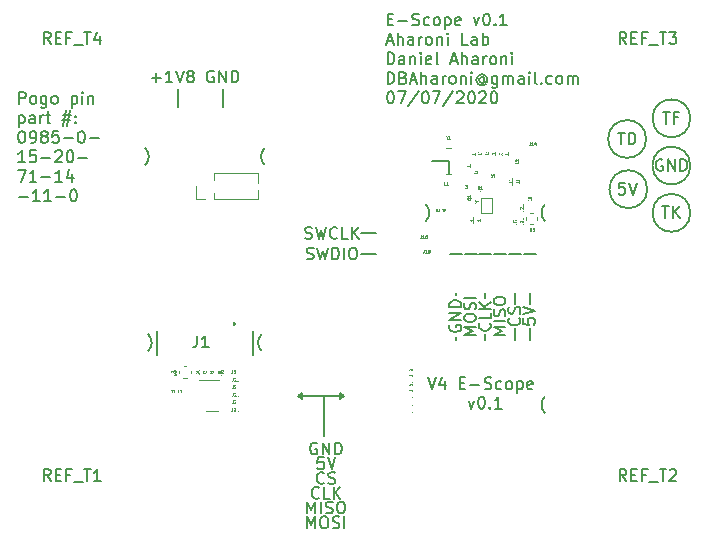
<source format=gbr>
G04 #@! TF.GenerationSoftware,KiCad,Pcbnew,(5.1.5)-3*
G04 #@! TF.CreationDate,2020-07-15T23:20:01-07:00*
G04 #@! TF.ProjectId,Miniscope-V4-Ephys-System,4d696e69-7363-46f7-9065-2d56342d4570,rev?*
G04 #@! TF.SameCoordinates,Original*
G04 #@! TF.FileFunction,Legend,Top*
G04 #@! TF.FilePolarity,Positive*
%FSLAX46Y46*%
G04 Gerber Fmt 4.6, Leading zero omitted, Abs format (unit mm)*
G04 Created by KiCad (PCBNEW (5.1.5)-3) date 2020-07-15 23:20:01*
%MOMM*%
%LPD*%
G04 APERTURE LIST*
%ADD10C,0.150000*%
%ADD11C,0.120000*%
%ADD12C,0.100000*%
%ADD13C,0.025400*%
%ADD14R,0.520000X0.280000*%
%ADD15R,0.170000X0.280000*%
%ADD16O,1.000000X1.000000*%
%ADD17R,1.000000X1.000000*%
%ADD18C,1.000000*%
%ADD19C,0.500000*%
%ADD20R,1.000000X0.520000*%
%ADD21R,0.840000X0.400000*%
%ADD22R,0.840000X0.410000*%
%ADD23C,2.000000*%
%ADD24C,0.508000*%
%ADD25R,0.455000X0.330000*%
%ADD26R,0.180000X0.330000*%
%ADD27R,1.500000X0.400000*%
%ADD28R,0.150000X0.250000*%
%ADD29R,0.200000X0.600000*%
%ADD30R,0.600000X0.200000*%
G04 APERTURE END LIST*
D10*
X121304200Y-133298200D02*
X121304200Y-136676400D01*
X119450000Y-133526800D02*
X119145200Y-133272800D01*
X119450000Y-132968000D02*
X119450000Y-133526800D01*
X119145200Y-133272800D02*
X119450000Y-132968000D01*
X122675800Y-133526800D02*
X123056800Y-133298200D01*
X122675800Y-132968000D02*
X122675800Y-133526800D01*
X123056800Y-133272800D02*
X122675800Y-132968000D01*
X119145200Y-133272800D02*
X123056800Y-133272800D01*
X109000000Y-108750000D02*
X109000000Y-107250000D01*
X112750000Y-108750000D02*
X112750000Y-107250000D01*
X111988095Y-105750000D02*
X111892857Y-105702380D01*
X111750000Y-105702380D01*
X111607142Y-105750000D01*
X111511904Y-105845238D01*
X111464285Y-105940476D01*
X111416666Y-106130952D01*
X111416666Y-106273809D01*
X111464285Y-106464285D01*
X111511904Y-106559523D01*
X111607142Y-106654761D01*
X111750000Y-106702380D01*
X111845238Y-106702380D01*
X111988095Y-106654761D01*
X112035714Y-106607142D01*
X112035714Y-106273809D01*
X111845238Y-106273809D01*
X112464285Y-106702380D02*
X112464285Y-105702380D01*
X113035714Y-106702380D01*
X113035714Y-105702380D01*
X113511904Y-106702380D02*
X113511904Y-105702380D01*
X113750000Y-105702380D01*
X113892857Y-105750000D01*
X113988095Y-105845238D01*
X114035714Y-105940476D01*
X114083333Y-106130952D01*
X114083333Y-106273809D01*
X114035714Y-106464285D01*
X113988095Y-106559523D01*
X113892857Y-106654761D01*
X113750000Y-106702380D01*
X113511904Y-106702380D01*
X106738095Y-106321428D02*
X107500000Y-106321428D01*
X107119047Y-106702380D02*
X107119047Y-105940476D01*
X108500000Y-106702380D02*
X107928571Y-106702380D01*
X108214285Y-106702380D02*
X108214285Y-105702380D01*
X108119047Y-105845238D01*
X108023809Y-105940476D01*
X107928571Y-105988095D01*
X108785714Y-105702380D02*
X109119047Y-106702380D01*
X109452380Y-105702380D01*
X109928571Y-106130952D02*
X109833333Y-106083333D01*
X109785714Y-106035714D01*
X109738095Y-105940476D01*
X109738095Y-105892857D01*
X109785714Y-105797619D01*
X109833333Y-105750000D01*
X109928571Y-105702380D01*
X110119047Y-105702380D01*
X110214285Y-105750000D01*
X110261904Y-105797619D01*
X110309523Y-105892857D01*
X110309523Y-105940476D01*
X110261904Y-106035714D01*
X110214285Y-106083333D01*
X110119047Y-106130952D01*
X109928571Y-106130952D01*
X109833333Y-106178571D01*
X109785714Y-106226190D01*
X109738095Y-106321428D01*
X109738095Y-106511904D01*
X109785714Y-106607142D01*
X109833333Y-106654761D01*
X109928571Y-106702380D01*
X110119047Y-106702380D01*
X110214285Y-106654761D01*
X110261904Y-106607142D01*
X110309523Y-106511904D01*
X110309523Y-106321428D01*
X110261904Y-106226190D01*
X110214285Y-106178571D01*
X110119047Y-106130952D01*
X95503195Y-108518180D02*
X95503195Y-107518180D01*
X95884147Y-107518180D01*
X95979385Y-107565800D01*
X96027004Y-107613419D01*
X96074623Y-107708657D01*
X96074623Y-107851514D01*
X96027004Y-107946752D01*
X95979385Y-107994371D01*
X95884147Y-108041990D01*
X95503195Y-108041990D01*
X96646052Y-108518180D02*
X96550814Y-108470561D01*
X96503195Y-108422942D01*
X96455576Y-108327704D01*
X96455576Y-108041990D01*
X96503195Y-107946752D01*
X96550814Y-107899133D01*
X96646052Y-107851514D01*
X96788909Y-107851514D01*
X96884147Y-107899133D01*
X96931766Y-107946752D01*
X96979385Y-108041990D01*
X96979385Y-108327704D01*
X96931766Y-108422942D01*
X96884147Y-108470561D01*
X96788909Y-108518180D01*
X96646052Y-108518180D01*
X97836528Y-107851514D02*
X97836528Y-108661038D01*
X97788909Y-108756276D01*
X97741290Y-108803895D01*
X97646052Y-108851514D01*
X97503195Y-108851514D01*
X97407957Y-108803895D01*
X97836528Y-108470561D02*
X97741290Y-108518180D01*
X97550814Y-108518180D01*
X97455576Y-108470561D01*
X97407957Y-108422942D01*
X97360338Y-108327704D01*
X97360338Y-108041990D01*
X97407957Y-107946752D01*
X97455576Y-107899133D01*
X97550814Y-107851514D01*
X97741290Y-107851514D01*
X97836528Y-107899133D01*
X98455576Y-108518180D02*
X98360338Y-108470561D01*
X98312719Y-108422942D01*
X98265100Y-108327704D01*
X98265100Y-108041990D01*
X98312719Y-107946752D01*
X98360338Y-107899133D01*
X98455576Y-107851514D01*
X98598433Y-107851514D01*
X98693671Y-107899133D01*
X98741290Y-107946752D01*
X98788909Y-108041990D01*
X98788909Y-108327704D01*
X98741290Y-108422942D01*
X98693671Y-108470561D01*
X98598433Y-108518180D01*
X98455576Y-108518180D01*
X99979385Y-107851514D02*
X99979385Y-108851514D01*
X99979385Y-107899133D02*
X100074623Y-107851514D01*
X100265100Y-107851514D01*
X100360338Y-107899133D01*
X100407957Y-107946752D01*
X100455576Y-108041990D01*
X100455576Y-108327704D01*
X100407957Y-108422942D01*
X100360338Y-108470561D01*
X100265100Y-108518180D01*
X100074623Y-108518180D01*
X99979385Y-108470561D01*
X100884147Y-108518180D02*
X100884147Y-107851514D01*
X100884147Y-107518180D02*
X100836528Y-107565800D01*
X100884147Y-107613419D01*
X100931766Y-107565800D01*
X100884147Y-107518180D01*
X100884147Y-107613419D01*
X101360338Y-107851514D02*
X101360338Y-108518180D01*
X101360338Y-107946752D02*
X101407957Y-107899133D01*
X101503195Y-107851514D01*
X101646052Y-107851514D01*
X101741290Y-107899133D01*
X101788909Y-107994371D01*
X101788909Y-108518180D01*
X95503195Y-109501514D02*
X95503195Y-110501514D01*
X95503195Y-109549133D02*
X95598433Y-109501514D01*
X95788909Y-109501514D01*
X95884147Y-109549133D01*
X95931766Y-109596752D01*
X95979385Y-109691990D01*
X95979385Y-109977704D01*
X95931766Y-110072942D01*
X95884147Y-110120561D01*
X95788909Y-110168180D01*
X95598433Y-110168180D01*
X95503195Y-110120561D01*
X96836528Y-110168180D02*
X96836528Y-109644371D01*
X96788909Y-109549133D01*
X96693671Y-109501514D01*
X96503195Y-109501514D01*
X96407957Y-109549133D01*
X96836528Y-110120561D02*
X96741290Y-110168180D01*
X96503195Y-110168180D01*
X96407957Y-110120561D01*
X96360338Y-110025323D01*
X96360338Y-109930085D01*
X96407957Y-109834847D01*
X96503195Y-109787228D01*
X96741290Y-109787228D01*
X96836528Y-109739609D01*
X97312719Y-110168180D02*
X97312719Y-109501514D01*
X97312719Y-109691990D02*
X97360338Y-109596752D01*
X97407957Y-109549133D01*
X97503195Y-109501514D01*
X97598433Y-109501514D01*
X97788909Y-109501514D02*
X98169861Y-109501514D01*
X97931766Y-109168180D02*
X97931766Y-110025323D01*
X97979385Y-110120561D01*
X98074623Y-110168180D01*
X98169861Y-110168180D01*
X99217480Y-109501514D02*
X99931766Y-109501514D01*
X99503195Y-109072942D02*
X99217480Y-110358657D01*
X99836528Y-109930085D02*
X99122242Y-109930085D01*
X99550814Y-110358657D02*
X99836528Y-109072942D01*
X100265100Y-110072942D02*
X100312719Y-110120561D01*
X100265100Y-110168180D01*
X100217480Y-110120561D01*
X100265100Y-110072942D01*
X100265100Y-110168180D01*
X100265100Y-109549133D02*
X100312719Y-109596752D01*
X100265100Y-109644371D01*
X100217480Y-109596752D01*
X100265100Y-109549133D01*
X100265100Y-109644371D01*
X95693671Y-110818180D02*
X95788909Y-110818180D01*
X95884147Y-110865800D01*
X95931766Y-110913419D01*
X95979385Y-111008657D01*
X96027004Y-111199133D01*
X96027004Y-111437228D01*
X95979385Y-111627704D01*
X95931766Y-111722942D01*
X95884147Y-111770561D01*
X95788909Y-111818180D01*
X95693671Y-111818180D01*
X95598433Y-111770561D01*
X95550814Y-111722942D01*
X95503195Y-111627704D01*
X95455576Y-111437228D01*
X95455576Y-111199133D01*
X95503195Y-111008657D01*
X95550814Y-110913419D01*
X95598433Y-110865800D01*
X95693671Y-110818180D01*
X96503195Y-111818180D02*
X96693671Y-111818180D01*
X96788909Y-111770561D01*
X96836528Y-111722942D01*
X96931766Y-111580085D01*
X96979385Y-111389609D01*
X96979385Y-111008657D01*
X96931766Y-110913419D01*
X96884147Y-110865800D01*
X96788909Y-110818180D01*
X96598433Y-110818180D01*
X96503195Y-110865800D01*
X96455576Y-110913419D01*
X96407957Y-111008657D01*
X96407957Y-111246752D01*
X96455576Y-111341990D01*
X96503195Y-111389609D01*
X96598433Y-111437228D01*
X96788909Y-111437228D01*
X96884147Y-111389609D01*
X96931766Y-111341990D01*
X96979385Y-111246752D01*
X97550814Y-111246752D02*
X97455576Y-111199133D01*
X97407957Y-111151514D01*
X97360338Y-111056276D01*
X97360338Y-111008657D01*
X97407957Y-110913419D01*
X97455576Y-110865800D01*
X97550814Y-110818180D01*
X97741290Y-110818180D01*
X97836528Y-110865800D01*
X97884147Y-110913419D01*
X97931766Y-111008657D01*
X97931766Y-111056276D01*
X97884147Y-111151514D01*
X97836528Y-111199133D01*
X97741290Y-111246752D01*
X97550814Y-111246752D01*
X97455576Y-111294371D01*
X97407957Y-111341990D01*
X97360338Y-111437228D01*
X97360338Y-111627704D01*
X97407957Y-111722942D01*
X97455576Y-111770561D01*
X97550814Y-111818180D01*
X97741290Y-111818180D01*
X97836528Y-111770561D01*
X97884147Y-111722942D01*
X97931766Y-111627704D01*
X97931766Y-111437228D01*
X97884147Y-111341990D01*
X97836528Y-111294371D01*
X97741290Y-111246752D01*
X98836528Y-110818180D02*
X98360338Y-110818180D01*
X98312719Y-111294371D01*
X98360338Y-111246752D01*
X98455576Y-111199133D01*
X98693671Y-111199133D01*
X98788909Y-111246752D01*
X98836528Y-111294371D01*
X98884147Y-111389609D01*
X98884147Y-111627704D01*
X98836528Y-111722942D01*
X98788909Y-111770561D01*
X98693671Y-111818180D01*
X98455576Y-111818180D01*
X98360338Y-111770561D01*
X98312719Y-111722942D01*
X99312719Y-111437228D02*
X100074623Y-111437228D01*
X100741290Y-110818180D02*
X100836528Y-110818180D01*
X100931766Y-110865800D01*
X100979385Y-110913419D01*
X101027004Y-111008657D01*
X101074623Y-111199133D01*
X101074623Y-111437228D01*
X101027004Y-111627704D01*
X100979385Y-111722942D01*
X100931766Y-111770561D01*
X100836528Y-111818180D01*
X100741290Y-111818180D01*
X100646052Y-111770561D01*
X100598433Y-111722942D01*
X100550814Y-111627704D01*
X100503195Y-111437228D01*
X100503195Y-111199133D01*
X100550814Y-111008657D01*
X100598433Y-110913419D01*
X100646052Y-110865800D01*
X100741290Y-110818180D01*
X101503195Y-111437228D02*
X102265100Y-111437228D01*
X96027004Y-113468180D02*
X95455576Y-113468180D01*
X95741290Y-113468180D02*
X95741290Y-112468180D01*
X95646052Y-112611038D01*
X95550814Y-112706276D01*
X95455576Y-112753895D01*
X96931766Y-112468180D02*
X96455576Y-112468180D01*
X96407957Y-112944371D01*
X96455576Y-112896752D01*
X96550814Y-112849133D01*
X96788909Y-112849133D01*
X96884147Y-112896752D01*
X96931766Y-112944371D01*
X96979385Y-113039609D01*
X96979385Y-113277704D01*
X96931766Y-113372942D01*
X96884147Y-113420561D01*
X96788909Y-113468180D01*
X96550814Y-113468180D01*
X96455576Y-113420561D01*
X96407957Y-113372942D01*
X97407957Y-113087228D02*
X98169861Y-113087228D01*
X98598433Y-112563419D02*
X98646052Y-112515800D01*
X98741290Y-112468180D01*
X98979385Y-112468180D01*
X99074623Y-112515800D01*
X99122242Y-112563419D01*
X99169861Y-112658657D01*
X99169861Y-112753895D01*
X99122242Y-112896752D01*
X98550814Y-113468180D01*
X99169861Y-113468180D01*
X99788909Y-112468180D02*
X99884147Y-112468180D01*
X99979385Y-112515800D01*
X100027004Y-112563419D01*
X100074623Y-112658657D01*
X100122242Y-112849133D01*
X100122242Y-113087228D01*
X100074623Y-113277704D01*
X100027004Y-113372942D01*
X99979385Y-113420561D01*
X99884147Y-113468180D01*
X99788909Y-113468180D01*
X99693671Y-113420561D01*
X99646052Y-113372942D01*
X99598433Y-113277704D01*
X99550814Y-113087228D01*
X99550814Y-112849133D01*
X99598433Y-112658657D01*
X99646052Y-112563419D01*
X99693671Y-112515800D01*
X99788909Y-112468180D01*
X100550814Y-113087228D02*
X101312719Y-113087228D01*
X95407957Y-114118180D02*
X96074623Y-114118180D01*
X95646052Y-115118180D01*
X96979385Y-115118180D02*
X96407957Y-115118180D01*
X96693671Y-115118180D02*
X96693671Y-114118180D01*
X96598433Y-114261038D01*
X96503195Y-114356276D01*
X96407957Y-114403895D01*
X97407957Y-114737228D02*
X98169861Y-114737228D01*
X99169861Y-115118180D02*
X98598433Y-115118180D01*
X98884147Y-115118180D02*
X98884147Y-114118180D01*
X98788909Y-114261038D01*
X98693671Y-114356276D01*
X98598433Y-114403895D01*
X100027004Y-114451514D02*
X100027004Y-115118180D01*
X99788909Y-114070561D02*
X99550814Y-114784847D01*
X100169861Y-114784847D01*
X95503195Y-116387228D02*
X96265100Y-116387228D01*
X97265100Y-116768180D02*
X96693671Y-116768180D01*
X96979385Y-116768180D02*
X96979385Y-115768180D01*
X96884147Y-115911038D01*
X96788909Y-116006276D01*
X96693671Y-116053895D01*
X98217480Y-116768180D02*
X97646052Y-116768180D01*
X97931766Y-116768180D02*
X97931766Y-115768180D01*
X97836528Y-115911038D01*
X97741290Y-116006276D01*
X97646052Y-116053895D01*
X98646052Y-116387228D02*
X99407957Y-116387228D01*
X100074623Y-115768180D02*
X100169861Y-115768180D01*
X100265100Y-115815800D01*
X100312719Y-115863419D01*
X100360338Y-115958657D01*
X100407957Y-116149133D01*
X100407957Y-116387228D01*
X100360338Y-116577704D01*
X100312719Y-116672942D01*
X100265100Y-116720561D01*
X100169861Y-116768180D01*
X100074623Y-116768180D01*
X99979385Y-116720561D01*
X99931766Y-116672942D01*
X99884147Y-116577704D01*
X99836528Y-116387228D01*
X99836528Y-116149133D01*
X99884147Y-115958657D01*
X99931766Y-115863419D01*
X99979385Y-115815800D01*
X100074623Y-115768180D01*
X116292893Y-112292893D02*
G75*
G03X116292893Y-113707107I707107J-707107D01*
G01*
X106207107Y-112292893D02*
G75*
G02X106207107Y-113707107I-707107J-707107D01*
G01*
X121333333Y-140607142D02*
X121285714Y-140654761D01*
X121142857Y-140702380D01*
X121047619Y-140702380D01*
X120904761Y-140654761D01*
X120809523Y-140559523D01*
X120761904Y-140464285D01*
X120714285Y-140273809D01*
X120714285Y-140130952D01*
X120761904Y-139940476D01*
X120809523Y-139845238D01*
X120904761Y-139750000D01*
X121047619Y-139702380D01*
X121142857Y-139702380D01*
X121285714Y-139750000D01*
X121333333Y-139797619D01*
X121714285Y-140654761D02*
X121857142Y-140702380D01*
X122095238Y-140702380D01*
X122190476Y-140654761D01*
X122238095Y-140607142D01*
X122285714Y-140511904D01*
X122285714Y-140416666D01*
X122238095Y-140321428D01*
X122190476Y-140273809D01*
X122095238Y-140226190D01*
X121904761Y-140178571D01*
X121809523Y-140130952D01*
X121761904Y-140083333D01*
X121714285Y-139988095D01*
X121714285Y-139892857D01*
X121761904Y-139797619D01*
X121809523Y-139750000D01*
X121904761Y-139702380D01*
X122142857Y-139702380D01*
X122285714Y-139750000D01*
X119928571Y-143202380D02*
X119928571Y-142202380D01*
X120261904Y-142916666D01*
X120595238Y-142202380D01*
X120595238Y-143202380D01*
X121071428Y-143202380D02*
X121071428Y-142202380D01*
X121500000Y-143154761D02*
X121642857Y-143202380D01*
X121880952Y-143202380D01*
X121976190Y-143154761D01*
X122023809Y-143107142D01*
X122071428Y-143011904D01*
X122071428Y-142916666D01*
X122023809Y-142821428D01*
X121976190Y-142773809D01*
X121880952Y-142726190D01*
X121690476Y-142678571D01*
X121595238Y-142630952D01*
X121547619Y-142583333D01*
X121500000Y-142488095D01*
X121500000Y-142392857D01*
X121547619Y-142297619D01*
X121595238Y-142250000D01*
X121690476Y-142202380D01*
X121928571Y-142202380D01*
X122071428Y-142250000D01*
X122690476Y-142202380D02*
X122880952Y-142202380D01*
X122976190Y-142250000D01*
X123071428Y-142345238D01*
X123119047Y-142535714D01*
X123119047Y-142869047D01*
X123071428Y-143059523D01*
X122976190Y-143154761D01*
X122880952Y-143202380D01*
X122690476Y-143202380D01*
X122595238Y-143154761D01*
X122500000Y-143059523D01*
X122452380Y-142869047D01*
X122452380Y-142535714D01*
X122500000Y-142345238D01*
X122595238Y-142250000D01*
X122690476Y-142202380D01*
X119928571Y-144452380D02*
X119928571Y-143452380D01*
X120261904Y-144166666D01*
X120595238Y-143452380D01*
X120595238Y-144452380D01*
X121261904Y-143452380D02*
X121452380Y-143452380D01*
X121547619Y-143500000D01*
X121642857Y-143595238D01*
X121690476Y-143785714D01*
X121690476Y-144119047D01*
X121642857Y-144309523D01*
X121547619Y-144404761D01*
X121452380Y-144452380D01*
X121261904Y-144452380D01*
X121166666Y-144404761D01*
X121071428Y-144309523D01*
X121023809Y-144119047D01*
X121023809Y-143785714D01*
X121071428Y-143595238D01*
X121166666Y-143500000D01*
X121261904Y-143452380D01*
X122071428Y-144404761D02*
X122214285Y-144452380D01*
X122452380Y-144452380D01*
X122547619Y-144404761D01*
X122595238Y-144357142D01*
X122642857Y-144261904D01*
X122642857Y-144166666D01*
X122595238Y-144071428D01*
X122547619Y-144023809D01*
X122452380Y-143976190D01*
X122261904Y-143928571D01*
X122166666Y-143880952D01*
X122119047Y-143833333D01*
X122071428Y-143738095D01*
X122071428Y-143642857D01*
X122119047Y-143547619D01*
X122166666Y-143500000D01*
X122261904Y-143452380D01*
X122500000Y-143452380D01*
X122642857Y-143500000D01*
X123071428Y-144452380D02*
X123071428Y-143452380D01*
X121309523Y-138452380D02*
X120833333Y-138452380D01*
X120785714Y-138928571D01*
X120833333Y-138880952D01*
X120928571Y-138833333D01*
X121166666Y-138833333D01*
X121261904Y-138880952D01*
X121309523Y-138928571D01*
X121357142Y-139023809D01*
X121357142Y-139261904D01*
X121309523Y-139357142D01*
X121261904Y-139404761D01*
X121166666Y-139452380D01*
X120928571Y-139452380D01*
X120833333Y-139404761D01*
X120785714Y-139357142D01*
X121642857Y-138452380D02*
X121976190Y-139452380D01*
X122309523Y-138452380D01*
X120738095Y-137250000D02*
X120642857Y-137202380D01*
X120500000Y-137202380D01*
X120357142Y-137250000D01*
X120261904Y-137345238D01*
X120214285Y-137440476D01*
X120166666Y-137630952D01*
X120166666Y-137773809D01*
X120214285Y-137964285D01*
X120261904Y-138059523D01*
X120357142Y-138154761D01*
X120500000Y-138202380D01*
X120595238Y-138202380D01*
X120738095Y-138154761D01*
X120785714Y-138107142D01*
X120785714Y-137773809D01*
X120595238Y-137773809D01*
X121214285Y-138202380D02*
X121214285Y-137202380D01*
X121785714Y-138202380D01*
X121785714Y-137202380D01*
X122261904Y-138202380D02*
X122261904Y-137202380D01*
X122500000Y-137202380D01*
X122642857Y-137250000D01*
X122738095Y-137345238D01*
X122785714Y-137440476D01*
X122833333Y-137630952D01*
X122833333Y-137773809D01*
X122785714Y-137964285D01*
X122738095Y-138059523D01*
X122642857Y-138154761D01*
X122500000Y-138202380D01*
X122261904Y-138202380D01*
X120904761Y-141857142D02*
X120857142Y-141904761D01*
X120714285Y-141952380D01*
X120619047Y-141952380D01*
X120476190Y-141904761D01*
X120380952Y-141809523D01*
X120333333Y-141714285D01*
X120285714Y-141523809D01*
X120285714Y-141380952D01*
X120333333Y-141190476D01*
X120380952Y-141095238D01*
X120476190Y-141000000D01*
X120619047Y-140952380D01*
X120714285Y-140952380D01*
X120857142Y-141000000D01*
X120904761Y-141047619D01*
X121809523Y-141952380D02*
X121333333Y-141952380D01*
X121333333Y-140952380D01*
X122142857Y-141952380D02*
X122142857Y-140952380D01*
X122714285Y-141952380D02*
X122285714Y-141380952D01*
X122714285Y-140952380D02*
X122142857Y-141523809D01*
X148600781Y-111500000D02*
G75*
G03X148600781Y-111500000I-1600781J0D01*
G01*
X148701562Y-115750000D02*
G75*
G03X148701562Y-115750000I-1600781J0D01*
G01*
X152350781Y-117750000D02*
G75*
G03X152350781Y-117750000I-1600781J0D01*
G01*
X152350781Y-109750000D02*
G75*
G03X152350781Y-109750000I-1600781J0D01*
G01*
X152350781Y-113750000D02*
G75*
G03X152350781Y-113750000I-1600781J0D01*
G01*
X149964285Y-117202380D02*
X150535714Y-117202380D01*
X150250000Y-118202380D02*
X150250000Y-117202380D01*
X150869047Y-118202380D02*
X150869047Y-117202380D01*
X151440476Y-118202380D02*
X151011904Y-117630952D01*
X151440476Y-117202380D02*
X150869047Y-117773809D01*
X146809523Y-115202380D02*
X146333333Y-115202380D01*
X146285714Y-115678571D01*
X146333333Y-115630952D01*
X146428571Y-115583333D01*
X146666666Y-115583333D01*
X146761904Y-115630952D01*
X146809523Y-115678571D01*
X146857142Y-115773809D01*
X146857142Y-116011904D01*
X146809523Y-116107142D01*
X146761904Y-116154761D01*
X146666666Y-116202380D01*
X146428571Y-116202380D01*
X146333333Y-116154761D01*
X146285714Y-116107142D01*
X147142857Y-115202380D02*
X147476190Y-116202380D01*
X147809523Y-115202380D01*
X149988095Y-113250000D02*
X149892857Y-113202380D01*
X149750000Y-113202380D01*
X149607142Y-113250000D01*
X149511904Y-113345238D01*
X149464285Y-113440476D01*
X149416666Y-113630952D01*
X149416666Y-113773809D01*
X149464285Y-113964285D01*
X149511904Y-114059523D01*
X149607142Y-114154761D01*
X149750000Y-114202380D01*
X149845238Y-114202380D01*
X149988095Y-114154761D01*
X150035714Y-114107142D01*
X150035714Y-113773809D01*
X149845238Y-113773809D01*
X150464285Y-114202380D02*
X150464285Y-113202380D01*
X151035714Y-114202380D01*
X151035714Y-113202380D01*
X151511904Y-114202380D02*
X151511904Y-113202380D01*
X151750000Y-113202380D01*
X151892857Y-113250000D01*
X151988095Y-113345238D01*
X152035714Y-113440476D01*
X152083333Y-113630952D01*
X152083333Y-113773809D01*
X152035714Y-113964285D01*
X151988095Y-114059523D01*
X151892857Y-114154761D01*
X151750000Y-114202380D01*
X151511904Y-114202380D01*
X146214285Y-110952380D02*
X146785714Y-110952380D01*
X146500000Y-111952380D02*
X146500000Y-110952380D01*
X147119047Y-111952380D02*
X147119047Y-110952380D01*
X147357142Y-110952380D01*
X147500000Y-111000000D01*
X147595238Y-111095238D01*
X147642857Y-111190476D01*
X147690476Y-111380952D01*
X147690476Y-111523809D01*
X147642857Y-111714285D01*
X147595238Y-111809523D01*
X147500000Y-111904761D01*
X147357142Y-111952380D01*
X147119047Y-111952380D01*
X150035714Y-109202380D02*
X150607142Y-109202380D01*
X150321428Y-110202380D02*
X150321428Y-109202380D01*
X151273809Y-109678571D02*
X150940476Y-109678571D01*
X150940476Y-110202380D02*
X150940476Y-109202380D01*
X151416666Y-109202380D01*
X124500000Y-121250000D02*
X125750000Y-121250000D01*
X124500000Y-119500000D02*
X125750000Y-119500000D01*
X119880952Y-121654761D02*
X120023809Y-121702380D01*
X120261904Y-121702380D01*
X120357142Y-121654761D01*
X120404761Y-121607142D01*
X120452380Y-121511904D01*
X120452380Y-121416666D01*
X120404761Y-121321428D01*
X120357142Y-121273809D01*
X120261904Y-121226190D01*
X120071428Y-121178571D01*
X119976190Y-121130952D01*
X119928571Y-121083333D01*
X119880952Y-120988095D01*
X119880952Y-120892857D01*
X119928571Y-120797619D01*
X119976190Y-120750000D01*
X120071428Y-120702380D01*
X120309523Y-120702380D01*
X120452380Y-120750000D01*
X120785714Y-120702380D02*
X121023809Y-121702380D01*
X121214285Y-120988095D01*
X121404761Y-121702380D01*
X121642857Y-120702380D01*
X122023809Y-121702380D02*
X122023809Y-120702380D01*
X122261904Y-120702380D01*
X122404761Y-120750000D01*
X122500000Y-120845238D01*
X122547619Y-120940476D01*
X122595238Y-121130952D01*
X122595238Y-121273809D01*
X122547619Y-121464285D01*
X122500000Y-121559523D01*
X122404761Y-121654761D01*
X122261904Y-121702380D01*
X122023809Y-121702380D01*
X123023809Y-121702380D02*
X123023809Y-120702380D01*
X123690476Y-120702380D02*
X123880952Y-120702380D01*
X123976190Y-120750000D01*
X124071428Y-120845238D01*
X124119047Y-121035714D01*
X124119047Y-121369047D01*
X124071428Y-121559523D01*
X123976190Y-121654761D01*
X123880952Y-121702380D01*
X123690476Y-121702380D01*
X123595238Y-121654761D01*
X123500000Y-121559523D01*
X123452380Y-121369047D01*
X123452380Y-121035714D01*
X123500000Y-120845238D01*
X123595238Y-120750000D01*
X123690476Y-120702380D01*
X119738095Y-119904761D02*
X119880952Y-119952380D01*
X120119047Y-119952380D01*
X120214285Y-119904761D01*
X120261904Y-119857142D01*
X120309523Y-119761904D01*
X120309523Y-119666666D01*
X120261904Y-119571428D01*
X120214285Y-119523809D01*
X120119047Y-119476190D01*
X119928571Y-119428571D01*
X119833333Y-119380952D01*
X119785714Y-119333333D01*
X119738095Y-119238095D01*
X119738095Y-119142857D01*
X119785714Y-119047619D01*
X119833333Y-119000000D01*
X119928571Y-118952380D01*
X120166666Y-118952380D01*
X120309523Y-119000000D01*
X120642857Y-118952380D02*
X120880952Y-119952380D01*
X121071428Y-119238095D01*
X121261904Y-119952380D01*
X121500000Y-118952380D01*
X122452380Y-119857142D02*
X122404761Y-119904761D01*
X122261904Y-119952380D01*
X122166666Y-119952380D01*
X122023809Y-119904761D01*
X121928571Y-119809523D01*
X121880952Y-119714285D01*
X121833333Y-119523809D01*
X121833333Y-119380952D01*
X121880952Y-119190476D01*
X121928571Y-119095238D01*
X122023809Y-119000000D01*
X122166666Y-118952380D01*
X122261904Y-118952380D01*
X122404761Y-119000000D01*
X122452380Y-119047619D01*
X123357142Y-119952380D02*
X122880952Y-119952380D01*
X122880952Y-118952380D01*
X123690476Y-119952380D02*
X123690476Y-118952380D01*
X124261904Y-119952380D02*
X123833333Y-119380952D01*
X124261904Y-118952380D02*
X123690476Y-119523809D01*
X135000000Y-125000000D02*
X135000000Y-124500000D01*
X135000000Y-128000000D02*
X135000000Y-128500000D01*
X132500000Y-128250000D02*
X132500000Y-128500000D01*
X132500000Y-124750000D02*
X132500000Y-124500000D01*
X138750000Y-125500000D02*
X138750000Y-124500000D01*
X137500000Y-125500000D02*
X137500000Y-124500000D01*
X137500000Y-127500000D02*
X137500000Y-128500000D01*
X138750000Y-127500000D02*
X138750000Y-128500000D01*
X138202380Y-126690476D02*
X138202380Y-127166666D01*
X138678571Y-127214285D01*
X138630952Y-127166666D01*
X138583333Y-127071428D01*
X138583333Y-126833333D01*
X138630952Y-126738095D01*
X138678571Y-126690476D01*
X138773809Y-126642857D01*
X139011904Y-126642857D01*
X139107142Y-126690476D01*
X139154761Y-126738095D01*
X139202380Y-126833333D01*
X139202380Y-127071428D01*
X139154761Y-127166666D01*
X139107142Y-127214285D01*
X138202380Y-126357142D02*
X139202380Y-126023809D01*
X138202380Y-125690476D01*
X137857142Y-126666666D02*
X137904761Y-126714285D01*
X137952380Y-126857142D01*
X137952380Y-126952380D01*
X137904761Y-127095238D01*
X137809523Y-127190476D01*
X137714285Y-127238095D01*
X137523809Y-127285714D01*
X137380952Y-127285714D01*
X137190476Y-127238095D01*
X137095238Y-127190476D01*
X137000000Y-127095238D01*
X136952380Y-126952380D01*
X136952380Y-126857142D01*
X137000000Y-126714285D01*
X137047619Y-126666666D01*
X137904761Y-126285714D02*
X137952380Y-126142857D01*
X137952380Y-125904761D01*
X137904761Y-125809523D01*
X137857142Y-125761904D01*
X137761904Y-125714285D01*
X137666666Y-125714285D01*
X137571428Y-125761904D01*
X137523809Y-125809523D01*
X137476190Y-125904761D01*
X137428571Y-126095238D01*
X137380952Y-126190476D01*
X137333333Y-126238095D01*
X137238095Y-126285714D01*
X137142857Y-126285714D01*
X137047619Y-126238095D01*
X137000000Y-126190476D01*
X136952380Y-126095238D01*
X136952380Y-125857142D01*
X137000000Y-125714285D01*
X136702380Y-128071428D02*
X135702380Y-128071428D01*
X136416666Y-127738095D01*
X135702380Y-127404761D01*
X136702380Y-127404761D01*
X136702380Y-126928571D02*
X135702380Y-126928571D01*
X136654761Y-126500000D02*
X136702380Y-126357142D01*
X136702380Y-126119047D01*
X136654761Y-126023809D01*
X136607142Y-125976190D01*
X136511904Y-125928571D01*
X136416666Y-125928571D01*
X136321428Y-125976190D01*
X136273809Y-126023809D01*
X136226190Y-126119047D01*
X136178571Y-126309523D01*
X136130952Y-126404761D01*
X136083333Y-126452380D01*
X135988095Y-126500000D01*
X135892857Y-126500000D01*
X135797619Y-126452380D01*
X135750000Y-126404761D01*
X135702380Y-126309523D01*
X135702380Y-126071428D01*
X135750000Y-125928571D01*
X135702380Y-125309523D02*
X135702380Y-125119047D01*
X135750000Y-125023809D01*
X135845238Y-124928571D01*
X136035714Y-124880952D01*
X136369047Y-124880952D01*
X136559523Y-124928571D01*
X136654761Y-125023809D01*
X136702380Y-125119047D01*
X136702380Y-125309523D01*
X136654761Y-125404761D01*
X136559523Y-125500000D01*
X136369047Y-125547619D01*
X136035714Y-125547619D01*
X135845238Y-125500000D01*
X135750000Y-125404761D01*
X135702380Y-125309523D01*
X135357142Y-127095238D02*
X135404761Y-127142857D01*
X135452380Y-127285714D01*
X135452380Y-127380952D01*
X135404761Y-127523809D01*
X135309523Y-127619047D01*
X135214285Y-127666666D01*
X135023809Y-127714285D01*
X134880952Y-127714285D01*
X134690476Y-127666666D01*
X134595238Y-127619047D01*
X134500000Y-127523809D01*
X134452380Y-127380952D01*
X134452380Y-127285714D01*
X134500000Y-127142857D01*
X134547619Y-127095238D01*
X135452380Y-126190476D02*
X135452380Y-126666666D01*
X134452380Y-126666666D01*
X135452380Y-125857142D02*
X134452380Y-125857142D01*
X135452380Y-125285714D02*
X134880952Y-125714285D01*
X134452380Y-125285714D02*
X135023809Y-125857142D01*
X134202380Y-128071428D02*
X133202380Y-128071428D01*
X133916666Y-127738095D01*
X133202380Y-127404761D01*
X134202380Y-127404761D01*
X133202380Y-126738095D02*
X133202380Y-126547619D01*
X133250000Y-126452380D01*
X133345238Y-126357142D01*
X133535714Y-126309523D01*
X133869047Y-126309523D01*
X134059523Y-126357142D01*
X134154761Y-126452380D01*
X134202380Y-126547619D01*
X134202380Y-126738095D01*
X134154761Y-126833333D01*
X134059523Y-126928571D01*
X133869047Y-126976190D01*
X133535714Y-126976190D01*
X133345238Y-126928571D01*
X133250000Y-126833333D01*
X133202380Y-126738095D01*
X134154761Y-125928571D02*
X134202380Y-125785714D01*
X134202380Y-125547619D01*
X134154761Y-125452380D01*
X134107142Y-125404761D01*
X134011904Y-125357142D01*
X133916666Y-125357142D01*
X133821428Y-125404761D01*
X133773809Y-125452380D01*
X133726190Y-125547619D01*
X133678571Y-125738095D01*
X133630952Y-125833333D01*
X133583333Y-125880952D01*
X133488095Y-125928571D01*
X133392857Y-125928571D01*
X133297619Y-125880952D01*
X133250000Y-125833333D01*
X133202380Y-125738095D01*
X133202380Y-125500000D01*
X133250000Y-125357142D01*
X134202380Y-124928571D02*
X133202380Y-124928571D01*
X132000000Y-127261904D02*
X131952380Y-127357142D01*
X131952380Y-127500000D01*
X132000000Y-127642857D01*
X132095238Y-127738095D01*
X132190476Y-127785714D01*
X132380952Y-127833333D01*
X132523809Y-127833333D01*
X132714285Y-127785714D01*
X132809523Y-127738095D01*
X132904761Y-127642857D01*
X132952380Y-127500000D01*
X132952380Y-127404761D01*
X132904761Y-127261904D01*
X132857142Y-127214285D01*
X132523809Y-127214285D01*
X132523809Y-127404761D01*
X132952380Y-126785714D02*
X131952380Y-126785714D01*
X132952380Y-126214285D01*
X131952380Y-126214285D01*
X132952380Y-125738095D02*
X131952380Y-125738095D01*
X131952380Y-125500000D01*
X132000000Y-125357142D01*
X132095238Y-125261904D01*
X132190476Y-125214285D01*
X132380952Y-125166666D01*
X132523809Y-125166666D01*
X132714285Y-125214285D01*
X132809523Y-125261904D01*
X132904761Y-125357142D01*
X132952380Y-125500000D01*
X132952380Y-125738095D01*
X126719795Y-101351771D02*
X127053128Y-101351771D01*
X127195985Y-101875580D02*
X126719795Y-101875580D01*
X126719795Y-100875580D01*
X127195985Y-100875580D01*
X127624557Y-101494628D02*
X128386461Y-101494628D01*
X128815033Y-101827961D02*
X128957890Y-101875580D01*
X129195985Y-101875580D01*
X129291223Y-101827961D01*
X129338842Y-101780342D01*
X129386461Y-101685104D01*
X129386461Y-101589866D01*
X129338842Y-101494628D01*
X129291223Y-101447009D01*
X129195985Y-101399390D01*
X129005509Y-101351771D01*
X128910271Y-101304152D01*
X128862652Y-101256533D01*
X128815033Y-101161295D01*
X128815033Y-101066057D01*
X128862652Y-100970819D01*
X128910271Y-100923200D01*
X129005509Y-100875580D01*
X129243604Y-100875580D01*
X129386461Y-100923200D01*
X130243604Y-101827961D02*
X130148366Y-101875580D01*
X129957890Y-101875580D01*
X129862652Y-101827961D01*
X129815033Y-101780342D01*
X129767414Y-101685104D01*
X129767414Y-101399390D01*
X129815033Y-101304152D01*
X129862652Y-101256533D01*
X129957890Y-101208914D01*
X130148366Y-101208914D01*
X130243604Y-101256533D01*
X130815033Y-101875580D02*
X130719795Y-101827961D01*
X130672176Y-101780342D01*
X130624557Y-101685104D01*
X130624557Y-101399390D01*
X130672176Y-101304152D01*
X130719795Y-101256533D01*
X130815033Y-101208914D01*
X130957890Y-101208914D01*
X131053128Y-101256533D01*
X131100747Y-101304152D01*
X131148366Y-101399390D01*
X131148366Y-101685104D01*
X131100747Y-101780342D01*
X131053128Y-101827961D01*
X130957890Y-101875580D01*
X130815033Y-101875580D01*
X131576938Y-101208914D02*
X131576938Y-102208914D01*
X131576938Y-101256533D02*
X131672176Y-101208914D01*
X131862652Y-101208914D01*
X131957890Y-101256533D01*
X132005509Y-101304152D01*
X132053128Y-101399390D01*
X132053128Y-101685104D01*
X132005509Y-101780342D01*
X131957890Y-101827961D01*
X131862652Y-101875580D01*
X131672176Y-101875580D01*
X131576938Y-101827961D01*
X132862652Y-101827961D02*
X132767414Y-101875580D01*
X132576938Y-101875580D01*
X132481700Y-101827961D01*
X132434080Y-101732723D01*
X132434080Y-101351771D01*
X132481700Y-101256533D01*
X132576938Y-101208914D01*
X132767414Y-101208914D01*
X132862652Y-101256533D01*
X132910271Y-101351771D01*
X132910271Y-101447009D01*
X132434080Y-101542247D01*
X134005509Y-101208914D02*
X134243604Y-101875580D01*
X134481700Y-101208914D01*
X135053128Y-100875580D02*
X135148366Y-100875580D01*
X135243604Y-100923200D01*
X135291223Y-100970819D01*
X135338842Y-101066057D01*
X135386461Y-101256533D01*
X135386461Y-101494628D01*
X135338842Y-101685104D01*
X135291223Y-101780342D01*
X135243604Y-101827961D01*
X135148366Y-101875580D01*
X135053128Y-101875580D01*
X134957890Y-101827961D01*
X134910271Y-101780342D01*
X134862652Y-101685104D01*
X134815033Y-101494628D01*
X134815033Y-101256533D01*
X134862652Y-101066057D01*
X134910271Y-100970819D01*
X134957890Y-100923200D01*
X135053128Y-100875580D01*
X135815033Y-101780342D02*
X135862652Y-101827961D01*
X135815033Y-101875580D01*
X135767414Y-101827961D01*
X135815033Y-101780342D01*
X135815033Y-101875580D01*
X136815033Y-101875580D02*
X136243604Y-101875580D01*
X136529319Y-101875580D02*
X136529319Y-100875580D01*
X136434080Y-101018438D01*
X136338842Y-101113676D01*
X136243604Y-101161295D01*
X126672176Y-103239866D02*
X127148366Y-103239866D01*
X126576938Y-103525580D02*
X126910271Y-102525580D01*
X127243604Y-103525580D01*
X127576938Y-103525580D02*
X127576938Y-102525580D01*
X128005509Y-103525580D02*
X128005509Y-103001771D01*
X127957890Y-102906533D01*
X127862652Y-102858914D01*
X127719795Y-102858914D01*
X127624557Y-102906533D01*
X127576938Y-102954152D01*
X128910271Y-103525580D02*
X128910271Y-103001771D01*
X128862652Y-102906533D01*
X128767414Y-102858914D01*
X128576938Y-102858914D01*
X128481700Y-102906533D01*
X128910271Y-103477961D02*
X128815033Y-103525580D01*
X128576938Y-103525580D01*
X128481700Y-103477961D01*
X128434080Y-103382723D01*
X128434080Y-103287485D01*
X128481700Y-103192247D01*
X128576938Y-103144628D01*
X128815033Y-103144628D01*
X128910271Y-103097009D01*
X129386461Y-103525580D02*
X129386461Y-102858914D01*
X129386461Y-103049390D02*
X129434080Y-102954152D01*
X129481700Y-102906533D01*
X129576938Y-102858914D01*
X129672176Y-102858914D01*
X130148366Y-103525580D02*
X130053128Y-103477961D01*
X130005509Y-103430342D01*
X129957890Y-103335104D01*
X129957890Y-103049390D01*
X130005509Y-102954152D01*
X130053128Y-102906533D01*
X130148366Y-102858914D01*
X130291223Y-102858914D01*
X130386461Y-102906533D01*
X130434080Y-102954152D01*
X130481700Y-103049390D01*
X130481700Y-103335104D01*
X130434080Y-103430342D01*
X130386461Y-103477961D01*
X130291223Y-103525580D01*
X130148366Y-103525580D01*
X130910271Y-102858914D02*
X130910271Y-103525580D01*
X130910271Y-102954152D02*
X130957890Y-102906533D01*
X131053128Y-102858914D01*
X131195985Y-102858914D01*
X131291223Y-102906533D01*
X131338842Y-103001771D01*
X131338842Y-103525580D01*
X131815033Y-103525580D02*
X131815033Y-102858914D01*
X131815033Y-102525580D02*
X131767414Y-102573200D01*
X131815033Y-102620819D01*
X131862652Y-102573200D01*
X131815033Y-102525580D01*
X131815033Y-102620819D01*
X133529319Y-103525580D02*
X133053128Y-103525580D01*
X133053128Y-102525580D01*
X134291223Y-103525580D02*
X134291223Y-103001771D01*
X134243604Y-102906533D01*
X134148366Y-102858914D01*
X133957890Y-102858914D01*
X133862652Y-102906533D01*
X134291223Y-103477961D02*
X134195985Y-103525580D01*
X133957890Y-103525580D01*
X133862652Y-103477961D01*
X133815033Y-103382723D01*
X133815033Y-103287485D01*
X133862652Y-103192247D01*
X133957890Y-103144628D01*
X134195985Y-103144628D01*
X134291223Y-103097009D01*
X134767414Y-103525580D02*
X134767414Y-102525580D01*
X134767414Y-102906533D02*
X134862652Y-102858914D01*
X135053128Y-102858914D01*
X135148366Y-102906533D01*
X135195985Y-102954152D01*
X135243604Y-103049390D01*
X135243604Y-103335104D01*
X135195985Y-103430342D01*
X135148366Y-103477961D01*
X135053128Y-103525580D01*
X134862652Y-103525580D01*
X134767414Y-103477961D01*
X126719795Y-105175580D02*
X126719795Y-104175580D01*
X126957890Y-104175580D01*
X127100747Y-104223200D01*
X127195985Y-104318438D01*
X127243604Y-104413676D01*
X127291223Y-104604152D01*
X127291223Y-104747009D01*
X127243604Y-104937485D01*
X127195985Y-105032723D01*
X127100747Y-105127961D01*
X126957890Y-105175580D01*
X126719795Y-105175580D01*
X128148366Y-105175580D02*
X128148366Y-104651771D01*
X128100747Y-104556533D01*
X128005509Y-104508914D01*
X127815033Y-104508914D01*
X127719795Y-104556533D01*
X128148366Y-105127961D02*
X128053128Y-105175580D01*
X127815033Y-105175580D01*
X127719795Y-105127961D01*
X127672176Y-105032723D01*
X127672176Y-104937485D01*
X127719795Y-104842247D01*
X127815033Y-104794628D01*
X128053128Y-104794628D01*
X128148366Y-104747009D01*
X128624557Y-104508914D02*
X128624557Y-105175580D01*
X128624557Y-104604152D02*
X128672176Y-104556533D01*
X128767414Y-104508914D01*
X128910271Y-104508914D01*
X129005509Y-104556533D01*
X129053128Y-104651771D01*
X129053128Y-105175580D01*
X129529319Y-105175580D02*
X129529319Y-104508914D01*
X129529319Y-104175580D02*
X129481700Y-104223200D01*
X129529319Y-104270819D01*
X129576938Y-104223200D01*
X129529319Y-104175580D01*
X129529319Y-104270819D01*
X130386461Y-105127961D02*
X130291223Y-105175580D01*
X130100747Y-105175580D01*
X130005509Y-105127961D01*
X129957890Y-105032723D01*
X129957890Y-104651771D01*
X130005509Y-104556533D01*
X130100747Y-104508914D01*
X130291223Y-104508914D01*
X130386461Y-104556533D01*
X130434080Y-104651771D01*
X130434080Y-104747009D01*
X129957890Y-104842247D01*
X131005509Y-105175580D02*
X130910271Y-105127961D01*
X130862652Y-105032723D01*
X130862652Y-104175580D01*
X132100747Y-104889866D02*
X132576938Y-104889866D01*
X132005509Y-105175580D02*
X132338842Y-104175580D01*
X132672176Y-105175580D01*
X133005509Y-105175580D02*
X133005509Y-104175580D01*
X133434080Y-105175580D02*
X133434080Y-104651771D01*
X133386461Y-104556533D01*
X133291223Y-104508914D01*
X133148366Y-104508914D01*
X133053128Y-104556533D01*
X133005509Y-104604152D01*
X134338842Y-105175580D02*
X134338842Y-104651771D01*
X134291223Y-104556533D01*
X134195985Y-104508914D01*
X134005509Y-104508914D01*
X133910271Y-104556533D01*
X134338842Y-105127961D02*
X134243604Y-105175580D01*
X134005509Y-105175580D01*
X133910271Y-105127961D01*
X133862652Y-105032723D01*
X133862652Y-104937485D01*
X133910271Y-104842247D01*
X134005509Y-104794628D01*
X134243604Y-104794628D01*
X134338842Y-104747009D01*
X134815033Y-105175580D02*
X134815033Y-104508914D01*
X134815033Y-104699390D02*
X134862652Y-104604152D01*
X134910271Y-104556533D01*
X135005509Y-104508914D01*
X135100747Y-104508914D01*
X135576938Y-105175580D02*
X135481700Y-105127961D01*
X135434080Y-105080342D01*
X135386461Y-104985104D01*
X135386461Y-104699390D01*
X135434080Y-104604152D01*
X135481700Y-104556533D01*
X135576938Y-104508914D01*
X135719795Y-104508914D01*
X135815033Y-104556533D01*
X135862652Y-104604152D01*
X135910271Y-104699390D01*
X135910271Y-104985104D01*
X135862652Y-105080342D01*
X135815033Y-105127961D01*
X135719795Y-105175580D01*
X135576938Y-105175580D01*
X136338842Y-104508914D02*
X136338842Y-105175580D01*
X136338842Y-104604152D02*
X136386461Y-104556533D01*
X136481700Y-104508914D01*
X136624557Y-104508914D01*
X136719795Y-104556533D01*
X136767414Y-104651771D01*
X136767414Y-105175580D01*
X137243604Y-105175580D02*
X137243604Y-104508914D01*
X137243604Y-104175580D02*
X137195985Y-104223200D01*
X137243604Y-104270819D01*
X137291223Y-104223200D01*
X137243604Y-104175580D01*
X137243604Y-104270819D01*
X126719795Y-106825580D02*
X126719795Y-105825580D01*
X126957890Y-105825580D01*
X127100747Y-105873200D01*
X127195985Y-105968438D01*
X127243604Y-106063676D01*
X127291223Y-106254152D01*
X127291223Y-106397009D01*
X127243604Y-106587485D01*
X127195985Y-106682723D01*
X127100747Y-106777961D01*
X126957890Y-106825580D01*
X126719795Y-106825580D01*
X128053128Y-106301771D02*
X128195985Y-106349390D01*
X128243604Y-106397009D01*
X128291223Y-106492247D01*
X128291223Y-106635104D01*
X128243604Y-106730342D01*
X128195985Y-106777961D01*
X128100747Y-106825580D01*
X127719795Y-106825580D01*
X127719795Y-105825580D01*
X128053128Y-105825580D01*
X128148366Y-105873200D01*
X128195985Y-105920819D01*
X128243604Y-106016057D01*
X128243604Y-106111295D01*
X128195985Y-106206533D01*
X128148366Y-106254152D01*
X128053128Y-106301771D01*
X127719795Y-106301771D01*
X128672176Y-106539866D02*
X129148366Y-106539866D01*
X128576938Y-106825580D02*
X128910271Y-105825580D01*
X129243604Y-106825580D01*
X129576938Y-106825580D02*
X129576938Y-105825580D01*
X130005509Y-106825580D02*
X130005509Y-106301771D01*
X129957890Y-106206533D01*
X129862652Y-106158914D01*
X129719795Y-106158914D01*
X129624557Y-106206533D01*
X129576938Y-106254152D01*
X130910271Y-106825580D02*
X130910271Y-106301771D01*
X130862652Y-106206533D01*
X130767414Y-106158914D01*
X130576938Y-106158914D01*
X130481700Y-106206533D01*
X130910271Y-106777961D02*
X130815033Y-106825580D01*
X130576938Y-106825580D01*
X130481700Y-106777961D01*
X130434080Y-106682723D01*
X130434080Y-106587485D01*
X130481700Y-106492247D01*
X130576938Y-106444628D01*
X130815033Y-106444628D01*
X130910271Y-106397009D01*
X131386461Y-106825580D02*
X131386461Y-106158914D01*
X131386461Y-106349390D02*
X131434080Y-106254152D01*
X131481700Y-106206533D01*
X131576938Y-106158914D01*
X131672176Y-106158914D01*
X132148366Y-106825580D02*
X132053128Y-106777961D01*
X132005509Y-106730342D01*
X131957890Y-106635104D01*
X131957890Y-106349390D01*
X132005509Y-106254152D01*
X132053128Y-106206533D01*
X132148366Y-106158914D01*
X132291223Y-106158914D01*
X132386461Y-106206533D01*
X132434080Y-106254152D01*
X132481700Y-106349390D01*
X132481700Y-106635104D01*
X132434080Y-106730342D01*
X132386461Y-106777961D01*
X132291223Y-106825580D01*
X132148366Y-106825580D01*
X132910271Y-106158914D02*
X132910271Y-106825580D01*
X132910271Y-106254152D02*
X132957890Y-106206533D01*
X133053128Y-106158914D01*
X133195985Y-106158914D01*
X133291223Y-106206533D01*
X133338842Y-106301771D01*
X133338842Y-106825580D01*
X133815033Y-106825580D02*
X133815033Y-106158914D01*
X133815033Y-105825580D02*
X133767414Y-105873200D01*
X133815033Y-105920819D01*
X133862652Y-105873200D01*
X133815033Y-105825580D01*
X133815033Y-105920819D01*
X134910271Y-106349390D02*
X134862652Y-106301771D01*
X134767414Y-106254152D01*
X134672176Y-106254152D01*
X134576938Y-106301771D01*
X134529319Y-106349390D01*
X134481700Y-106444628D01*
X134481700Y-106539866D01*
X134529319Y-106635104D01*
X134576938Y-106682723D01*
X134672176Y-106730342D01*
X134767414Y-106730342D01*
X134862652Y-106682723D01*
X134910271Y-106635104D01*
X134910271Y-106254152D02*
X134910271Y-106635104D01*
X134957890Y-106682723D01*
X135005509Y-106682723D01*
X135100747Y-106635104D01*
X135148366Y-106539866D01*
X135148366Y-106301771D01*
X135053128Y-106158914D01*
X134910271Y-106063676D01*
X134719795Y-106016057D01*
X134529319Y-106063676D01*
X134386461Y-106158914D01*
X134291223Y-106301771D01*
X134243604Y-106492247D01*
X134291223Y-106682723D01*
X134386461Y-106825580D01*
X134529319Y-106920819D01*
X134719795Y-106968438D01*
X134910271Y-106920819D01*
X135053128Y-106825580D01*
X136005509Y-106158914D02*
X136005509Y-106968438D01*
X135957890Y-107063676D01*
X135910271Y-107111295D01*
X135815033Y-107158914D01*
X135672176Y-107158914D01*
X135576938Y-107111295D01*
X136005509Y-106777961D02*
X135910271Y-106825580D01*
X135719795Y-106825580D01*
X135624557Y-106777961D01*
X135576938Y-106730342D01*
X135529319Y-106635104D01*
X135529319Y-106349390D01*
X135576938Y-106254152D01*
X135624557Y-106206533D01*
X135719795Y-106158914D01*
X135910271Y-106158914D01*
X136005509Y-106206533D01*
X136481700Y-106825580D02*
X136481700Y-106158914D01*
X136481700Y-106254152D02*
X136529319Y-106206533D01*
X136624557Y-106158914D01*
X136767414Y-106158914D01*
X136862652Y-106206533D01*
X136910271Y-106301771D01*
X136910271Y-106825580D01*
X136910271Y-106301771D02*
X136957890Y-106206533D01*
X137053128Y-106158914D01*
X137195985Y-106158914D01*
X137291223Y-106206533D01*
X137338842Y-106301771D01*
X137338842Y-106825580D01*
X138243604Y-106825580D02*
X138243604Y-106301771D01*
X138195985Y-106206533D01*
X138100747Y-106158914D01*
X137910271Y-106158914D01*
X137815033Y-106206533D01*
X138243604Y-106777961D02*
X138148366Y-106825580D01*
X137910271Y-106825580D01*
X137815033Y-106777961D01*
X137767414Y-106682723D01*
X137767414Y-106587485D01*
X137815033Y-106492247D01*
X137910271Y-106444628D01*
X138148366Y-106444628D01*
X138243604Y-106397009D01*
X138719795Y-106825580D02*
X138719795Y-106158914D01*
X138719795Y-105825580D02*
X138672176Y-105873200D01*
X138719795Y-105920819D01*
X138767414Y-105873200D01*
X138719795Y-105825580D01*
X138719795Y-105920819D01*
X139338842Y-106825580D02*
X139243604Y-106777961D01*
X139195985Y-106682723D01*
X139195985Y-105825580D01*
X139719795Y-106730342D02*
X139767414Y-106777961D01*
X139719795Y-106825580D01*
X139672176Y-106777961D01*
X139719795Y-106730342D01*
X139719795Y-106825580D01*
X140624557Y-106777961D02*
X140529319Y-106825580D01*
X140338842Y-106825580D01*
X140243604Y-106777961D01*
X140195985Y-106730342D01*
X140148366Y-106635104D01*
X140148366Y-106349390D01*
X140195985Y-106254152D01*
X140243604Y-106206533D01*
X140338842Y-106158914D01*
X140529319Y-106158914D01*
X140624557Y-106206533D01*
X141195985Y-106825580D02*
X141100747Y-106777961D01*
X141053128Y-106730342D01*
X141005509Y-106635104D01*
X141005509Y-106349390D01*
X141053128Y-106254152D01*
X141100747Y-106206533D01*
X141195985Y-106158914D01*
X141338842Y-106158914D01*
X141434080Y-106206533D01*
X141481700Y-106254152D01*
X141529319Y-106349390D01*
X141529319Y-106635104D01*
X141481700Y-106730342D01*
X141434080Y-106777961D01*
X141338842Y-106825580D01*
X141195985Y-106825580D01*
X141957890Y-106825580D02*
X141957890Y-106158914D01*
X141957890Y-106254152D02*
X142005509Y-106206533D01*
X142100747Y-106158914D01*
X142243604Y-106158914D01*
X142338842Y-106206533D01*
X142386461Y-106301771D01*
X142386461Y-106825580D01*
X142386461Y-106301771D02*
X142434080Y-106206533D01*
X142529319Y-106158914D01*
X142672176Y-106158914D01*
X142767414Y-106206533D01*
X142815033Y-106301771D01*
X142815033Y-106825580D01*
X126910271Y-107475580D02*
X127005509Y-107475580D01*
X127100747Y-107523200D01*
X127148366Y-107570819D01*
X127195985Y-107666057D01*
X127243604Y-107856533D01*
X127243604Y-108094628D01*
X127195985Y-108285104D01*
X127148366Y-108380342D01*
X127100747Y-108427961D01*
X127005509Y-108475580D01*
X126910271Y-108475580D01*
X126815033Y-108427961D01*
X126767414Y-108380342D01*
X126719795Y-108285104D01*
X126672176Y-108094628D01*
X126672176Y-107856533D01*
X126719795Y-107666057D01*
X126767414Y-107570819D01*
X126815033Y-107523200D01*
X126910271Y-107475580D01*
X127576938Y-107475580D02*
X128243604Y-107475580D01*
X127815033Y-108475580D01*
X129338842Y-107427961D02*
X128481700Y-108713676D01*
X129862652Y-107475580D02*
X129957890Y-107475580D01*
X130053128Y-107523200D01*
X130100747Y-107570819D01*
X130148366Y-107666057D01*
X130195985Y-107856533D01*
X130195985Y-108094628D01*
X130148366Y-108285104D01*
X130100747Y-108380342D01*
X130053128Y-108427961D01*
X129957890Y-108475580D01*
X129862652Y-108475580D01*
X129767414Y-108427961D01*
X129719795Y-108380342D01*
X129672176Y-108285104D01*
X129624557Y-108094628D01*
X129624557Y-107856533D01*
X129672176Y-107666057D01*
X129719795Y-107570819D01*
X129767414Y-107523200D01*
X129862652Y-107475580D01*
X130529319Y-107475580D02*
X131195985Y-107475580D01*
X130767414Y-108475580D01*
X132291223Y-107427961D02*
X131434080Y-108713676D01*
X132576938Y-107570819D02*
X132624557Y-107523200D01*
X132719795Y-107475580D01*
X132957890Y-107475580D01*
X133053128Y-107523200D01*
X133100747Y-107570819D01*
X133148366Y-107666057D01*
X133148366Y-107761295D01*
X133100747Y-107904152D01*
X132529319Y-108475580D01*
X133148366Y-108475580D01*
X133767414Y-107475580D02*
X133862652Y-107475580D01*
X133957890Y-107523200D01*
X134005509Y-107570819D01*
X134053128Y-107666057D01*
X134100747Y-107856533D01*
X134100747Y-108094628D01*
X134053128Y-108285104D01*
X134005509Y-108380342D01*
X133957890Y-108427961D01*
X133862652Y-108475580D01*
X133767414Y-108475580D01*
X133672176Y-108427961D01*
X133624557Y-108380342D01*
X133576938Y-108285104D01*
X133529319Y-108094628D01*
X133529319Y-107856533D01*
X133576938Y-107666057D01*
X133624557Y-107570819D01*
X133672176Y-107523200D01*
X133767414Y-107475580D01*
X134481700Y-107570819D02*
X134529319Y-107523200D01*
X134624557Y-107475580D01*
X134862652Y-107475580D01*
X134957890Y-107523200D01*
X135005509Y-107570819D01*
X135053128Y-107666057D01*
X135053128Y-107761295D01*
X135005509Y-107904152D01*
X134434080Y-108475580D01*
X135053128Y-108475580D01*
X135672176Y-107475580D02*
X135767414Y-107475580D01*
X135862652Y-107523200D01*
X135910271Y-107570819D01*
X135957890Y-107666057D01*
X136005509Y-107856533D01*
X136005509Y-108094628D01*
X135957890Y-108285104D01*
X135910271Y-108380342D01*
X135862652Y-108427961D01*
X135767414Y-108475580D01*
X135672176Y-108475580D01*
X135576938Y-108427961D01*
X135529319Y-108380342D01*
X135481700Y-108285104D01*
X135434080Y-108094628D01*
X135434080Y-107856533D01*
X135481700Y-107666057D01*
X135529319Y-107570819D01*
X135576938Y-107523200D01*
X135672176Y-107475580D01*
X140042893Y-133292893D02*
G75*
G03X140042893Y-134707107I707107J-707107D01*
G01*
X116042893Y-128042893D02*
G75*
G03X116042893Y-129457107I707107J-707107D01*
G01*
X106457107Y-128042893D02*
G75*
G02X106457107Y-129457107I-707107J-707107D01*
G01*
X129957107Y-117042893D02*
G75*
G02X129957107Y-118457107I-707107J-707107D01*
G01*
X140042893Y-117042893D02*
G75*
G03X140042893Y-118457107I707107J-707107D01*
G01*
X130119047Y-131672580D02*
X130452380Y-132672580D01*
X130785714Y-131672580D01*
X131547619Y-132005914D02*
X131547619Y-132672580D01*
X131309523Y-131624961D02*
X131071428Y-132339247D01*
X131690476Y-132339247D01*
X132833333Y-132148771D02*
X133166666Y-132148771D01*
X133309523Y-132672580D02*
X132833333Y-132672580D01*
X132833333Y-131672580D01*
X133309523Y-131672580D01*
X133738095Y-132291628D02*
X134500000Y-132291628D01*
X134928571Y-132624961D02*
X135071428Y-132672580D01*
X135309523Y-132672580D01*
X135404761Y-132624961D01*
X135452380Y-132577342D01*
X135500000Y-132482104D01*
X135500000Y-132386866D01*
X135452380Y-132291628D01*
X135404761Y-132244009D01*
X135309523Y-132196390D01*
X135119047Y-132148771D01*
X135023809Y-132101152D01*
X134976190Y-132053533D01*
X134928571Y-131958295D01*
X134928571Y-131863057D01*
X134976190Y-131767819D01*
X135023809Y-131720200D01*
X135119047Y-131672580D01*
X135357142Y-131672580D01*
X135500000Y-131720200D01*
X136357142Y-132624961D02*
X136261904Y-132672580D01*
X136071428Y-132672580D01*
X135976190Y-132624961D01*
X135928571Y-132577342D01*
X135880952Y-132482104D01*
X135880952Y-132196390D01*
X135928571Y-132101152D01*
X135976190Y-132053533D01*
X136071428Y-132005914D01*
X136261904Y-132005914D01*
X136357142Y-132053533D01*
X136928571Y-132672580D02*
X136833333Y-132624961D01*
X136785714Y-132577342D01*
X136738095Y-132482104D01*
X136738095Y-132196390D01*
X136785714Y-132101152D01*
X136833333Y-132053533D01*
X136928571Y-132005914D01*
X137071428Y-132005914D01*
X137166666Y-132053533D01*
X137214285Y-132101152D01*
X137261904Y-132196390D01*
X137261904Y-132482104D01*
X137214285Y-132577342D01*
X137166666Y-132624961D01*
X137071428Y-132672580D01*
X136928571Y-132672580D01*
X137690476Y-132005914D02*
X137690476Y-133005914D01*
X137690476Y-132053533D02*
X137785714Y-132005914D01*
X137976190Y-132005914D01*
X138071428Y-132053533D01*
X138119047Y-132101152D01*
X138166666Y-132196390D01*
X138166666Y-132482104D01*
X138119047Y-132577342D01*
X138071428Y-132624961D01*
X137976190Y-132672580D01*
X137785714Y-132672580D01*
X137690476Y-132624961D01*
X138976190Y-132624961D02*
X138880952Y-132672580D01*
X138690476Y-132672580D01*
X138595238Y-132624961D01*
X138547619Y-132529723D01*
X138547619Y-132148771D01*
X138595238Y-132053533D01*
X138690476Y-132005914D01*
X138880952Y-132005914D01*
X138976190Y-132053533D01*
X139023809Y-132148771D01*
X139023809Y-132244009D01*
X138547619Y-132339247D01*
X133571428Y-133655914D02*
X133809523Y-134322580D01*
X134047619Y-133655914D01*
X134619047Y-133322580D02*
X134714285Y-133322580D01*
X134809523Y-133370200D01*
X134857142Y-133417819D01*
X134904761Y-133513057D01*
X134952380Y-133703533D01*
X134952380Y-133941628D01*
X134904761Y-134132104D01*
X134857142Y-134227342D01*
X134809523Y-134274961D01*
X134714285Y-134322580D01*
X134619047Y-134322580D01*
X134523809Y-134274961D01*
X134476190Y-134227342D01*
X134428571Y-134132104D01*
X134380952Y-133941628D01*
X134380952Y-133703533D01*
X134428571Y-133513057D01*
X134476190Y-133417819D01*
X134523809Y-133370200D01*
X134619047Y-133322580D01*
X135380952Y-134227342D02*
X135428571Y-134274961D01*
X135380952Y-134322580D01*
X135333333Y-134274961D01*
X135380952Y-134227342D01*
X135380952Y-134322580D01*
X136380952Y-134322580D02*
X135809523Y-134322580D01*
X136095238Y-134322580D02*
X136095238Y-133322580D01*
X136000000Y-133465438D01*
X135904761Y-133560676D01*
X135809523Y-133608295D01*
D11*
X135529600Y-116462400D02*
X135529600Y-117762400D01*
X134649600Y-116462400D02*
X135529600Y-116462400D01*
X134649600Y-117762400D02*
X134649600Y-116462400D01*
X135529600Y-117762400D02*
X134649600Y-117762400D01*
X110490000Y-116610000D02*
X110490000Y-115500000D01*
X111250000Y-116610000D02*
X110490000Y-116610000D01*
X112010000Y-114936529D02*
X112010000Y-114390000D01*
X112010000Y-116610000D02*
X112010000Y-116063471D01*
X112010000Y-114390000D02*
X115755000Y-114390000D01*
X112010000Y-116610000D02*
X115755000Y-116610000D01*
X115755000Y-115192470D02*
X115755000Y-114390000D01*
X115755000Y-116610000D02*
X115755000Y-115807530D01*
D10*
X133000000Y-121250000D02*
X132000000Y-121250000D01*
X138000000Y-121250000D02*
X137000000Y-121250000D01*
X135500000Y-121250000D02*
X134500000Y-121250000D01*
X134250000Y-121250000D02*
X133250000Y-121250000D01*
X136750000Y-121250000D02*
X135750000Y-121250000D01*
X139250000Y-121250000D02*
X138250000Y-121250000D01*
X107200000Y-129750000D02*
X107200000Y-127750000D01*
X115300000Y-129750000D02*
X115300000Y-127750000D01*
X131889200Y-113354000D02*
X131889200Y-114454000D01*
X130489200Y-113354000D02*
X131889200Y-113354000D01*
D12*
X131684200Y-114504000D02*
X132094200Y-114504000D01*
X132094200Y-112304000D02*
X131684200Y-112304000D01*
X138799600Y-118730000D02*
X138999600Y-118730000D01*
X138399600Y-118130000D02*
X138399600Y-118330000D01*
X138999600Y-117730000D02*
X138799600Y-117730000D01*
X139399600Y-118380000D02*
X139399600Y-118080000D01*
X109048800Y-131150800D02*
X109048800Y-131350800D01*
X109648800Y-130750800D02*
X109448800Y-130750800D01*
X110048800Y-131350800D02*
X110048800Y-131150800D01*
X109398800Y-131750800D02*
X109698800Y-131750800D01*
X112360000Y-134496600D02*
X111360000Y-134496600D01*
D11*
X112460000Y-131896600D02*
X110770000Y-131896600D01*
D12*
X134557600Y-115944000D02*
G75*
G03X134557600Y-115944000I-50000J0D01*
G01*
D13*
X133753695Y-116461590D02*
X133741600Y-116485780D01*
X133717409Y-116509971D01*
X133681123Y-116546257D01*
X133669028Y-116570447D01*
X133669028Y-116594638D01*
X133729504Y-116582542D02*
X133717409Y-116606733D01*
X133693219Y-116630923D01*
X133644838Y-116643019D01*
X133560171Y-116643019D01*
X133511790Y-116630923D01*
X133487600Y-116606733D01*
X133475504Y-116582542D01*
X133475504Y-116534161D01*
X133487600Y-116509971D01*
X133511790Y-116485780D01*
X133560171Y-116473685D01*
X133644838Y-116473685D01*
X133693219Y-116485780D01*
X133717409Y-116509971D01*
X133729504Y-116534161D01*
X133729504Y-116582542D01*
X133729504Y-116231780D02*
X133729504Y-116376923D01*
X133729504Y-116304352D02*
X133475504Y-116304352D01*
X133511790Y-116328542D01*
X133535980Y-116352733D01*
X133548076Y-116376923D01*
D10*
X146940476Y-140452380D02*
X146607142Y-139976190D01*
X146369047Y-140452380D02*
X146369047Y-139452380D01*
X146750000Y-139452380D01*
X146845238Y-139500000D01*
X146892857Y-139547619D01*
X146940476Y-139642857D01*
X146940476Y-139785714D01*
X146892857Y-139880952D01*
X146845238Y-139928571D01*
X146750000Y-139976190D01*
X146369047Y-139976190D01*
X147369047Y-139928571D02*
X147702380Y-139928571D01*
X147845238Y-140452380D02*
X147369047Y-140452380D01*
X147369047Y-139452380D01*
X147845238Y-139452380D01*
X148607142Y-139928571D02*
X148273809Y-139928571D01*
X148273809Y-140452380D02*
X148273809Y-139452380D01*
X148750000Y-139452380D01*
X148892857Y-140547619D02*
X149654761Y-140547619D01*
X149750000Y-139452380D02*
X150321428Y-139452380D01*
X150035714Y-140452380D02*
X150035714Y-139452380D01*
X150607142Y-139547619D02*
X150654761Y-139500000D01*
X150750000Y-139452380D01*
X150988095Y-139452380D01*
X151083333Y-139500000D01*
X151130952Y-139547619D01*
X151178571Y-139642857D01*
X151178571Y-139738095D01*
X151130952Y-139880952D01*
X150559523Y-140452380D01*
X151178571Y-140452380D01*
X146940476Y-103452380D02*
X146607142Y-102976190D01*
X146369047Y-103452380D02*
X146369047Y-102452380D01*
X146750000Y-102452380D01*
X146845238Y-102500000D01*
X146892857Y-102547619D01*
X146940476Y-102642857D01*
X146940476Y-102785714D01*
X146892857Y-102880952D01*
X146845238Y-102928571D01*
X146750000Y-102976190D01*
X146369047Y-102976190D01*
X147369047Y-102928571D02*
X147702380Y-102928571D01*
X147845238Y-103452380D02*
X147369047Y-103452380D01*
X147369047Y-102452380D01*
X147845238Y-102452380D01*
X148607142Y-102928571D02*
X148273809Y-102928571D01*
X148273809Y-103452380D02*
X148273809Y-102452380D01*
X148750000Y-102452380D01*
X148892857Y-103547619D02*
X149654761Y-103547619D01*
X149750000Y-102452380D02*
X150321428Y-102452380D01*
X150035714Y-103452380D02*
X150035714Y-102452380D01*
X150559523Y-102452380D02*
X151178571Y-102452380D01*
X150845238Y-102833333D01*
X150988095Y-102833333D01*
X151083333Y-102880952D01*
X151130952Y-102928571D01*
X151178571Y-103023809D01*
X151178571Y-103261904D01*
X151130952Y-103357142D01*
X151083333Y-103404761D01*
X150988095Y-103452380D01*
X150702380Y-103452380D01*
X150607142Y-103404761D01*
X150559523Y-103357142D01*
X98190476Y-103452380D02*
X97857142Y-102976190D01*
X97619047Y-103452380D02*
X97619047Y-102452380D01*
X98000000Y-102452380D01*
X98095238Y-102500000D01*
X98142857Y-102547619D01*
X98190476Y-102642857D01*
X98190476Y-102785714D01*
X98142857Y-102880952D01*
X98095238Y-102928571D01*
X98000000Y-102976190D01*
X97619047Y-102976190D01*
X98619047Y-102928571D02*
X98952380Y-102928571D01*
X99095238Y-103452380D02*
X98619047Y-103452380D01*
X98619047Y-102452380D01*
X99095238Y-102452380D01*
X99857142Y-102928571D02*
X99523809Y-102928571D01*
X99523809Y-103452380D02*
X99523809Y-102452380D01*
X100000000Y-102452380D01*
X100142857Y-103547619D02*
X100904761Y-103547619D01*
X101000000Y-102452380D02*
X101571428Y-102452380D01*
X101285714Y-103452380D02*
X101285714Y-102452380D01*
X102333333Y-102785714D02*
X102333333Y-103452380D01*
X102095238Y-102404761D02*
X101857142Y-103119047D01*
X102476190Y-103119047D01*
X98190476Y-140452380D02*
X97857142Y-139976190D01*
X97619047Y-140452380D02*
X97619047Y-139452380D01*
X98000000Y-139452380D01*
X98095238Y-139500000D01*
X98142857Y-139547619D01*
X98190476Y-139642857D01*
X98190476Y-139785714D01*
X98142857Y-139880952D01*
X98095238Y-139928571D01*
X98000000Y-139976190D01*
X97619047Y-139976190D01*
X98619047Y-139928571D02*
X98952380Y-139928571D01*
X99095238Y-140452380D02*
X98619047Y-140452380D01*
X98619047Y-139452380D01*
X99095238Y-139452380D01*
X99857142Y-139928571D02*
X99523809Y-139928571D01*
X99523809Y-140452380D02*
X99523809Y-139452380D01*
X100000000Y-139452380D01*
X100142857Y-140547619D02*
X100904761Y-140547619D01*
X101000000Y-139452380D02*
X101571428Y-139452380D01*
X101285714Y-140452380D02*
X101285714Y-139452380D01*
X102428571Y-140452380D02*
X101857142Y-140452380D01*
X102142857Y-140452380D02*
X102142857Y-139452380D01*
X102047619Y-139595238D01*
X101952380Y-139690476D01*
X101857142Y-139738095D01*
D13*
X138795580Y-111740904D02*
X138795580Y-111922333D01*
X138783485Y-111958619D01*
X138759295Y-111982809D01*
X138723009Y-111994904D01*
X138698819Y-111994904D01*
X139049580Y-111994904D02*
X138904438Y-111994904D01*
X138977009Y-111994904D02*
X138977009Y-111740904D01*
X138952819Y-111777190D01*
X138928628Y-111801380D01*
X138904438Y-111813476D01*
X139267295Y-111825571D02*
X139267295Y-111994904D01*
X139206819Y-111728809D02*
X139146342Y-111910238D01*
X139303580Y-111910238D01*
D10*
X110585266Y-128139780D02*
X110585266Y-128854066D01*
X110537647Y-128996923D01*
X110442409Y-129092161D01*
X110299552Y-129139780D01*
X110204314Y-129139780D01*
X111585266Y-129139780D02*
X111013838Y-129139780D01*
X111299552Y-129139780D02*
X111299552Y-128139780D01*
X111204314Y-128282638D01*
X111109076Y-128377876D01*
X111013838Y-128425495D01*
D13*
X129544380Y-119610904D02*
X129544380Y-119792333D01*
X129532285Y-119828619D01*
X129508095Y-119852809D01*
X129471809Y-119864904D01*
X129447619Y-119864904D01*
X129798380Y-119864904D02*
X129653238Y-119864904D01*
X129725809Y-119864904D02*
X129725809Y-119610904D01*
X129701619Y-119647190D01*
X129677428Y-119671380D01*
X129653238Y-119683476D01*
X130016095Y-119610904D02*
X129967714Y-119610904D01*
X129943523Y-119623000D01*
X129931428Y-119635095D01*
X129907238Y-119671380D01*
X129895142Y-119719761D01*
X129895142Y-119816523D01*
X129907238Y-119840714D01*
X129919333Y-119852809D01*
X129943523Y-119864904D01*
X129991904Y-119864904D01*
X130016095Y-119852809D01*
X130028190Y-119840714D01*
X130040285Y-119816523D01*
X130040285Y-119756047D01*
X130028190Y-119731857D01*
X130016095Y-119719761D01*
X129991904Y-119707666D01*
X129943523Y-119707666D01*
X129919333Y-119719761D01*
X129907238Y-119731857D01*
X129895142Y-119756047D01*
X129794380Y-120860904D02*
X129794380Y-121042333D01*
X129782285Y-121078619D01*
X129758095Y-121102809D01*
X129721809Y-121114904D01*
X129697619Y-121114904D01*
X130048380Y-121114904D02*
X129903238Y-121114904D01*
X129975809Y-121114904D02*
X129975809Y-120860904D01*
X129951619Y-120897190D01*
X129927428Y-120921380D01*
X129903238Y-120933476D01*
X130278190Y-120860904D02*
X130157238Y-120860904D01*
X130145142Y-120981857D01*
X130157238Y-120969761D01*
X130181428Y-120957666D01*
X130241904Y-120957666D01*
X130266095Y-120969761D01*
X130278190Y-120981857D01*
X130290285Y-121006047D01*
X130290285Y-121066523D01*
X130278190Y-121090714D01*
X130266095Y-121102809D01*
X130241904Y-121114904D01*
X130181428Y-121114904D01*
X130157238Y-121102809D01*
X130145142Y-121090714D01*
X134417104Y-116875333D02*
X134296152Y-116960000D01*
X134417104Y-117020476D02*
X134163104Y-117020476D01*
X134163104Y-116923714D01*
X134175200Y-116899523D01*
X134187295Y-116887428D01*
X134211485Y-116875333D01*
X134247771Y-116875333D01*
X134271961Y-116887428D01*
X134284057Y-116899523D01*
X134296152Y-116923714D01*
X134296152Y-117020476D01*
X134271961Y-116730190D02*
X134259866Y-116754380D01*
X134247771Y-116766476D01*
X134223580Y-116778571D01*
X134211485Y-116778571D01*
X134187295Y-116766476D01*
X134175200Y-116754380D01*
X134163104Y-116730190D01*
X134163104Y-116681809D01*
X134175200Y-116657619D01*
X134187295Y-116645523D01*
X134211485Y-116633428D01*
X134223580Y-116633428D01*
X134247771Y-116645523D01*
X134259866Y-116657619D01*
X134271961Y-116681809D01*
X134271961Y-116730190D01*
X134284057Y-116754380D01*
X134296152Y-116766476D01*
X134320342Y-116778571D01*
X134368723Y-116778571D01*
X134392914Y-116766476D01*
X134405009Y-116754380D01*
X134417104Y-116730190D01*
X134417104Y-116681809D01*
X134405009Y-116657619D01*
X134392914Y-116645523D01*
X134368723Y-116633428D01*
X134320342Y-116633428D01*
X134296152Y-116645523D01*
X134284057Y-116657619D01*
X134271961Y-116681809D01*
X113608580Y-131723304D02*
X113608580Y-131904733D01*
X113596485Y-131941019D01*
X113572295Y-131965209D01*
X113536009Y-131977304D01*
X113511819Y-131977304D01*
X113717438Y-131747495D02*
X113729533Y-131735400D01*
X113753723Y-131723304D01*
X113814200Y-131723304D01*
X113838390Y-131735400D01*
X113850485Y-131747495D01*
X113862580Y-131771685D01*
X113862580Y-131795876D01*
X113850485Y-131832161D01*
X113705342Y-131977304D01*
X113862580Y-131977304D01*
X114007723Y-131832161D02*
X113983533Y-131820066D01*
X113971438Y-131807971D01*
X113959342Y-131783780D01*
X113959342Y-131771685D01*
X113971438Y-131747495D01*
X113983533Y-131735400D01*
X114007723Y-131723304D01*
X114056104Y-131723304D01*
X114080295Y-131735400D01*
X114092390Y-131747495D01*
X114104485Y-131771685D01*
X114104485Y-131783780D01*
X114092390Y-131807971D01*
X114080295Y-131820066D01*
X114056104Y-131832161D01*
X114007723Y-131832161D01*
X113983533Y-131844257D01*
X113971438Y-131856352D01*
X113959342Y-131880542D01*
X113959342Y-131928923D01*
X113971438Y-131953114D01*
X113983533Y-131965209D01*
X114007723Y-131977304D01*
X114056104Y-131977304D01*
X114080295Y-131965209D01*
X114092390Y-131953114D01*
X114104485Y-131928923D01*
X114104485Y-131880542D01*
X114092390Y-131856352D01*
X114080295Y-131844257D01*
X114056104Y-131832161D01*
X113608580Y-133602904D02*
X113608580Y-133784333D01*
X113596485Y-133820619D01*
X113572295Y-133844809D01*
X113536009Y-133856904D01*
X113511819Y-133856904D01*
X113717438Y-133627095D02*
X113729533Y-133615000D01*
X113753723Y-133602904D01*
X113814200Y-133602904D01*
X113838390Y-133615000D01*
X113850485Y-133627095D01*
X113862580Y-133651285D01*
X113862580Y-133675476D01*
X113850485Y-133711761D01*
X113705342Y-133856904D01*
X113862580Y-133856904D01*
X113947247Y-133602904D02*
X114116580Y-133602904D01*
X114007723Y-133856904D01*
X113633980Y-132358304D02*
X113633980Y-132539733D01*
X113621885Y-132576019D01*
X113597695Y-132600209D01*
X113561409Y-132612304D01*
X113537219Y-132612304D01*
X113742838Y-132382495D02*
X113754933Y-132370400D01*
X113779123Y-132358304D01*
X113839600Y-132358304D01*
X113863790Y-132370400D01*
X113875885Y-132382495D01*
X113887980Y-132406685D01*
X113887980Y-132430876D01*
X113875885Y-132467161D01*
X113730742Y-132612304D01*
X113887980Y-132612304D01*
X114105695Y-132358304D02*
X114057314Y-132358304D01*
X114033123Y-132370400D01*
X114021028Y-132382495D01*
X113996838Y-132418780D01*
X113984742Y-132467161D01*
X113984742Y-132563923D01*
X113996838Y-132588114D01*
X114008933Y-132600209D01*
X114033123Y-132612304D01*
X114081504Y-132612304D01*
X114105695Y-132600209D01*
X114117790Y-132588114D01*
X114129885Y-132563923D01*
X114129885Y-132503447D01*
X114117790Y-132479257D01*
X114105695Y-132467161D01*
X114081504Y-132455066D01*
X114033123Y-132455066D01*
X114008933Y-132467161D01*
X113996838Y-132479257D01*
X113984742Y-132503447D01*
X113633980Y-132967904D02*
X113633980Y-133149333D01*
X113621885Y-133185619D01*
X113597695Y-133209809D01*
X113561409Y-133221904D01*
X113537219Y-133221904D01*
X113742838Y-132992095D02*
X113754933Y-132980000D01*
X113779123Y-132967904D01*
X113839600Y-132967904D01*
X113863790Y-132980000D01*
X113875885Y-132992095D01*
X113887980Y-133016285D01*
X113887980Y-133040476D01*
X113875885Y-133076761D01*
X113730742Y-133221904D01*
X113887980Y-133221904D01*
X114117790Y-132967904D02*
X113996838Y-132967904D01*
X113984742Y-133088857D01*
X113996838Y-133076761D01*
X114021028Y-133064666D01*
X114081504Y-133064666D01*
X114105695Y-133076761D01*
X114117790Y-133088857D01*
X114129885Y-133113047D01*
X114129885Y-133173523D01*
X114117790Y-133197714D01*
X114105695Y-133209809D01*
X114081504Y-133221904D01*
X114021028Y-133221904D01*
X113996838Y-133209809D01*
X113984742Y-133197714D01*
X113583180Y-134263304D02*
X113583180Y-134444733D01*
X113571085Y-134481019D01*
X113546895Y-134505209D01*
X113510609Y-134517304D01*
X113486419Y-134517304D01*
X113692038Y-134287495D02*
X113704133Y-134275400D01*
X113728323Y-134263304D01*
X113788800Y-134263304D01*
X113812990Y-134275400D01*
X113825085Y-134287495D01*
X113837180Y-134311685D01*
X113837180Y-134335876D01*
X113825085Y-134372161D01*
X113679942Y-134517304D01*
X113837180Y-134517304D01*
X114054895Y-134347971D02*
X114054895Y-134517304D01*
X113994419Y-134251209D02*
X113933942Y-134432638D01*
X114091180Y-134432638D01*
X113583180Y-131088304D02*
X113583180Y-131269733D01*
X113571085Y-131306019D01*
X113546895Y-131330209D01*
X113510609Y-131342304D01*
X113486419Y-131342304D01*
X113692038Y-131112495D02*
X113704133Y-131100400D01*
X113728323Y-131088304D01*
X113788800Y-131088304D01*
X113812990Y-131100400D01*
X113825085Y-131112495D01*
X113837180Y-131136685D01*
X113837180Y-131160876D01*
X113825085Y-131197161D01*
X113679942Y-131342304D01*
X113837180Y-131342304D01*
X113921847Y-131088304D02*
X114079085Y-131088304D01*
X113994419Y-131185066D01*
X114030704Y-131185066D01*
X114054895Y-131197161D01*
X114066990Y-131209257D01*
X114079085Y-131233447D01*
X114079085Y-131293923D01*
X114066990Y-131318114D01*
X114054895Y-131330209D01*
X114030704Y-131342304D01*
X113958133Y-131342304D01*
X113933942Y-131330209D01*
X113921847Y-131318114D01*
X131718247Y-111347952D02*
X131718247Y-111468904D01*
X131633580Y-111214904D02*
X131718247Y-111347952D01*
X131802914Y-111214904D01*
X132020628Y-111468904D02*
X131875485Y-111468904D01*
X131948057Y-111468904D02*
X131948057Y-111214904D01*
X131923866Y-111251190D01*
X131899676Y-111275380D01*
X131875485Y-111287476D01*
X138741676Y-119021504D02*
X138741676Y-119227123D01*
X138753771Y-119251314D01*
X138765866Y-119263409D01*
X138790057Y-119275504D01*
X138838438Y-119275504D01*
X138862628Y-119263409D01*
X138874723Y-119251314D01*
X138886819Y-119227123D01*
X138886819Y-119021504D01*
X139128723Y-119021504D02*
X139007771Y-119021504D01*
X138995676Y-119142457D01*
X139007771Y-119130361D01*
X139031961Y-119118266D01*
X139092438Y-119118266D01*
X139116628Y-119130361D01*
X139128723Y-119142457D01*
X139140819Y-119166647D01*
X139140819Y-119227123D01*
X139128723Y-119251314D01*
X139116628Y-119263409D01*
X139092438Y-119275504D01*
X139031961Y-119275504D01*
X139007771Y-119263409D01*
X138995676Y-119251314D01*
X108519704Y-131489123D02*
X108725323Y-131489123D01*
X108749514Y-131477028D01*
X108761609Y-131464933D01*
X108773704Y-131440742D01*
X108773704Y-131392361D01*
X108761609Y-131368171D01*
X108749514Y-131356076D01*
X108725323Y-131343980D01*
X108519704Y-131343980D01*
X108519704Y-131247219D02*
X108519704Y-131089980D01*
X108616466Y-131174647D01*
X108616466Y-131138361D01*
X108628561Y-131114171D01*
X108640657Y-131102076D01*
X108664847Y-131089980D01*
X108725323Y-131089980D01*
X108749514Y-131102076D01*
X108761609Y-131114171D01*
X108773704Y-131138361D01*
X108773704Y-131210933D01*
X108761609Y-131235123D01*
X108749514Y-131247219D01*
X112416476Y-131057504D02*
X112416476Y-131263123D01*
X112428571Y-131287314D01*
X112440666Y-131299409D01*
X112464857Y-131311504D01*
X112513238Y-131311504D01*
X112537428Y-131299409D01*
X112549523Y-131287314D01*
X112561619Y-131263123D01*
X112561619Y-131057504D01*
X112670476Y-131081695D02*
X112682571Y-131069600D01*
X112706761Y-131057504D01*
X112767238Y-131057504D01*
X112791428Y-131069600D01*
X112803523Y-131081695D01*
X112815619Y-131105885D01*
X112815619Y-131130076D01*
X112803523Y-131166361D01*
X112658380Y-131311504D01*
X112815619Y-131311504D01*
X137566704Y-118526333D02*
X137445752Y-118611000D01*
X137566704Y-118671476D02*
X137312704Y-118671476D01*
X137312704Y-118574714D01*
X137324800Y-118550523D01*
X137336895Y-118538428D01*
X137361085Y-118526333D01*
X137397371Y-118526333D01*
X137421561Y-118538428D01*
X137433657Y-118550523D01*
X137445752Y-118574714D01*
X137445752Y-118671476D01*
X137312704Y-118441666D02*
X137312704Y-118272333D01*
X137566704Y-118381190D01*
X131623104Y-117611933D02*
X131502152Y-117696600D01*
X131623104Y-117757076D02*
X131369104Y-117757076D01*
X131369104Y-117660314D01*
X131381200Y-117636123D01*
X131393295Y-117624028D01*
X131417485Y-117611933D01*
X131453771Y-117611933D01*
X131477961Y-117624028D01*
X131490057Y-117636123D01*
X131502152Y-117660314D01*
X131502152Y-117757076D01*
X131369104Y-117394219D02*
X131369104Y-117442600D01*
X131381200Y-117466790D01*
X131393295Y-117478885D01*
X131429580Y-117503076D01*
X131477961Y-117515171D01*
X131574723Y-117515171D01*
X131598914Y-117503076D01*
X131611009Y-117490980D01*
X131623104Y-117466790D01*
X131623104Y-117418409D01*
X131611009Y-117394219D01*
X131598914Y-117382123D01*
X131574723Y-117370028D01*
X131514247Y-117370028D01*
X131490057Y-117382123D01*
X131477961Y-117394219D01*
X131465866Y-117418409D01*
X131465866Y-117466790D01*
X131477961Y-117490980D01*
X131490057Y-117503076D01*
X131514247Y-117515171D01*
X131064304Y-117611933D02*
X130943352Y-117696600D01*
X131064304Y-117757076D02*
X130810304Y-117757076D01*
X130810304Y-117660314D01*
X130822400Y-117636123D01*
X130834495Y-117624028D01*
X130858685Y-117611933D01*
X130894971Y-117611933D01*
X130919161Y-117624028D01*
X130931257Y-117636123D01*
X130943352Y-117660314D01*
X130943352Y-117757076D01*
X130810304Y-117382123D02*
X130810304Y-117503076D01*
X130931257Y-117515171D01*
X130919161Y-117503076D01*
X130907066Y-117478885D01*
X130907066Y-117418409D01*
X130919161Y-117394219D01*
X130931257Y-117382123D01*
X130955447Y-117370028D01*
X131015923Y-117370028D01*
X131040114Y-117382123D01*
X131052209Y-117394219D01*
X131064304Y-117418409D01*
X131064304Y-117478885D01*
X131052209Y-117503076D01*
X131040114Y-117515171D01*
X113746466Y-127278304D02*
X113661800Y-127157352D01*
X113601323Y-127278304D02*
X113601323Y-127024304D01*
X113698085Y-127024304D01*
X113722276Y-127036400D01*
X113734371Y-127048495D01*
X113746466Y-127072685D01*
X113746466Y-127108971D01*
X113734371Y-127133161D01*
X113722276Y-127145257D01*
X113698085Y-127157352D01*
X113601323Y-127157352D01*
X113964180Y-127108971D02*
X113964180Y-127278304D01*
X113903704Y-127012209D02*
X113843228Y-127193638D01*
X114000466Y-127193638D01*
X111363704Y-131295133D02*
X111242752Y-131379800D01*
X111363704Y-131440276D02*
X111109704Y-131440276D01*
X111109704Y-131343514D01*
X111121800Y-131319323D01*
X111133895Y-131307228D01*
X111158085Y-131295133D01*
X111194371Y-131295133D01*
X111218561Y-131307228D01*
X111230657Y-131319323D01*
X111242752Y-131343514D01*
X111242752Y-131440276D01*
X111109704Y-131210466D02*
X111109704Y-131053228D01*
X111206466Y-131137895D01*
X111206466Y-131101609D01*
X111218561Y-131077419D01*
X111230657Y-131065323D01*
X111254847Y-131053228D01*
X111315323Y-131053228D01*
X111339514Y-131065323D01*
X111351609Y-131077419D01*
X111363704Y-131101609D01*
X111363704Y-131174180D01*
X111351609Y-131198371D01*
X111339514Y-131210466D01*
X112582904Y-131295133D02*
X112461952Y-131379800D01*
X112582904Y-131440276D02*
X112328904Y-131440276D01*
X112328904Y-131343514D01*
X112341000Y-131319323D01*
X112353095Y-131307228D01*
X112377285Y-131295133D01*
X112413571Y-131295133D01*
X112437761Y-131307228D01*
X112449857Y-131319323D01*
X112461952Y-131343514D01*
X112461952Y-131440276D01*
X112353095Y-131198371D02*
X112341000Y-131186276D01*
X112328904Y-131162085D01*
X112328904Y-131101609D01*
X112341000Y-131077419D01*
X112353095Y-131065323D01*
X112377285Y-131053228D01*
X112401476Y-131053228D01*
X112437761Y-131065323D01*
X112582904Y-131210466D01*
X112582904Y-131053228D01*
X111973304Y-131295133D02*
X111852352Y-131379800D01*
X111973304Y-131440276D02*
X111719304Y-131440276D01*
X111719304Y-131343514D01*
X111731400Y-131319323D01*
X111743495Y-131307228D01*
X111767685Y-131295133D01*
X111803971Y-131295133D01*
X111828161Y-131307228D01*
X111840257Y-131319323D01*
X111852352Y-131343514D01*
X111852352Y-131440276D01*
X111973304Y-131053228D02*
X111973304Y-131198371D01*
X111973304Y-131125800D02*
X111719304Y-131125800D01*
X111755590Y-131149990D01*
X111779780Y-131174180D01*
X111791876Y-131198371D01*
X137795304Y-113446333D02*
X137795304Y-113567285D01*
X137541304Y-113567285D01*
X137565495Y-113373761D02*
X137553400Y-113361666D01*
X137541304Y-113337476D01*
X137541304Y-113277000D01*
X137553400Y-113252809D01*
X137565495Y-113240714D01*
X137589685Y-113228619D01*
X137613876Y-113228619D01*
X137650161Y-113240714D01*
X137795304Y-113385857D01*
X137795304Y-113228619D01*
X131643666Y-115373104D02*
X131522714Y-115373104D01*
X131522714Y-115119104D01*
X131861380Y-115373104D02*
X131716238Y-115373104D01*
X131788809Y-115373104D02*
X131788809Y-115119104D01*
X131764619Y-115155390D01*
X131740428Y-115179580D01*
X131716238Y-115191676D01*
X128560904Y-131497219D02*
X128742333Y-131497219D01*
X128778619Y-131509314D01*
X128802809Y-131533504D01*
X128814904Y-131569790D01*
X128814904Y-131593980D01*
X128814904Y-131243219D02*
X128814904Y-131388361D01*
X128814904Y-131315790D02*
X128560904Y-131315790D01*
X128597190Y-131339980D01*
X128621380Y-131364171D01*
X128633476Y-131388361D01*
X128585095Y-131146457D02*
X128573000Y-131134361D01*
X128560904Y-131110171D01*
X128560904Y-131049695D01*
X128573000Y-131025504D01*
X128585095Y-131013409D01*
X128609285Y-131001314D01*
X128633476Y-131001314D01*
X128669761Y-131013409D01*
X128814904Y-131158552D01*
X128814904Y-131001314D01*
X128560904Y-132767219D02*
X128742333Y-132767219D01*
X128778619Y-132779314D01*
X128802809Y-132803504D01*
X128814904Y-132839790D01*
X128814904Y-132863980D01*
X128814904Y-132513219D02*
X128814904Y-132658361D01*
X128814904Y-132585790D02*
X128560904Y-132585790D01*
X128597190Y-132609980D01*
X128621380Y-132634171D01*
X128633476Y-132658361D01*
X128560904Y-132355980D02*
X128560904Y-132331790D01*
X128573000Y-132307600D01*
X128585095Y-132295504D01*
X128609285Y-132283409D01*
X128657666Y-132271314D01*
X128718142Y-132271314D01*
X128766523Y-132283409D01*
X128790714Y-132295504D01*
X128802809Y-132307600D01*
X128814904Y-132331790D01*
X128814904Y-132355980D01*
X128802809Y-132380171D01*
X128790714Y-132392266D01*
X128766523Y-132404361D01*
X128718142Y-132416457D01*
X128657666Y-132416457D01*
X128609285Y-132404361D01*
X128585095Y-132392266D01*
X128573000Y-132380171D01*
X128560904Y-132355980D01*
X128560904Y-133281266D02*
X128742333Y-133281266D01*
X128778619Y-133293361D01*
X128802809Y-133317552D01*
X128814904Y-133353838D01*
X128814904Y-133378028D01*
X128669761Y-133124028D02*
X128657666Y-133148219D01*
X128645571Y-133160314D01*
X128621380Y-133172409D01*
X128609285Y-133172409D01*
X128585095Y-133160314D01*
X128573000Y-133148219D01*
X128560904Y-133124028D01*
X128560904Y-133075647D01*
X128573000Y-133051457D01*
X128585095Y-133039361D01*
X128609285Y-133027266D01*
X128621380Y-133027266D01*
X128645571Y-133039361D01*
X128657666Y-133051457D01*
X128669761Y-133075647D01*
X128669761Y-133124028D01*
X128681857Y-133148219D01*
X128693952Y-133160314D01*
X128718142Y-133172409D01*
X128766523Y-133172409D01*
X128790714Y-133160314D01*
X128802809Y-133148219D01*
X128814904Y-133124028D01*
X128814904Y-133075647D01*
X128802809Y-133051457D01*
X128790714Y-133039361D01*
X128766523Y-133027266D01*
X128718142Y-133027266D01*
X128693952Y-133039361D01*
X128681857Y-133051457D01*
X128669761Y-133075647D01*
X128560904Y-134551266D02*
X128742333Y-134551266D01*
X128778619Y-134563361D01*
X128802809Y-134587552D01*
X128814904Y-134623838D01*
X128814904Y-134648028D01*
X128560904Y-134321457D02*
X128560904Y-134369838D01*
X128573000Y-134394028D01*
X128585095Y-134406123D01*
X128621380Y-134430314D01*
X128669761Y-134442409D01*
X128766523Y-134442409D01*
X128790714Y-134430314D01*
X128802809Y-134418219D01*
X128814904Y-134394028D01*
X128814904Y-134345647D01*
X128802809Y-134321457D01*
X128790714Y-134309361D01*
X128766523Y-134297266D01*
X128706047Y-134297266D01*
X128681857Y-134309361D01*
X128669761Y-134321457D01*
X128657666Y-134345647D01*
X128657666Y-134394028D01*
X128669761Y-134418219D01*
X128681857Y-134430314D01*
X128706047Y-134442409D01*
X128560904Y-133916266D02*
X128742333Y-133916266D01*
X128778619Y-133928361D01*
X128802809Y-133952552D01*
X128814904Y-133988838D01*
X128814904Y-134013028D01*
X128645571Y-133686457D02*
X128814904Y-133686457D01*
X128548809Y-133746933D02*
X128730238Y-133807409D01*
X128730238Y-133650171D01*
X128560904Y-132011266D02*
X128742333Y-132011266D01*
X128778619Y-132023361D01*
X128802809Y-132047552D01*
X128814904Y-132083838D01*
X128814904Y-132108028D01*
X128585095Y-131902409D02*
X128573000Y-131890314D01*
X128560904Y-131866123D01*
X128560904Y-131805647D01*
X128573000Y-131781457D01*
X128585095Y-131769361D01*
X128609285Y-131757266D01*
X128633476Y-131757266D01*
X128669761Y-131769361D01*
X128814904Y-131914504D01*
X128814904Y-131757266D01*
X134343323Y-115754104D02*
X134343323Y-115500104D01*
X134403800Y-115500104D01*
X134440085Y-115512200D01*
X134464276Y-115536390D01*
X134476371Y-115560580D01*
X134488466Y-115608961D01*
X134488466Y-115645247D01*
X134476371Y-115693628D01*
X134464276Y-115717819D01*
X134440085Y-115742009D01*
X134403800Y-115754104D01*
X134343323Y-115754104D01*
X134730371Y-115754104D02*
X134585228Y-115754104D01*
X134657800Y-115754104D02*
X134657800Y-115500104D01*
X134633609Y-115536390D01*
X134609419Y-115560580D01*
X134585228Y-115572676D01*
X138120514Y-117528685D02*
X138132609Y-117540780D01*
X138144704Y-117577066D01*
X138144704Y-117601257D01*
X138132609Y-117637542D01*
X138108419Y-117661733D01*
X138084228Y-117673828D01*
X138035847Y-117685923D01*
X137999561Y-117685923D01*
X137951180Y-117673828D01*
X137926990Y-117661733D01*
X137902800Y-117637542D01*
X137890704Y-117601257D01*
X137890704Y-117577066D01*
X137902800Y-117540780D01*
X137914895Y-117528685D01*
X137914895Y-117431923D02*
X137902800Y-117419828D01*
X137890704Y-117395638D01*
X137890704Y-117335161D01*
X137902800Y-117310971D01*
X137914895Y-117298876D01*
X137939085Y-117286780D01*
X137963276Y-117286780D01*
X137999561Y-117298876D01*
X138144704Y-117444019D01*
X138144704Y-117286780D01*
X138144704Y-117044876D02*
X138144704Y-117190019D01*
X138144704Y-117117447D02*
X137890704Y-117117447D01*
X137926990Y-117141638D01*
X137951180Y-117165828D01*
X137963276Y-117190019D01*
X138126714Y-118647285D02*
X138138809Y-118659380D01*
X138150904Y-118695666D01*
X138150904Y-118719857D01*
X138138809Y-118756142D01*
X138114619Y-118780333D01*
X138090428Y-118792428D01*
X138042047Y-118804523D01*
X138005761Y-118804523D01*
X137957380Y-118792428D01*
X137933190Y-118780333D01*
X137909000Y-118756142D01*
X137896904Y-118719857D01*
X137896904Y-118695666D01*
X137909000Y-118659380D01*
X137921095Y-118647285D01*
X137921095Y-118550523D02*
X137909000Y-118538428D01*
X137896904Y-118514238D01*
X137896904Y-118453761D01*
X137909000Y-118429571D01*
X137921095Y-118417476D01*
X137945285Y-118405380D01*
X137969476Y-118405380D01*
X138005761Y-118417476D01*
X138150904Y-118562619D01*
X138150904Y-118405380D01*
X137896904Y-118248142D02*
X137896904Y-118223952D01*
X137909000Y-118199761D01*
X137921095Y-118187666D01*
X137945285Y-118175571D01*
X137993666Y-118163476D01*
X138054142Y-118163476D01*
X138102523Y-118175571D01*
X138126714Y-118187666D01*
X138138809Y-118199761D01*
X138150904Y-118223952D01*
X138150904Y-118248142D01*
X138138809Y-118272333D01*
X138126714Y-118284428D01*
X138102523Y-118296523D01*
X138054142Y-118308619D01*
X137993666Y-118308619D01*
X137945285Y-118296523D01*
X137921095Y-118284428D01*
X137909000Y-118272333D01*
X137896904Y-118248142D01*
X136907514Y-112932285D02*
X136919609Y-112944380D01*
X136931704Y-112980666D01*
X136931704Y-113004857D01*
X136919609Y-113041142D01*
X136895419Y-113065333D01*
X136871228Y-113077428D01*
X136822847Y-113089523D01*
X136786561Y-113089523D01*
X136738180Y-113077428D01*
X136713990Y-113065333D01*
X136689800Y-113041142D01*
X136677704Y-113004857D01*
X136677704Y-112980666D01*
X136689800Y-112944380D01*
X136701895Y-112932285D01*
X136931704Y-112690380D02*
X136931704Y-112835523D01*
X136931704Y-112762952D02*
X136677704Y-112762952D01*
X136713990Y-112787142D01*
X136738180Y-112811333D01*
X136750276Y-112835523D01*
X136931704Y-112569428D02*
X136931704Y-112521047D01*
X136919609Y-112496857D01*
X136907514Y-112484761D01*
X136871228Y-112460571D01*
X136822847Y-112448476D01*
X136726085Y-112448476D01*
X136701895Y-112460571D01*
X136689800Y-112472666D01*
X136677704Y-112496857D01*
X136677704Y-112545238D01*
X136689800Y-112569428D01*
X136701895Y-112581523D01*
X136726085Y-112593619D01*
X136786561Y-112593619D01*
X136810752Y-112581523D01*
X136822847Y-112569428D01*
X136834942Y-112545238D01*
X136834942Y-112496857D01*
X136822847Y-112472666D01*
X136810752Y-112460571D01*
X136786561Y-112448476D01*
X134291314Y-114507085D02*
X134303409Y-114519180D01*
X134315504Y-114555466D01*
X134315504Y-114579657D01*
X134303409Y-114615942D01*
X134279219Y-114640133D01*
X134255028Y-114652228D01*
X134206647Y-114664323D01*
X134170361Y-114664323D01*
X134121980Y-114652228D01*
X134097790Y-114640133D01*
X134073600Y-114615942D01*
X134061504Y-114579657D01*
X134061504Y-114555466D01*
X134073600Y-114519180D01*
X134085695Y-114507085D01*
X134315504Y-114265180D02*
X134315504Y-114410323D01*
X134315504Y-114337752D02*
X134061504Y-114337752D01*
X134097790Y-114361942D01*
X134121980Y-114386133D01*
X134134076Y-114410323D01*
X134170361Y-114120038D02*
X134158266Y-114144228D01*
X134146171Y-114156323D01*
X134121980Y-114168419D01*
X134109885Y-114168419D01*
X134085695Y-114156323D01*
X134073600Y-114144228D01*
X134061504Y-114120038D01*
X134061504Y-114071657D01*
X134073600Y-114047466D01*
X134085695Y-114035371D01*
X134109885Y-114023276D01*
X134121980Y-114023276D01*
X134146171Y-114035371D01*
X134158266Y-114047466D01*
X134170361Y-114071657D01*
X134170361Y-114120038D01*
X134182457Y-114144228D01*
X134194552Y-114156323D01*
X134218742Y-114168419D01*
X134267123Y-114168419D01*
X134291314Y-114156323D01*
X134303409Y-114144228D01*
X134315504Y-114120038D01*
X134315504Y-114071657D01*
X134303409Y-114047466D01*
X134291314Y-114035371D01*
X134267123Y-114023276D01*
X134218742Y-114023276D01*
X134194552Y-114035371D01*
X134182457Y-114047466D01*
X134170361Y-114071657D01*
X134088114Y-112932285D02*
X134100209Y-112944380D01*
X134112304Y-112980666D01*
X134112304Y-113004857D01*
X134100209Y-113041142D01*
X134076019Y-113065333D01*
X134051828Y-113077428D01*
X134003447Y-113089523D01*
X133967161Y-113089523D01*
X133918780Y-113077428D01*
X133894590Y-113065333D01*
X133870400Y-113041142D01*
X133858304Y-113004857D01*
X133858304Y-112980666D01*
X133870400Y-112944380D01*
X133882495Y-112932285D01*
X134112304Y-112690380D02*
X134112304Y-112835523D01*
X134112304Y-112762952D02*
X133858304Y-112762952D01*
X133894590Y-112787142D01*
X133918780Y-112811333D01*
X133930876Y-112835523D01*
X133858304Y-112605714D02*
X133858304Y-112436380D01*
X134112304Y-112545238D01*
X133681714Y-113948285D02*
X133693809Y-113960380D01*
X133705904Y-113996666D01*
X133705904Y-114020857D01*
X133693809Y-114057142D01*
X133669619Y-114081333D01*
X133645428Y-114093428D01*
X133597047Y-114105523D01*
X133560761Y-114105523D01*
X133512380Y-114093428D01*
X133488190Y-114081333D01*
X133464000Y-114057142D01*
X133451904Y-114020857D01*
X133451904Y-113996666D01*
X133464000Y-113960380D01*
X133476095Y-113948285D01*
X133705904Y-113706380D02*
X133705904Y-113851523D01*
X133705904Y-113778952D02*
X133451904Y-113778952D01*
X133488190Y-113803142D01*
X133512380Y-113827333D01*
X133524476Y-113851523D01*
X133451904Y-113488666D02*
X133451904Y-113537047D01*
X133464000Y-113561238D01*
X133476095Y-113573333D01*
X133512380Y-113597523D01*
X133560761Y-113609619D01*
X133657523Y-113609619D01*
X133681714Y-113597523D01*
X133693809Y-113585428D01*
X133705904Y-113561238D01*
X133705904Y-113512857D01*
X133693809Y-113488666D01*
X133681714Y-113476571D01*
X133657523Y-113464476D01*
X133597047Y-113464476D01*
X133572857Y-113476571D01*
X133560761Y-113488666D01*
X133548666Y-113512857D01*
X133548666Y-113561238D01*
X133560761Y-113585428D01*
X133572857Y-113597523D01*
X133597047Y-113609619D01*
X134646914Y-112932285D02*
X134659009Y-112944380D01*
X134671104Y-112980666D01*
X134671104Y-113004857D01*
X134659009Y-113041142D01*
X134634819Y-113065333D01*
X134610628Y-113077428D01*
X134562247Y-113089523D01*
X134525961Y-113089523D01*
X134477580Y-113077428D01*
X134453390Y-113065333D01*
X134429200Y-113041142D01*
X134417104Y-113004857D01*
X134417104Y-112980666D01*
X134429200Y-112944380D01*
X134441295Y-112932285D01*
X134671104Y-112690380D02*
X134671104Y-112835523D01*
X134671104Y-112762952D02*
X134417104Y-112762952D01*
X134453390Y-112787142D01*
X134477580Y-112811333D01*
X134489676Y-112835523D01*
X134417104Y-112460571D02*
X134417104Y-112581523D01*
X134538057Y-112593619D01*
X134525961Y-112581523D01*
X134513866Y-112557333D01*
X134513866Y-112496857D01*
X134525961Y-112472666D01*
X134538057Y-112460571D01*
X134562247Y-112448476D01*
X134622723Y-112448476D01*
X134646914Y-112460571D01*
X134659009Y-112472666D01*
X134671104Y-112496857D01*
X134671104Y-112557333D01*
X134659009Y-112581523D01*
X134646914Y-112593619D01*
X134519914Y-118545685D02*
X134532009Y-118557780D01*
X134544104Y-118594066D01*
X134544104Y-118618257D01*
X134532009Y-118654542D01*
X134507819Y-118678733D01*
X134483628Y-118690828D01*
X134435247Y-118702923D01*
X134398961Y-118702923D01*
X134350580Y-118690828D01*
X134326390Y-118678733D01*
X134302200Y-118654542D01*
X134290104Y-118618257D01*
X134290104Y-118594066D01*
X134302200Y-118557780D01*
X134314295Y-118545685D01*
X134544104Y-118303780D02*
X134544104Y-118448923D01*
X134544104Y-118376352D02*
X134290104Y-118376352D01*
X134326390Y-118400542D01*
X134350580Y-118424733D01*
X134362676Y-118448923D01*
X134374771Y-118086066D02*
X134544104Y-118086066D01*
X134278009Y-118146542D02*
X134459438Y-118207019D01*
X134459438Y-118049780D01*
X133910314Y-118545685D02*
X133922409Y-118557780D01*
X133934504Y-118594066D01*
X133934504Y-118618257D01*
X133922409Y-118654542D01*
X133898219Y-118678733D01*
X133874028Y-118690828D01*
X133825647Y-118702923D01*
X133789361Y-118702923D01*
X133740980Y-118690828D01*
X133716790Y-118678733D01*
X133692600Y-118654542D01*
X133680504Y-118618257D01*
X133680504Y-118594066D01*
X133692600Y-118557780D01*
X133704695Y-118545685D01*
X133934504Y-118303780D02*
X133934504Y-118448923D01*
X133934504Y-118376352D02*
X133680504Y-118376352D01*
X133716790Y-118400542D01*
X133740980Y-118424733D01*
X133753076Y-118448923D01*
X133680504Y-118219114D02*
X133680504Y-118061876D01*
X133777266Y-118146542D01*
X133777266Y-118110257D01*
X133789361Y-118086066D01*
X133801457Y-118073971D01*
X133825647Y-118061876D01*
X133886123Y-118061876D01*
X133910314Y-118073971D01*
X133922409Y-118086066D01*
X133934504Y-118110257D01*
X133934504Y-118182828D01*
X133922409Y-118207019D01*
X133910314Y-118219114D01*
X137212314Y-115294485D02*
X137224409Y-115306580D01*
X137236504Y-115342866D01*
X137236504Y-115367057D01*
X137224409Y-115403342D01*
X137200219Y-115427533D01*
X137176028Y-115439628D01*
X137127647Y-115451723D01*
X137091361Y-115451723D01*
X137042980Y-115439628D01*
X137018790Y-115427533D01*
X136994600Y-115403342D01*
X136982504Y-115367057D01*
X136982504Y-115342866D01*
X136994600Y-115306580D01*
X137006695Y-115294485D01*
X137236504Y-115052580D02*
X137236504Y-115197723D01*
X137236504Y-115125152D02*
X136982504Y-115125152D01*
X137018790Y-115149342D01*
X137042980Y-115173533D01*
X137055076Y-115197723D01*
X137006695Y-114955819D02*
X136994600Y-114943723D01*
X136982504Y-114919533D01*
X136982504Y-114859057D01*
X136994600Y-114834866D01*
X137006695Y-114822771D01*
X137030885Y-114810676D01*
X137055076Y-114810676D01*
X137091361Y-114822771D01*
X137236504Y-114967914D01*
X137236504Y-114810676D01*
X135205714Y-112906885D02*
X135217809Y-112918980D01*
X135229904Y-112955266D01*
X135229904Y-112979457D01*
X135217809Y-113015742D01*
X135193619Y-113039933D01*
X135169428Y-113052028D01*
X135121047Y-113064123D01*
X135084761Y-113064123D01*
X135036380Y-113052028D01*
X135012190Y-113039933D01*
X134988000Y-113015742D01*
X134975904Y-112979457D01*
X134975904Y-112955266D01*
X134988000Y-112918980D01*
X135000095Y-112906885D01*
X135229904Y-112664980D02*
X135229904Y-112810123D01*
X135229904Y-112737552D02*
X134975904Y-112737552D01*
X135012190Y-112761742D01*
X135036380Y-112785933D01*
X135048476Y-112810123D01*
X135229904Y-112423076D02*
X135229904Y-112568219D01*
X135229904Y-112495647D02*
X134975904Y-112495647D01*
X135012190Y-112519838D01*
X135036380Y-112544028D01*
X135048476Y-112568219D01*
X137821914Y-115294485D02*
X137834009Y-115306580D01*
X137846104Y-115342866D01*
X137846104Y-115367057D01*
X137834009Y-115403342D01*
X137809819Y-115427533D01*
X137785628Y-115439628D01*
X137737247Y-115451723D01*
X137700961Y-115451723D01*
X137652580Y-115439628D01*
X137628390Y-115427533D01*
X137604200Y-115403342D01*
X137592104Y-115367057D01*
X137592104Y-115342866D01*
X137604200Y-115306580D01*
X137616295Y-115294485D01*
X137846104Y-115052580D02*
X137846104Y-115197723D01*
X137846104Y-115125152D02*
X137592104Y-115125152D01*
X137628390Y-115149342D01*
X137652580Y-115173533D01*
X137664676Y-115197723D01*
X137592104Y-114895342D02*
X137592104Y-114871152D01*
X137604200Y-114846961D01*
X137616295Y-114834866D01*
X137640485Y-114822771D01*
X137688866Y-114810676D01*
X137749342Y-114810676D01*
X137797723Y-114822771D01*
X137821914Y-114834866D01*
X137834009Y-114846961D01*
X137846104Y-114871152D01*
X137846104Y-114895342D01*
X137834009Y-114919533D01*
X137821914Y-114931628D01*
X137797723Y-114943723D01*
X137749342Y-114955819D01*
X137688866Y-114955819D01*
X137640485Y-114943723D01*
X137616295Y-114931628D01*
X137604200Y-114919533D01*
X137592104Y-114895342D01*
X138857114Y-116620333D02*
X138869209Y-116632428D01*
X138881304Y-116668714D01*
X138881304Y-116692904D01*
X138869209Y-116729190D01*
X138845019Y-116753380D01*
X138820828Y-116765476D01*
X138772447Y-116777571D01*
X138736161Y-116777571D01*
X138687780Y-116765476D01*
X138663590Y-116753380D01*
X138639400Y-116729190D01*
X138627304Y-116692904D01*
X138627304Y-116668714D01*
X138639400Y-116632428D01*
X138651495Y-116620333D01*
X138881304Y-116499380D02*
X138881304Y-116451000D01*
X138869209Y-116426809D01*
X138857114Y-116414714D01*
X138820828Y-116390523D01*
X138772447Y-116378428D01*
X138675685Y-116378428D01*
X138651495Y-116390523D01*
X138639400Y-116402619D01*
X138627304Y-116426809D01*
X138627304Y-116475190D01*
X138639400Y-116499380D01*
X138651495Y-116511476D01*
X138675685Y-116523571D01*
X138736161Y-116523571D01*
X138760352Y-116511476D01*
X138772447Y-116499380D01*
X138784542Y-116475190D01*
X138784542Y-116426809D01*
X138772447Y-116402619D01*
X138760352Y-116390523D01*
X138736161Y-116378428D01*
X133345466Y-115653714D02*
X133333371Y-115665809D01*
X133297085Y-115677904D01*
X133272895Y-115677904D01*
X133236609Y-115665809D01*
X133212419Y-115641619D01*
X133200323Y-115617428D01*
X133188228Y-115569047D01*
X133188228Y-115532761D01*
X133200323Y-115484380D01*
X133212419Y-115460190D01*
X133236609Y-115436000D01*
X133272895Y-115423904D01*
X133297085Y-115423904D01*
X133333371Y-115436000D01*
X133345466Y-115448095D01*
X133490609Y-115532761D02*
X133466419Y-115520666D01*
X133454323Y-115508571D01*
X133442228Y-115484380D01*
X133442228Y-115472285D01*
X133454323Y-115448095D01*
X133466419Y-115436000D01*
X133490609Y-115423904D01*
X133538990Y-115423904D01*
X133563180Y-115436000D01*
X133575276Y-115448095D01*
X133587371Y-115472285D01*
X133587371Y-115484380D01*
X133575276Y-115508571D01*
X133563180Y-115520666D01*
X133538990Y-115532761D01*
X133490609Y-115532761D01*
X133466419Y-115544857D01*
X133454323Y-115556952D01*
X133442228Y-115581142D01*
X133442228Y-115629523D01*
X133454323Y-115653714D01*
X133466419Y-115665809D01*
X133490609Y-115677904D01*
X133538990Y-115677904D01*
X133563180Y-115665809D01*
X133575276Y-115653714D01*
X133587371Y-115629523D01*
X133587371Y-115581142D01*
X133575276Y-115556952D01*
X133563180Y-115544857D01*
X133538990Y-115532761D01*
X136348714Y-112811333D02*
X136360809Y-112823428D01*
X136372904Y-112859714D01*
X136372904Y-112883904D01*
X136360809Y-112920190D01*
X136336619Y-112944380D01*
X136312428Y-112956476D01*
X136264047Y-112968571D01*
X136227761Y-112968571D01*
X136179380Y-112956476D01*
X136155190Y-112944380D01*
X136131000Y-112920190D01*
X136118904Y-112883904D01*
X136118904Y-112859714D01*
X136131000Y-112823428D01*
X136143095Y-112811333D01*
X136118904Y-112726666D02*
X136118904Y-112557333D01*
X136372904Y-112666190D01*
X135789914Y-112811333D02*
X135802009Y-112823428D01*
X135814104Y-112859714D01*
X135814104Y-112883904D01*
X135802009Y-112920190D01*
X135777819Y-112944380D01*
X135753628Y-112956476D01*
X135705247Y-112968571D01*
X135668961Y-112968571D01*
X135620580Y-112956476D01*
X135596390Y-112944380D01*
X135572200Y-112920190D01*
X135560104Y-112883904D01*
X135560104Y-112859714D01*
X135572200Y-112823428D01*
X135584295Y-112811333D01*
X135560104Y-112593619D02*
X135560104Y-112642000D01*
X135572200Y-112666190D01*
X135584295Y-112678285D01*
X135620580Y-112702476D01*
X135668961Y-112714571D01*
X135765723Y-112714571D01*
X135789914Y-112702476D01*
X135802009Y-112690380D01*
X135814104Y-112666190D01*
X135814104Y-112617809D01*
X135802009Y-112593619D01*
X135789914Y-112581523D01*
X135765723Y-112569428D01*
X135705247Y-112569428D01*
X135681057Y-112581523D01*
X135668961Y-112593619D01*
X135656866Y-112617809D01*
X135656866Y-112666190D01*
X135668961Y-112690380D01*
X135681057Y-112702476D01*
X135705247Y-112714571D01*
X135739114Y-114665533D02*
X135751209Y-114677628D01*
X135763304Y-114713914D01*
X135763304Y-114738104D01*
X135751209Y-114774390D01*
X135727019Y-114798580D01*
X135702828Y-114810676D01*
X135654447Y-114822771D01*
X135618161Y-114822771D01*
X135569780Y-114810676D01*
X135545590Y-114798580D01*
X135521400Y-114774390D01*
X135509304Y-114738104D01*
X135509304Y-114713914D01*
X135521400Y-114677628D01*
X135533495Y-114665533D01*
X135509304Y-114435723D02*
X135509304Y-114556676D01*
X135630257Y-114568771D01*
X135618161Y-114556676D01*
X135606066Y-114532485D01*
X135606066Y-114472009D01*
X135618161Y-114447819D01*
X135630257Y-114435723D01*
X135654447Y-114423628D01*
X135714923Y-114423628D01*
X135739114Y-114435723D01*
X135751209Y-114447819D01*
X135763304Y-114472009D01*
X135763304Y-114532485D01*
X135751209Y-114556676D01*
X135739114Y-114568771D01*
X110705314Y-131308133D02*
X110717409Y-131320228D01*
X110729504Y-131356514D01*
X110729504Y-131380704D01*
X110717409Y-131416990D01*
X110693219Y-131441180D01*
X110669028Y-131453276D01*
X110620647Y-131465371D01*
X110584361Y-131465371D01*
X110535980Y-131453276D01*
X110511790Y-131441180D01*
X110487600Y-131416990D01*
X110475504Y-131380704D01*
X110475504Y-131356514D01*
X110487600Y-131320228D01*
X110499695Y-131308133D01*
X110560171Y-131090419D02*
X110729504Y-131090419D01*
X110463409Y-131150895D02*
X110644838Y-131211371D01*
X110644838Y-131054133D01*
X108570914Y-131269733D02*
X108583009Y-131281828D01*
X108595104Y-131318114D01*
X108595104Y-131342304D01*
X108583009Y-131378590D01*
X108558819Y-131402780D01*
X108534628Y-131414876D01*
X108486247Y-131426971D01*
X108449961Y-131426971D01*
X108401580Y-131414876D01*
X108377390Y-131402780D01*
X108353200Y-131378590D01*
X108341104Y-131342304D01*
X108341104Y-131318114D01*
X108353200Y-131281828D01*
X108365295Y-131269733D01*
X108341104Y-131185066D02*
X108341104Y-131027828D01*
X108437866Y-131112495D01*
X108437866Y-131076209D01*
X108449961Y-131052019D01*
X108462057Y-131039923D01*
X108486247Y-131027828D01*
X108546723Y-131027828D01*
X108570914Y-131039923D01*
X108583009Y-131052019D01*
X108595104Y-131076209D01*
X108595104Y-131148780D01*
X108583009Y-131172971D01*
X108570914Y-131185066D01*
X109205914Y-132920733D02*
X109218009Y-132932828D01*
X109230104Y-132969114D01*
X109230104Y-132993304D01*
X109218009Y-133029590D01*
X109193819Y-133053780D01*
X109169628Y-133065876D01*
X109121247Y-133077971D01*
X109084961Y-133077971D01*
X109036580Y-133065876D01*
X109012390Y-133053780D01*
X108988200Y-133029590D01*
X108976104Y-132993304D01*
X108976104Y-132969114D01*
X108988200Y-132932828D01*
X109000295Y-132920733D01*
X109000295Y-132823971D02*
X108988200Y-132811876D01*
X108976104Y-132787685D01*
X108976104Y-132727209D01*
X108988200Y-132703019D01*
X109000295Y-132690923D01*
X109024485Y-132678828D01*
X109048676Y-132678828D01*
X109084961Y-132690923D01*
X109230104Y-132836066D01*
X109230104Y-132678828D01*
X108647114Y-132920733D02*
X108659209Y-132932828D01*
X108671304Y-132969114D01*
X108671304Y-132993304D01*
X108659209Y-133029590D01*
X108635019Y-133053780D01*
X108610828Y-133065876D01*
X108562447Y-133077971D01*
X108526161Y-133077971D01*
X108477780Y-133065876D01*
X108453590Y-133053780D01*
X108429400Y-133029590D01*
X108417304Y-132993304D01*
X108417304Y-132969114D01*
X108429400Y-132932828D01*
X108441495Y-132920733D01*
X108671304Y-132678828D02*
X108671304Y-132823971D01*
X108671304Y-132751400D02*
X108417304Y-132751400D01*
X108453590Y-132775590D01*
X108477780Y-132799780D01*
X108489876Y-132823971D01*
%LPC*%
D14*
X135089600Y-116787400D03*
D15*
X135264600Y-117437400D03*
X134914600Y-117437400D03*
D16*
X115060000Y-115500000D03*
X113790000Y-115500000D03*
X112520000Y-115500000D03*
D17*
X111250000Y-115500000D03*
D18*
X112500000Y-113500000D03*
X109000000Y-113000000D03*
X136250000Y-118250000D03*
X132750000Y-117750000D03*
D19*
X112750000Y-119250000D03*
X112000000Y-119250000D03*
X109000000Y-119250000D03*
X113500000Y-119250000D03*
X111250000Y-119250000D03*
X110500000Y-119250000D03*
X109750000Y-119250000D03*
X109750000Y-117000000D03*
X113500000Y-109750000D03*
X110500000Y-117000000D03*
X112000000Y-117000000D03*
X112750000Y-117000000D03*
X111250000Y-117000000D03*
X109750000Y-109750000D03*
X112750000Y-112000000D03*
X110500000Y-112000000D03*
X112750000Y-109750000D03*
X111250000Y-109750000D03*
X112000000Y-109750000D03*
X112000000Y-112000000D03*
X110500000Y-109750000D03*
X109750000Y-112000000D03*
X111250000Y-112000000D03*
X109000000Y-109750000D03*
D18*
X105500000Y-113000000D03*
X117000000Y-113000000D03*
X107500000Y-114717400D03*
X107500000Y-116000000D03*
D20*
X132500000Y-120830000D03*
D21*
X132500000Y-120170000D03*
D22*
X132500000Y-119555000D03*
D20*
X137500000Y-120830000D03*
D21*
X137500000Y-120170000D03*
D22*
X137500000Y-119555000D03*
D20*
X135000000Y-120830000D03*
D21*
X135000000Y-120170000D03*
D22*
X135000000Y-119555000D03*
D20*
X133750000Y-120830000D03*
D21*
X133750000Y-120170000D03*
D22*
X133750000Y-119555000D03*
D20*
X136250000Y-120830000D03*
D21*
X136250000Y-120170000D03*
D22*
X136250000Y-119555000D03*
D20*
X138750000Y-120830000D03*
D21*
X138750000Y-120170000D03*
D22*
X138750000Y-119555000D03*
D23*
X148750000Y-142000000D03*
X148750000Y-105000000D03*
X100000000Y-105000000D03*
X100000000Y-142000000D03*
D19*
X138875000Y-135000000D03*
X139250000Y-137250000D03*
X134750000Y-137250000D03*
X137375000Y-135000000D03*
X136250000Y-137250000D03*
X135125000Y-135000000D03*
X138125000Y-135000000D03*
X137750000Y-137250000D03*
X138500000Y-137250000D03*
X137000000Y-137250000D03*
X136625000Y-135000000D03*
X135875000Y-135000000D03*
X135500000Y-137250000D03*
X124500000Y-131375000D03*
X124500000Y-134375000D03*
X126750000Y-131750000D03*
X113500000Y-137250000D03*
X109000000Y-137250000D03*
X109000000Y-123750000D03*
X113500000Y-123750000D03*
X132750000Y-109750000D03*
X137250000Y-109750000D03*
X137250000Y-124000000D03*
X132750000Y-124000000D03*
X124500000Y-132875000D03*
X126750000Y-132500000D03*
X124500000Y-133625000D03*
X126750000Y-134000000D03*
X126750000Y-133250000D03*
X124500000Y-132125000D03*
X135750000Y-122000000D03*
X134250000Y-124000000D03*
X133500000Y-122000000D03*
X136500000Y-122000000D03*
X135750000Y-124000000D03*
X136500000Y-124000000D03*
X135000000Y-124000000D03*
X135000000Y-122000000D03*
X134250000Y-122000000D03*
X133500000Y-124000000D03*
X134250000Y-111750000D03*
X135750000Y-109750000D03*
X136500000Y-111750000D03*
X133500000Y-111750000D03*
X134250000Y-109750000D03*
X133500000Y-109750000D03*
X135000000Y-109750000D03*
X135000000Y-111750000D03*
X135750000Y-111750000D03*
X136500000Y-109750000D03*
X110500000Y-123750000D03*
X109750000Y-123750000D03*
X112000000Y-123750000D03*
X112750000Y-123750000D03*
X111250000Y-123750000D03*
X110500000Y-125750000D03*
X109750000Y-125750000D03*
X112000000Y-125750000D03*
X112750000Y-125750000D03*
X111250000Y-125750000D03*
X110500000Y-137250000D03*
X109750000Y-137250000D03*
X112000000Y-137250000D03*
X112750000Y-137250000D03*
X111250000Y-137250000D03*
X112750000Y-135250000D03*
X112000000Y-135250000D03*
X111250000Y-135250000D03*
X110500000Y-135250000D03*
X109750000Y-135250000D03*
D18*
X140750000Y-134000000D03*
X105750000Y-128750000D03*
X116750000Y-128750000D03*
X140750000Y-117750000D03*
X129250000Y-117750000D03*
D24*
X139229800Y-112540400D03*
X138620200Y-113022999D03*
X139229800Y-113505599D03*
X138620200Y-113988198D03*
X139229800Y-114470798D03*
D25*
X107795000Y-129695000D03*
X107795000Y-127805000D03*
X114705000Y-129695000D03*
X114705000Y-127805000D03*
D26*
X114050000Y-129695000D03*
X113700000Y-129695000D03*
X113350000Y-129695000D03*
X113000000Y-129695000D03*
X112650000Y-129695000D03*
X112300000Y-129695000D03*
X111950000Y-129695000D03*
X111600000Y-129695000D03*
X111250000Y-129695000D03*
X110900000Y-129695000D03*
X110550000Y-129695000D03*
X110200000Y-129695000D03*
X109850000Y-129695000D03*
X109500000Y-129695000D03*
X109150000Y-129695000D03*
X108800000Y-129695000D03*
X108450000Y-129695000D03*
X108450000Y-127805000D03*
X108800000Y-127805000D03*
X109150000Y-127805000D03*
X109500000Y-127805000D03*
X109850000Y-127805000D03*
X110200000Y-127805000D03*
X110550000Y-127805000D03*
X110900000Y-127805000D03*
X111250000Y-127805000D03*
X111600000Y-127805000D03*
X111950000Y-127805000D03*
X112300000Y-127805000D03*
X112650000Y-127805000D03*
X113000000Y-127805000D03*
X113350000Y-127805000D03*
X113700000Y-127805000D03*
X114050000Y-127805000D03*
D18*
X131250000Y-119467400D03*
X131250000Y-120750000D03*
D12*
G36*
X134402296Y-116403373D02*
G01*
X134409819Y-116404489D01*
X134417197Y-116406337D01*
X134424358Y-116408899D01*
X134431233Y-116412151D01*
X134437757Y-116416061D01*
X134443865Y-116420592D01*
X134449501Y-116425699D01*
X134454608Y-116431335D01*
X134459139Y-116437443D01*
X134463049Y-116443967D01*
X134466301Y-116450842D01*
X134468863Y-116458003D01*
X134470711Y-116465381D01*
X134471827Y-116472904D01*
X134472200Y-116480500D01*
X134472200Y-116635500D01*
X134471827Y-116643096D01*
X134470711Y-116650619D01*
X134468863Y-116657997D01*
X134466301Y-116665158D01*
X134463049Y-116672033D01*
X134459139Y-116678557D01*
X134454608Y-116684665D01*
X134449501Y-116690301D01*
X134443865Y-116695408D01*
X134437757Y-116699939D01*
X134431233Y-116703849D01*
X134424358Y-116707101D01*
X134417197Y-116709663D01*
X134409819Y-116711511D01*
X134402296Y-116712627D01*
X134394700Y-116713000D01*
X134209700Y-116713000D01*
X134202104Y-116712627D01*
X134194581Y-116711511D01*
X134187203Y-116709663D01*
X134180042Y-116707101D01*
X134173167Y-116703849D01*
X134166643Y-116699939D01*
X134160535Y-116695408D01*
X134154899Y-116690301D01*
X134149792Y-116684665D01*
X134145261Y-116678557D01*
X134141351Y-116672033D01*
X134138099Y-116665158D01*
X134135537Y-116657997D01*
X134133689Y-116650619D01*
X134132573Y-116643096D01*
X134132200Y-116635500D01*
X134132200Y-116480500D01*
X134132573Y-116472904D01*
X134133689Y-116465381D01*
X134135537Y-116458003D01*
X134138099Y-116450842D01*
X134141351Y-116443967D01*
X134145261Y-116437443D01*
X134149792Y-116431335D01*
X134154899Y-116425699D01*
X134160535Y-116420592D01*
X134166643Y-116416061D01*
X134173167Y-116412151D01*
X134180042Y-116408899D01*
X134187203Y-116406337D01*
X134194581Y-116404489D01*
X134202104Y-116403373D01*
X134209700Y-116403000D01*
X134394700Y-116403000D01*
X134402296Y-116403373D01*
G37*
G36*
X134402296Y-116953373D02*
G01*
X134409819Y-116954489D01*
X134417197Y-116956337D01*
X134424358Y-116958899D01*
X134431233Y-116962151D01*
X134437757Y-116966061D01*
X134443865Y-116970592D01*
X134449501Y-116975699D01*
X134454608Y-116981335D01*
X134459139Y-116987443D01*
X134463049Y-116993967D01*
X134466301Y-117000842D01*
X134468863Y-117008003D01*
X134470711Y-117015381D01*
X134471827Y-117022904D01*
X134472200Y-117030500D01*
X134472200Y-117185500D01*
X134471827Y-117193096D01*
X134470711Y-117200619D01*
X134468863Y-117207997D01*
X134466301Y-117215158D01*
X134463049Y-117222033D01*
X134459139Y-117228557D01*
X134454608Y-117234665D01*
X134449501Y-117240301D01*
X134443865Y-117245408D01*
X134437757Y-117249939D01*
X134431233Y-117253849D01*
X134424358Y-117257101D01*
X134417197Y-117259663D01*
X134409819Y-117261511D01*
X134402296Y-117262627D01*
X134394700Y-117263000D01*
X134209700Y-117263000D01*
X134202104Y-117262627D01*
X134194581Y-117261511D01*
X134187203Y-117259663D01*
X134180042Y-117257101D01*
X134173167Y-117253849D01*
X134166643Y-117249939D01*
X134160535Y-117245408D01*
X134154899Y-117240301D01*
X134149792Y-117234665D01*
X134145261Y-117228557D01*
X134141351Y-117222033D01*
X134138099Y-117215158D01*
X134135537Y-117207997D01*
X134133689Y-117200619D01*
X134132573Y-117193096D01*
X134132200Y-117185500D01*
X134132200Y-117030500D01*
X134132573Y-117022904D01*
X134133689Y-117015381D01*
X134135537Y-117008003D01*
X134138099Y-117000842D01*
X134141351Y-116993967D01*
X134145261Y-116987443D01*
X134149792Y-116981335D01*
X134154899Y-116975699D01*
X134160535Y-116970592D01*
X134166643Y-116966061D01*
X134173167Y-116962151D01*
X134180042Y-116958899D01*
X134187203Y-116956337D01*
X134194581Y-116954489D01*
X134202104Y-116953373D01*
X134209700Y-116953000D01*
X134394700Y-116953000D01*
X134402296Y-116953373D01*
G37*
D27*
X114652400Y-131862400D03*
X114652400Y-133767400D03*
X114652400Y-132497400D03*
X114652400Y-133132400D03*
X114652400Y-134402400D03*
X114652400Y-131227400D03*
D12*
G36*
X131342529Y-113660023D02*
G01*
X131363157Y-113663083D01*
X131383385Y-113668150D01*
X131403020Y-113675176D01*
X131421872Y-113684092D01*
X131439759Y-113694813D01*
X131456509Y-113707235D01*
X131471960Y-113721240D01*
X131485965Y-113736691D01*
X131498387Y-113753441D01*
X131509108Y-113771328D01*
X131518024Y-113790180D01*
X131525050Y-113809815D01*
X131530117Y-113830043D01*
X131533177Y-113850671D01*
X131534200Y-113871500D01*
X131534200Y-114296500D01*
X131533177Y-114317329D01*
X131530117Y-114337957D01*
X131525050Y-114358185D01*
X131518024Y-114377820D01*
X131509108Y-114396672D01*
X131498387Y-114414559D01*
X131485965Y-114431309D01*
X131471960Y-114446760D01*
X131456509Y-114460765D01*
X131439759Y-114473187D01*
X131421872Y-114483908D01*
X131403020Y-114492824D01*
X131383385Y-114499850D01*
X131363157Y-114504917D01*
X131342529Y-114507977D01*
X131321700Y-114509000D01*
X130746700Y-114509000D01*
X130725871Y-114507977D01*
X130705243Y-114504917D01*
X130685015Y-114499850D01*
X130665380Y-114492824D01*
X130646528Y-114483908D01*
X130628641Y-114473187D01*
X130611891Y-114460765D01*
X130596440Y-114446760D01*
X130582435Y-114431309D01*
X130570013Y-114414559D01*
X130559292Y-114396672D01*
X130550376Y-114377820D01*
X130543350Y-114358185D01*
X130538283Y-114337957D01*
X130535223Y-114317329D01*
X130534200Y-114296500D01*
X130534200Y-113871500D01*
X130535223Y-113850671D01*
X130538283Y-113830043D01*
X130543350Y-113809815D01*
X130550376Y-113790180D01*
X130559292Y-113771328D01*
X130570013Y-113753441D01*
X130582435Y-113736691D01*
X130596440Y-113721240D01*
X130611891Y-113707235D01*
X130628641Y-113694813D01*
X130646528Y-113684092D01*
X130665380Y-113675176D01*
X130685015Y-113668150D01*
X130705243Y-113663083D01*
X130725871Y-113660023D01*
X130746700Y-113659000D01*
X131321700Y-113659000D01*
X131342529Y-113660023D01*
G37*
G36*
X133052529Y-113660023D02*
G01*
X133073157Y-113663083D01*
X133093385Y-113668150D01*
X133113020Y-113675176D01*
X133131872Y-113684092D01*
X133149759Y-113694813D01*
X133166509Y-113707235D01*
X133181960Y-113721240D01*
X133195965Y-113736691D01*
X133208387Y-113753441D01*
X133219108Y-113771328D01*
X133228024Y-113790180D01*
X133235050Y-113809815D01*
X133240117Y-113830043D01*
X133243177Y-113850671D01*
X133244200Y-113871500D01*
X133244200Y-114296500D01*
X133243177Y-114317329D01*
X133240117Y-114337957D01*
X133235050Y-114358185D01*
X133228024Y-114377820D01*
X133219108Y-114396672D01*
X133208387Y-114414559D01*
X133195965Y-114431309D01*
X133181960Y-114446760D01*
X133166509Y-114460765D01*
X133149759Y-114473187D01*
X133131872Y-114483908D01*
X133113020Y-114492824D01*
X133093385Y-114499850D01*
X133073157Y-114504917D01*
X133052529Y-114507977D01*
X133031700Y-114509000D01*
X132456700Y-114509000D01*
X132435871Y-114507977D01*
X132415243Y-114504917D01*
X132395015Y-114499850D01*
X132375380Y-114492824D01*
X132356528Y-114483908D01*
X132338641Y-114473187D01*
X132321891Y-114460765D01*
X132306440Y-114446760D01*
X132292435Y-114431309D01*
X132280013Y-114414559D01*
X132269292Y-114396672D01*
X132260376Y-114377820D01*
X132253350Y-114358185D01*
X132248283Y-114337957D01*
X132245223Y-114317329D01*
X132244200Y-114296500D01*
X132244200Y-113871500D01*
X132245223Y-113850671D01*
X132248283Y-113830043D01*
X132253350Y-113809815D01*
X132260376Y-113790180D01*
X132269292Y-113771328D01*
X132280013Y-113753441D01*
X132292435Y-113736691D01*
X132306440Y-113721240D01*
X132321891Y-113707235D01*
X132338641Y-113694813D01*
X132356528Y-113684092D01*
X132375380Y-113675176D01*
X132395015Y-113668150D01*
X132415243Y-113663083D01*
X132435871Y-113660023D01*
X132456700Y-113659000D01*
X133031700Y-113659000D01*
X133052529Y-113660023D01*
G37*
G36*
X133052529Y-112300023D02*
G01*
X133073157Y-112303083D01*
X133093385Y-112308150D01*
X133113020Y-112315176D01*
X133131872Y-112324092D01*
X133149759Y-112334813D01*
X133166509Y-112347235D01*
X133181960Y-112361240D01*
X133195965Y-112376691D01*
X133208387Y-112393441D01*
X133219108Y-112411328D01*
X133228024Y-112430180D01*
X133235050Y-112449815D01*
X133240117Y-112470043D01*
X133243177Y-112490671D01*
X133244200Y-112511500D01*
X133244200Y-112936500D01*
X133243177Y-112957329D01*
X133240117Y-112977957D01*
X133235050Y-112998185D01*
X133228024Y-113017820D01*
X133219108Y-113036672D01*
X133208387Y-113054559D01*
X133195965Y-113071309D01*
X133181960Y-113086760D01*
X133166509Y-113100765D01*
X133149759Y-113113187D01*
X133131872Y-113123908D01*
X133113020Y-113132824D01*
X133093385Y-113139850D01*
X133073157Y-113144917D01*
X133052529Y-113147977D01*
X133031700Y-113149000D01*
X132456700Y-113149000D01*
X132435871Y-113147977D01*
X132415243Y-113144917D01*
X132395015Y-113139850D01*
X132375380Y-113132824D01*
X132356528Y-113123908D01*
X132338641Y-113113187D01*
X132321891Y-113100765D01*
X132306440Y-113086760D01*
X132292435Y-113071309D01*
X132280013Y-113054559D01*
X132269292Y-113036672D01*
X132260376Y-113017820D01*
X132253350Y-112998185D01*
X132248283Y-112977957D01*
X132245223Y-112957329D01*
X132244200Y-112936500D01*
X132244200Y-112511500D01*
X132245223Y-112490671D01*
X132248283Y-112470043D01*
X132253350Y-112449815D01*
X132260376Y-112430180D01*
X132269292Y-112411328D01*
X132280013Y-112393441D01*
X132292435Y-112376691D01*
X132306440Y-112361240D01*
X132321891Y-112347235D01*
X132338641Y-112334813D01*
X132356528Y-112324092D01*
X132375380Y-112315176D01*
X132395015Y-112308150D01*
X132415243Y-112303083D01*
X132435871Y-112300023D01*
X132456700Y-112299000D01*
X133031700Y-112299000D01*
X133052529Y-112300023D01*
G37*
G36*
X131342529Y-112300023D02*
G01*
X131363157Y-112303083D01*
X131383385Y-112308150D01*
X131403020Y-112315176D01*
X131421872Y-112324092D01*
X131439759Y-112334813D01*
X131456509Y-112347235D01*
X131471960Y-112361240D01*
X131485965Y-112376691D01*
X131498387Y-112393441D01*
X131509108Y-112411328D01*
X131518024Y-112430180D01*
X131525050Y-112449815D01*
X131530117Y-112470043D01*
X131533177Y-112490671D01*
X131534200Y-112511500D01*
X131534200Y-112936500D01*
X131533177Y-112957329D01*
X131530117Y-112977957D01*
X131525050Y-112998185D01*
X131518024Y-113017820D01*
X131509108Y-113036672D01*
X131498387Y-113054559D01*
X131485965Y-113071309D01*
X131471960Y-113086760D01*
X131456509Y-113100765D01*
X131439759Y-113113187D01*
X131421872Y-113123908D01*
X131403020Y-113132824D01*
X131383385Y-113139850D01*
X131363157Y-113144917D01*
X131342529Y-113147977D01*
X131321700Y-113149000D01*
X130746700Y-113149000D01*
X130725871Y-113147977D01*
X130705243Y-113144917D01*
X130685015Y-113139850D01*
X130665380Y-113132824D01*
X130646528Y-113123908D01*
X130628641Y-113113187D01*
X130611891Y-113100765D01*
X130596440Y-113086760D01*
X130582435Y-113071309D01*
X130570013Y-113054559D01*
X130559292Y-113036672D01*
X130550376Y-113017820D01*
X130543350Y-112998185D01*
X130538283Y-112977957D01*
X130535223Y-112957329D01*
X130534200Y-112936500D01*
X130534200Y-112511500D01*
X130535223Y-112490671D01*
X130538283Y-112470043D01*
X130543350Y-112449815D01*
X130550376Y-112430180D01*
X130559292Y-112411328D01*
X130570013Y-112393441D01*
X130582435Y-112376691D01*
X130596440Y-112361240D01*
X130611891Y-112347235D01*
X130628641Y-112334813D01*
X130646528Y-112324092D01*
X130665380Y-112315176D01*
X130685015Y-112308150D01*
X130705243Y-112303083D01*
X130725871Y-112300023D01*
X130746700Y-112299000D01*
X131321700Y-112299000D01*
X131342529Y-112300023D01*
G37*
G36*
X138899600Y-117890589D02*
G01*
X139239011Y-118230000D01*
X138899600Y-118569411D01*
X138560189Y-118230000D01*
X138899600Y-117890589D01*
G37*
G36*
X139349600Y-118050000D02*
G01*
X139099600Y-117800000D01*
X139099600Y-117580000D01*
X139349600Y-117580000D01*
X139349600Y-118050000D01*
G37*
G36*
X138449600Y-118480000D02*
G01*
X138519600Y-118480000D01*
X138699600Y-118660000D01*
X138699600Y-118880000D01*
X138449600Y-118880000D01*
X138449600Y-118480000D01*
G37*
G36*
X138699600Y-117800000D02*
G01*
X138519600Y-117980000D01*
X138449600Y-117980000D01*
X138449600Y-117580000D01*
X138699600Y-117580000D01*
X138699600Y-117800000D01*
G37*
G36*
X139099600Y-118660000D02*
G01*
X139279600Y-118480000D01*
X139349600Y-118480000D01*
X139349600Y-118880000D01*
X139099600Y-118880000D01*
X139099600Y-118660000D01*
G37*
G36*
X109888211Y-131250800D02*
G01*
X109548800Y-131590211D01*
X109209389Y-131250800D01*
X109548800Y-130911389D01*
X109888211Y-131250800D01*
G37*
G36*
X109728800Y-131700800D02*
G01*
X109978800Y-131450800D01*
X110198800Y-131450800D01*
X110198800Y-131700800D01*
X109728800Y-131700800D01*
G37*
G36*
X109298800Y-130800800D02*
G01*
X109298800Y-130870800D01*
X109118800Y-131050800D01*
X108898800Y-131050800D01*
X108898800Y-130800800D01*
X109298800Y-130800800D01*
G37*
G36*
X109978800Y-131050800D02*
G01*
X109798800Y-130870800D01*
X109798800Y-130800800D01*
X110198800Y-130800800D01*
X110198800Y-131050800D01*
X109978800Y-131050800D01*
G37*
G36*
X109118800Y-131450800D02*
G01*
X109298800Y-131630800D01*
X109298800Y-131700800D01*
X108898800Y-131700800D01*
X108898800Y-131450800D01*
X109118800Y-131450800D01*
G37*
D28*
X111435000Y-132221600D03*
D29*
X111860000Y-132396600D03*
D30*
X112510000Y-132396600D03*
X112510000Y-132796600D03*
X112510000Y-133196600D03*
X112510000Y-133596600D03*
X112510000Y-133996600D03*
D29*
X111860000Y-133996600D03*
D30*
X111210000Y-133996600D03*
X111210000Y-133596600D03*
X111210000Y-133196600D03*
X111210000Y-132796600D03*
X111210000Y-132396600D03*
D12*
G36*
X137551896Y-118054373D02*
G01*
X137559419Y-118055489D01*
X137566797Y-118057337D01*
X137573958Y-118059899D01*
X137580833Y-118063151D01*
X137587357Y-118067061D01*
X137593465Y-118071592D01*
X137599101Y-118076699D01*
X137604208Y-118082335D01*
X137608739Y-118088443D01*
X137612649Y-118094967D01*
X137615901Y-118101842D01*
X137618463Y-118109003D01*
X137620311Y-118116381D01*
X137621427Y-118123904D01*
X137621800Y-118131500D01*
X137621800Y-118286500D01*
X137621427Y-118294096D01*
X137620311Y-118301619D01*
X137618463Y-118308997D01*
X137615901Y-118316158D01*
X137612649Y-118323033D01*
X137608739Y-118329557D01*
X137604208Y-118335665D01*
X137599101Y-118341301D01*
X137593465Y-118346408D01*
X137587357Y-118350939D01*
X137580833Y-118354849D01*
X137573958Y-118358101D01*
X137566797Y-118360663D01*
X137559419Y-118362511D01*
X137551896Y-118363627D01*
X137544300Y-118364000D01*
X137359300Y-118364000D01*
X137351704Y-118363627D01*
X137344181Y-118362511D01*
X137336803Y-118360663D01*
X137329642Y-118358101D01*
X137322767Y-118354849D01*
X137316243Y-118350939D01*
X137310135Y-118346408D01*
X137304499Y-118341301D01*
X137299392Y-118335665D01*
X137294861Y-118329557D01*
X137290951Y-118323033D01*
X137287699Y-118316158D01*
X137285137Y-118308997D01*
X137283289Y-118301619D01*
X137282173Y-118294096D01*
X137281800Y-118286500D01*
X137281800Y-118131500D01*
X137282173Y-118123904D01*
X137283289Y-118116381D01*
X137285137Y-118109003D01*
X137287699Y-118101842D01*
X137290951Y-118094967D01*
X137294861Y-118088443D01*
X137299392Y-118082335D01*
X137304499Y-118076699D01*
X137310135Y-118071592D01*
X137316243Y-118067061D01*
X137322767Y-118063151D01*
X137329642Y-118059899D01*
X137336803Y-118057337D01*
X137344181Y-118055489D01*
X137351704Y-118054373D01*
X137359300Y-118054000D01*
X137544300Y-118054000D01*
X137551896Y-118054373D01*
G37*
G36*
X137551896Y-118604373D02*
G01*
X137559419Y-118605489D01*
X137566797Y-118607337D01*
X137573958Y-118609899D01*
X137580833Y-118613151D01*
X137587357Y-118617061D01*
X137593465Y-118621592D01*
X137599101Y-118626699D01*
X137604208Y-118632335D01*
X137608739Y-118638443D01*
X137612649Y-118644967D01*
X137615901Y-118651842D01*
X137618463Y-118659003D01*
X137620311Y-118666381D01*
X137621427Y-118673904D01*
X137621800Y-118681500D01*
X137621800Y-118836500D01*
X137621427Y-118844096D01*
X137620311Y-118851619D01*
X137618463Y-118858997D01*
X137615901Y-118866158D01*
X137612649Y-118873033D01*
X137608739Y-118879557D01*
X137604208Y-118885665D01*
X137599101Y-118891301D01*
X137593465Y-118896408D01*
X137587357Y-118900939D01*
X137580833Y-118904849D01*
X137573958Y-118908101D01*
X137566797Y-118910663D01*
X137559419Y-118912511D01*
X137551896Y-118913627D01*
X137544300Y-118914000D01*
X137359300Y-118914000D01*
X137351704Y-118913627D01*
X137344181Y-118912511D01*
X137336803Y-118910663D01*
X137329642Y-118908101D01*
X137322767Y-118904849D01*
X137316243Y-118900939D01*
X137310135Y-118896408D01*
X137304499Y-118891301D01*
X137299392Y-118885665D01*
X137294861Y-118879557D01*
X137290951Y-118873033D01*
X137287699Y-118866158D01*
X137285137Y-118858997D01*
X137283289Y-118851619D01*
X137282173Y-118844096D01*
X137281800Y-118836500D01*
X137281800Y-118681500D01*
X137282173Y-118673904D01*
X137283289Y-118666381D01*
X137285137Y-118659003D01*
X137287699Y-118651842D01*
X137290951Y-118644967D01*
X137294861Y-118638443D01*
X137299392Y-118632335D01*
X137304499Y-118626699D01*
X137310135Y-118621592D01*
X137316243Y-118617061D01*
X137322767Y-118613151D01*
X137329642Y-118609899D01*
X137336803Y-118607337D01*
X137344181Y-118605489D01*
X137351704Y-118604373D01*
X137359300Y-118604000D01*
X137544300Y-118604000D01*
X137551896Y-118604373D01*
G37*
G36*
X131608296Y-117689973D02*
G01*
X131615819Y-117691089D01*
X131623197Y-117692937D01*
X131630358Y-117695499D01*
X131637233Y-117698751D01*
X131643757Y-117702661D01*
X131649865Y-117707192D01*
X131655501Y-117712299D01*
X131660608Y-117717935D01*
X131665139Y-117724043D01*
X131669049Y-117730567D01*
X131672301Y-117737442D01*
X131674863Y-117744603D01*
X131676711Y-117751981D01*
X131677827Y-117759504D01*
X131678200Y-117767100D01*
X131678200Y-117922100D01*
X131677827Y-117929696D01*
X131676711Y-117937219D01*
X131674863Y-117944597D01*
X131672301Y-117951758D01*
X131669049Y-117958633D01*
X131665139Y-117965157D01*
X131660608Y-117971265D01*
X131655501Y-117976901D01*
X131649865Y-117982008D01*
X131643757Y-117986539D01*
X131637233Y-117990449D01*
X131630358Y-117993701D01*
X131623197Y-117996263D01*
X131615819Y-117998111D01*
X131608296Y-117999227D01*
X131600700Y-117999600D01*
X131415700Y-117999600D01*
X131408104Y-117999227D01*
X131400581Y-117998111D01*
X131393203Y-117996263D01*
X131386042Y-117993701D01*
X131379167Y-117990449D01*
X131372643Y-117986539D01*
X131366535Y-117982008D01*
X131360899Y-117976901D01*
X131355792Y-117971265D01*
X131351261Y-117965157D01*
X131347351Y-117958633D01*
X131344099Y-117951758D01*
X131341537Y-117944597D01*
X131339689Y-117937219D01*
X131338573Y-117929696D01*
X131338200Y-117922100D01*
X131338200Y-117767100D01*
X131338573Y-117759504D01*
X131339689Y-117751981D01*
X131341537Y-117744603D01*
X131344099Y-117737442D01*
X131347351Y-117730567D01*
X131351261Y-117724043D01*
X131355792Y-117717935D01*
X131360899Y-117712299D01*
X131366535Y-117707192D01*
X131372643Y-117702661D01*
X131379167Y-117698751D01*
X131386042Y-117695499D01*
X131393203Y-117692937D01*
X131400581Y-117691089D01*
X131408104Y-117689973D01*
X131415700Y-117689600D01*
X131600700Y-117689600D01*
X131608296Y-117689973D01*
G37*
G36*
X131608296Y-117139973D02*
G01*
X131615819Y-117141089D01*
X131623197Y-117142937D01*
X131630358Y-117145499D01*
X131637233Y-117148751D01*
X131643757Y-117152661D01*
X131649865Y-117157192D01*
X131655501Y-117162299D01*
X131660608Y-117167935D01*
X131665139Y-117174043D01*
X131669049Y-117180567D01*
X131672301Y-117187442D01*
X131674863Y-117194603D01*
X131676711Y-117201981D01*
X131677827Y-117209504D01*
X131678200Y-117217100D01*
X131678200Y-117372100D01*
X131677827Y-117379696D01*
X131676711Y-117387219D01*
X131674863Y-117394597D01*
X131672301Y-117401758D01*
X131669049Y-117408633D01*
X131665139Y-117415157D01*
X131660608Y-117421265D01*
X131655501Y-117426901D01*
X131649865Y-117432008D01*
X131643757Y-117436539D01*
X131637233Y-117440449D01*
X131630358Y-117443701D01*
X131623197Y-117446263D01*
X131615819Y-117448111D01*
X131608296Y-117449227D01*
X131600700Y-117449600D01*
X131415700Y-117449600D01*
X131408104Y-117449227D01*
X131400581Y-117448111D01*
X131393203Y-117446263D01*
X131386042Y-117443701D01*
X131379167Y-117440449D01*
X131372643Y-117436539D01*
X131366535Y-117432008D01*
X131360899Y-117426901D01*
X131355792Y-117421265D01*
X131351261Y-117415157D01*
X131347351Y-117408633D01*
X131344099Y-117401758D01*
X131341537Y-117394597D01*
X131339689Y-117387219D01*
X131338573Y-117379696D01*
X131338200Y-117372100D01*
X131338200Y-117217100D01*
X131338573Y-117209504D01*
X131339689Y-117201981D01*
X131341537Y-117194603D01*
X131344099Y-117187442D01*
X131347351Y-117180567D01*
X131351261Y-117174043D01*
X131355792Y-117167935D01*
X131360899Y-117162299D01*
X131366535Y-117157192D01*
X131372643Y-117152661D01*
X131379167Y-117148751D01*
X131386042Y-117145499D01*
X131393203Y-117142937D01*
X131400581Y-117141089D01*
X131408104Y-117139973D01*
X131415700Y-117139600D01*
X131600700Y-117139600D01*
X131608296Y-117139973D01*
G37*
G36*
X131049496Y-117689973D02*
G01*
X131057019Y-117691089D01*
X131064397Y-117692937D01*
X131071558Y-117695499D01*
X131078433Y-117698751D01*
X131084957Y-117702661D01*
X131091065Y-117707192D01*
X131096701Y-117712299D01*
X131101808Y-117717935D01*
X131106339Y-117724043D01*
X131110249Y-117730567D01*
X131113501Y-117737442D01*
X131116063Y-117744603D01*
X131117911Y-117751981D01*
X131119027Y-117759504D01*
X131119400Y-117767100D01*
X131119400Y-117922100D01*
X131119027Y-117929696D01*
X131117911Y-117937219D01*
X131116063Y-117944597D01*
X131113501Y-117951758D01*
X131110249Y-117958633D01*
X131106339Y-117965157D01*
X131101808Y-117971265D01*
X131096701Y-117976901D01*
X131091065Y-117982008D01*
X131084957Y-117986539D01*
X131078433Y-117990449D01*
X131071558Y-117993701D01*
X131064397Y-117996263D01*
X131057019Y-117998111D01*
X131049496Y-117999227D01*
X131041900Y-117999600D01*
X130856900Y-117999600D01*
X130849304Y-117999227D01*
X130841781Y-117998111D01*
X130834403Y-117996263D01*
X130827242Y-117993701D01*
X130820367Y-117990449D01*
X130813843Y-117986539D01*
X130807735Y-117982008D01*
X130802099Y-117976901D01*
X130796992Y-117971265D01*
X130792461Y-117965157D01*
X130788551Y-117958633D01*
X130785299Y-117951758D01*
X130782737Y-117944597D01*
X130780889Y-117937219D01*
X130779773Y-117929696D01*
X130779400Y-117922100D01*
X130779400Y-117767100D01*
X130779773Y-117759504D01*
X130780889Y-117751981D01*
X130782737Y-117744603D01*
X130785299Y-117737442D01*
X130788551Y-117730567D01*
X130792461Y-117724043D01*
X130796992Y-117717935D01*
X130802099Y-117712299D01*
X130807735Y-117707192D01*
X130813843Y-117702661D01*
X130820367Y-117698751D01*
X130827242Y-117695499D01*
X130834403Y-117692937D01*
X130841781Y-117691089D01*
X130849304Y-117689973D01*
X130856900Y-117689600D01*
X131041900Y-117689600D01*
X131049496Y-117689973D01*
G37*
G36*
X131049496Y-117139973D02*
G01*
X131057019Y-117141089D01*
X131064397Y-117142937D01*
X131071558Y-117145499D01*
X131078433Y-117148751D01*
X131084957Y-117152661D01*
X131091065Y-117157192D01*
X131096701Y-117162299D01*
X131101808Y-117167935D01*
X131106339Y-117174043D01*
X131110249Y-117180567D01*
X131113501Y-117187442D01*
X131116063Y-117194603D01*
X131117911Y-117201981D01*
X131119027Y-117209504D01*
X131119400Y-117217100D01*
X131119400Y-117372100D01*
X131119027Y-117379696D01*
X131117911Y-117387219D01*
X131116063Y-117394597D01*
X131113501Y-117401758D01*
X131110249Y-117408633D01*
X131106339Y-117415157D01*
X131101808Y-117421265D01*
X131096701Y-117426901D01*
X131091065Y-117432008D01*
X131084957Y-117436539D01*
X131078433Y-117440449D01*
X131071558Y-117443701D01*
X131064397Y-117446263D01*
X131057019Y-117448111D01*
X131049496Y-117449227D01*
X131041900Y-117449600D01*
X130856900Y-117449600D01*
X130849304Y-117449227D01*
X130841781Y-117448111D01*
X130834403Y-117446263D01*
X130827242Y-117443701D01*
X130820367Y-117440449D01*
X130813843Y-117436539D01*
X130807735Y-117432008D01*
X130802099Y-117426901D01*
X130796992Y-117421265D01*
X130792461Y-117415157D01*
X130788551Y-117408633D01*
X130785299Y-117401758D01*
X130782737Y-117394597D01*
X130780889Y-117387219D01*
X130779773Y-117379696D01*
X130779400Y-117372100D01*
X130779400Y-117217100D01*
X130779773Y-117209504D01*
X130780889Y-117201981D01*
X130782737Y-117194603D01*
X130785299Y-117187442D01*
X130788551Y-117180567D01*
X130792461Y-117174043D01*
X130796992Y-117167935D01*
X130802099Y-117162299D01*
X130807735Y-117157192D01*
X130813843Y-117152661D01*
X130820367Y-117148751D01*
X130827242Y-117145499D01*
X130834403Y-117142937D01*
X130841781Y-117141089D01*
X130849304Y-117139973D01*
X130856900Y-117139600D01*
X131041900Y-117139600D01*
X131049496Y-117139973D01*
G37*
G36*
X114148896Y-126993773D02*
G01*
X114156419Y-126994889D01*
X114163797Y-126996737D01*
X114170958Y-126999299D01*
X114177833Y-127002551D01*
X114184357Y-127006461D01*
X114190465Y-127010992D01*
X114196101Y-127016099D01*
X114201208Y-127021735D01*
X114205739Y-127027843D01*
X114209649Y-127034367D01*
X114212901Y-127041242D01*
X114215463Y-127048403D01*
X114217311Y-127055781D01*
X114218427Y-127063304D01*
X114218800Y-127070900D01*
X114218800Y-127255900D01*
X114218427Y-127263496D01*
X114217311Y-127271019D01*
X114215463Y-127278397D01*
X114212901Y-127285558D01*
X114209649Y-127292433D01*
X114205739Y-127298957D01*
X114201208Y-127305065D01*
X114196101Y-127310701D01*
X114190465Y-127315808D01*
X114184357Y-127320339D01*
X114177833Y-127324249D01*
X114170958Y-127327501D01*
X114163797Y-127330063D01*
X114156419Y-127331911D01*
X114148896Y-127333027D01*
X114141300Y-127333400D01*
X113986300Y-127333400D01*
X113978704Y-127333027D01*
X113971181Y-127331911D01*
X113963803Y-127330063D01*
X113956642Y-127327501D01*
X113949767Y-127324249D01*
X113943243Y-127320339D01*
X113937135Y-127315808D01*
X113931499Y-127310701D01*
X113926392Y-127305065D01*
X113921861Y-127298957D01*
X113917951Y-127292433D01*
X113914699Y-127285558D01*
X113912137Y-127278397D01*
X113910289Y-127271019D01*
X113909173Y-127263496D01*
X113908800Y-127255900D01*
X113908800Y-127070900D01*
X113909173Y-127063304D01*
X113910289Y-127055781D01*
X113912137Y-127048403D01*
X113914699Y-127041242D01*
X113917951Y-127034367D01*
X113921861Y-127027843D01*
X113926392Y-127021735D01*
X113931499Y-127016099D01*
X113937135Y-127010992D01*
X113943243Y-127006461D01*
X113949767Y-127002551D01*
X113956642Y-126999299D01*
X113963803Y-126996737D01*
X113971181Y-126994889D01*
X113978704Y-126993773D01*
X113986300Y-126993400D01*
X114141300Y-126993400D01*
X114148896Y-126993773D01*
G37*
G36*
X113598896Y-126993773D02*
G01*
X113606419Y-126994889D01*
X113613797Y-126996737D01*
X113620958Y-126999299D01*
X113627833Y-127002551D01*
X113634357Y-127006461D01*
X113640465Y-127010992D01*
X113646101Y-127016099D01*
X113651208Y-127021735D01*
X113655739Y-127027843D01*
X113659649Y-127034367D01*
X113662901Y-127041242D01*
X113665463Y-127048403D01*
X113667311Y-127055781D01*
X113668427Y-127063304D01*
X113668800Y-127070900D01*
X113668800Y-127255900D01*
X113668427Y-127263496D01*
X113667311Y-127271019D01*
X113665463Y-127278397D01*
X113662901Y-127285558D01*
X113659649Y-127292433D01*
X113655739Y-127298957D01*
X113651208Y-127305065D01*
X113646101Y-127310701D01*
X113640465Y-127315808D01*
X113634357Y-127320339D01*
X113627833Y-127324249D01*
X113620958Y-127327501D01*
X113613797Y-127330063D01*
X113606419Y-127331911D01*
X113598896Y-127333027D01*
X113591300Y-127333400D01*
X113436300Y-127333400D01*
X113428704Y-127333027D01*
X113421181Y-127331911D01*
X113413803Y-127330063D01*
X113406642Y-127327501D01*
X113399767Y-127324249D01*
X113393243Y-127320339D01*
X113387135Y-127315808D01*
X113381499Y-127310701D01*
X113376392Y-127305065D01*
X113371861Y-127298957D01*
X113367951Y-127292433D01*
X113364699Y-127285558D01*
X113362137Y-127278397D01*
X113360289Y-127271019D01*
X113359173Y-127263496D01*
X113358800Y-127255900D01*
X113358800Y-127070900D01*
X113359173Y-127063304D01*
X113360289Y-127055781D01*
X113362137Y-127048403D01*
X113364699Y-127041242D01*
X113367951Y-127034367D01*
X113371861Y-127027843D01*
X113376392Y-127021735D01*
X113381499Y-127016099D01*
X113387135Y-127010992D01*
X113393243Y-127006461D01*
X113399767Y-127002551D01*
X113406642Y-126999299D01*
X113413803Y-126996737D01*
X113421181Y-126994889D01*
X113428704Y-126993773D01*
X113436300Y-126993400D01*
X113591300Y-126993400D01*
X113598896Y-126993773D01*
G37*
G36*
X111348896Y-131373173D02*
G01*
X111356419Y-131374289D01*
X111363797Y-131376137D01*
X111370958Y-131378699D01*
X111377833Y-131381951D01*
X111384357Y-131385861D01*
X111390465Y-131390392D01*
X111396101Y-131395499D01*
X111401208Y-131401135D01*
X111405739Y-131407243D01*
X111409649Y-131413767D01*
X111412901Y-131420642D01*
X111415463Y-131427803D01*
X111417311Y-131435181D01*
X111418427Y-131442704D01*
X111418800Y-131450300D01*
X111418800Y-131605300D01*
X111418427Y-131612896D01*
X111417311Y-131620419D01*
X111415463Y-131627797D01*
X111412901Y-131634958D01*
X111409649Y-131641833D01*
X111405739Y-131648357D01*
X111401208Y-131654465D01*
X111396101Y-131660101D01*
X111390465Y-131665208D01*
X111384357Y-131669739D01*
X111377833Y-131673649D01*
X111370958Y-131676901D01*
X111363797Y-131679463D01*
X111356419Y-131681311D01*
X111348896Y-131682427D01*
X111341300Y-131682800D01*
X111156300Y-131682800D01*
X111148704Y-131682427D01*
X111141181Y-131681311D01*
X111133803Y-131679463D01*
X111126642Y-131676901D01*
X111119767Y-131673649D01*
X111113243Y-131669739D01*
X111107135Y-131665208D01*
X111101499Y-131660101D01*
X111096392Y-131654465D01*
X111091861Y-131648357D01*
X111087951Y-131641833D01*
X111084699Y-131634958D01*
X111082137Y-131627797D01*
X111080289Y-131620419D01*
X111079173Y-131612896D01*
X111078800Y-131605300D01*
X111078800Y-131450300D01*
X111079173Y-131442704D01*
X111080289Y-131435181D01*
X111082137Y-131427803D01*
X111084699Y-131420642D01*
X111087951Y-131413767D01*
X111091861Y-131407243D01*
X111096392Y-131401135D01*
X111101499Y-131395499D01*
X111107135Y-131390392D01*
X111113243Y-131385861D01*
X111119767Y-131381951D01*
X111126642Y-131378699D01*
X111133803Y-131376137D01*
X111141181Y-131374289D01*
X111148704Y-131373173D01*
X111156300Y-131372800D01*
X111341300Y-131372800D01*
X111348896Y-131373173D01*
G37*
G36*
X111348896Y-130823173D02*
G01*
X111356419Y-130824289D01*
X111363797Y-130826137D01*
X111370958Y-130828699D01*
X111377833Y-130831951D01*
X111384357Y-130835861D01*
X111390465Y-130840392D01*
X111396101Y-130845499D01*
X111401208Y-130851135D01*
X111405739Y-130857243D01*
X111409649Y-130863767D01*
X111412901Y-130870642D01*
X111415463Y-130877803D01*
X111417311Y-130885181D01*
X111418427Y-130892704D01*
X111418800Y-130900300D01*
X111418800Y-131055300D01*
X111418427Y-131062896D01*
X111417311Y-131070419D01*
X111415463Y-131077797D01*
X111412901Y-131084958D01*
X111409649Y-131091833D01*
X111405739Y-131098357D01*
X111401208Y-131104465D01*
X111396101Y-131110101D01*
X111390465Y-131115208D01*
X111384357Y-131119739D01*
X111377833Y-131123649D01*
X111370958Y-131126901D01*
X111363797Y-131129463D01*
X111356419Y-131131311D01*
X111348896Y-131132427D01*
X111341300Y-131132800D01*
X111156300Y-131132800D01*
X111148704Y-131132427D01*
X111141181Y-131131311D01*
X111133803Y-131129463D01*
X111126642Y-131126901D01*
X111119767Y-131123649D01*
X111113243Y-131119739D01*
X111107135Y-131115208D01*
X111101499Y-131110101D01*
X111096392Y-131104465D01*
X111091861Y-131098357D01*
X111087951Y-131091833D01*
X111084699Y-131084958D01*
X111082137Y-131077797D01*
X111080289Y-131070419D01*
X111079173Y-131062896D01*
X111078800Y-131055300D01*
X111078800Y-130900300D01*
X111079173Y-130892704D01*
X111080289Y-130885181D01*
X111082137Y-130877803D01*
X111084699Y-130870642D01*
X111087951Y-130863767D01*
X111091861Y-130857243D01*
X111096392Y-130851135D01*
X111101499Y-130845499D01*
X111107135Y-130840392D01*
X111113243Y-130835861D01*
X111119767Y-130831951D01*
X111126642Y-130828699D01*
X111133803Y-130826137D01*
X111141181Y-130824289D01*
X111148704Y-130823173D01*
X111156300Y-130822800D01*
X111341300Y-130822800D01*
X111348896Y-130823173D01*
G37*
G36*
X112568096Y-131373173D02*
G01*
X112575619Y-131374289D01*
X112582997Y-131376137D01*
X112590158Y-131378699D01*
X112597033Y-131381951D01*
X112603557Y-131385861D01*
X112609665Y-131390392D01*
X112615301Y-131395499D01*
X112620408Y-131401135D01*
X112624939Y-131407243D01*
X112628849Y-131413767D01*
X112632101Y-131420642D01*
X112634663Y-131427803D01*
X112636511Y-131435181D01*
X112637627Y-131442704D01*
X112638000Y-131450300D01*
X112638000Y-131605300D01*
X112637627Y-131612896D01*
X112636511Y-131620419D01*
X112634663Y-131627797D01*
X112632101Y-131634958D01*
X112628849Y-131641833D01*
X112624939Y-131648357D01*
X112620408Y-131654465D01*
X112615301Y-131660101D01*
X112609665Y-131665208D01*
X112603557Y-131669739D01*
X112597033Y-131673649D01*
X112590158Y-131676901D01*
X112582997Y-131679463D01*
X112575619Y-131681311D01*
X112568096Y-131682427D01*
X112560500Y-131682800D01*
X112375500Y-131682800D01*
X112367904Y-131682427D01*
X112360381Y-131681311D01*
X112353003Y-131679463D01*
X112345842Y-131676901D01*
X112338967Y-131673649D01*
X112332443Y-131669739D01*
X112326335Y-131665208D01*
X112320699Y-131660101D01*
X112315592Y-131654465D01*
X112311061Y-131648357D01*
X112307151Y-131641833D01*
X112303899Y-131634958D01*
X112301337Y-131627797D01*
X112299489Y-131620419D01*
X112298373Y-131612896D01*
X112298000Y-131605300D01*
X112298000Y-131450300D01*
X112298373Y-131442704D01*
X112299489Y-131435181D01*
X112301337Y-131427803D01*
X112303899Y-131420642D01*
X112307151Y-131413767D01*
X112311061Y-131407243D01*
X112315592Y-131401135D01*
X112320699Y-131395499D01*
X112326335Y-131390392D01*
X112332443Y-131385861D01*
X112338967Y-131381951D01*
X112345842Y-131378699D01*
X112353003Y-131376137D01*
X112360381Y-131374289D01*
X112367904Y-131373173D01*
X112375500Y-131372800D01*
X112560500Y-131372800D01*
X112568096Y-131373173D01*
G37*
G36*
X112568096Y-130823173D02*
G01*
X112575619Y-130824289D01*
X112582997Y-130826137D01*
X112590158Y-130828699D01*
X112597033Y-130831951D01*
X112603557Y-130835861D01*
X112609665Y-130840392D01*
X112615301Y-130845499D01*
X112620408Y-130851135D01*
X112624939Y-130857243D01*
X112628849Y-130863767D01*
X112632101Y-130870642D01*
X112634663Y-130877803D01*
X112636511Y-130885181D01*
X112637627Y-130892704D01*
X112638000Y-130900300D01*
X112638000Y-131055300D01*
X112637627Y-131062896D01*
X112636511Y-131070419D01*
X112634663Y-131077797D01*
X112632101Y-131084958D01*
X112628849Y-131091833D01*
X112624939Y-131098357D01*
X112620408Y-131104465D01*
X112615301Y-131110101D01*
X112609665Y-131115208D01*
X112603557Y-131119739D01*
X112597033Y-131123649D01*
X112590158Y-131126901D01*
X112582997Y-131129463D01*
X112575619Y-131131311D01*
X112568096Y-131132427D01*
X112560500Y-131132800D01*
X112375500Y-131132800D01*
X112367904Y-131132427D01*
X112360381Y-131131311D01*
X112353003Y-131129463D01*
X112345842Y-131126901D01*
X112338967Y-131123649D01*
X112332443Y-131119739D01*
X112326335Y-131115208D01*
X112320699Y-131110101D01*
X112315592Y-131104465D01*
X112311061Y-131098357D01*
X112307151Y-131091833D01*
X112303899Y-131084958D01*
X112301337Y-131077797D01*
X112299489Y-131070419D01*
X112298373Y-131062896D01*
X112298000Y-131055300D01*
X112298000Y-130900300D01*
X112298373Y-130892704D01*
X112299489Y-130885181D01*
X112301337Y-130877803D01*
X112303899Y-130870642D01*
X112307151Y-130863767D01*
X112311061Y-130857243D01*
X112315592Y-130851135D01*
X112320699Y-130845499D01*
X112326335Y-130840392D01*
X112332443Y-130835861D01*
X112338967Y-130831951D01*
X112345842Y-130828699D01*
X112353003Y-130826137D01*
X112360381Y-130824289D01*
X112367904Y-130823173D01*
X112375500Y-130822800D01*
X112560500Y-130822800D01*
X112568096Y-130823173D01*
G37*
G36*
X111958496Y-131373173D02*
G01*
X111966019Y-131374289D01*
X111973397Y-131376137D01*
X111980558Y-131378699D01*
X111987433Y-131381951D01*
X111993957Y-131385861D01*
X112000065Y-131390392D01*
X112005701Y-131395499D01*
X112010808Y-131401135D01*
X112015339Y-131407243D01*
X112019249Y-131413767D01*
X112022501Y-131420642D01*
X112025063Y-131427803D01*
X112026911Y-131435181D01*
X112028027Y-131442704D01*
X112028400Y-131450300D01*
X112028400Y-131605300D01*
X112028027Y-131612896D01*
X112026911Y-131620419D01*
X112025063Y-131627797D01*
X112022501Y-131634958D01*
X112019249Y-131641833D01*
X112015339Y-131648357D01*
X112010808Y-131654465D01*
X112005701Y-131660101D01*
X112000065Y-131665208D01*
X111993957Y-131669739D01*
X111987433Y-131673649D01*
X111980558Y-131676901D01*
X111973397Y-131679463D01*
X111966019Y-131681311D01*
X111958496Y-131682427D01*
X111950900Y-131682800D01*
X111765900Y-131682800D01*
X111758304Y-131682427D01*
X111750781Y-131681311D01*
X111743403Y-131679463D01*
X111736242Y-131676901D01*
X111729367Y-131673649D01*
X111722843Y-131669739D01*
X111716735Y-131665208D01*
X111711099Y-131660101D01*
X111705992Y-131654465D01*
X111701461Y-131648357D01*
X111697551Y-131641833D01*
X111694299Y-131634958D01*
X111691737Y-131627797D01*
X111689889Y-131620419D01*
X111688773Y-131612896D01*
X111688400Y-131605300D01*
X111688400Y-131450300D01*
X111688773Y-131442704D01*
X111689889Y-131435181D01*
X111691737Y-131427803D01*
X111694299Y-131420642D01*
X111697551Y-131413767D01*
X111701461Y-131407243D01*
X111705992Y-131401135D01*
X111711099Y-131395499D01*
X111716735Y-131390392D01*
X111722843Y-131385861D01*
X111729367Y-131381951D01*
X111736242Y-131378699D01*
X111743403Y-131376137D01*
X111750781Y-131374289D01*
X111758304Y-131373173D01*
X111765900Y-131372800D01*
X111950900Y-131372800D01*
X111958496Y-131373173D01*
G37*
G36*
X111958496Y-130823173D02*
G01*
X111966019Y-130824289D01*
X111973397Y-130826137D01*
X111980558Y-130828699D01*
X111987433Y-130831951D01*
X111993957Y-130835861D01*
X112000065Y-130840392D01*
X112005701Y-130845499D01*
X112010808Y-130851135D01*
X112015339Y-130857243D01*
X112019249Y-130863767D01*
X112022501Y-130870642D01*
X112025063Y-130877803D01*
X112026911Y-130885181D01*
X112028027Y-130892704D01*
X112028400Y-130900300D01*
X112028400Y-131055300D01*
X112028027Y-131062896D01*
X112026911Y-131070419D01*
X112025063Y-131077797D01*
X112022501Y-131084958D01*
X112019249Y-131091833D01*
X112015339Y-131098357D01*
X112010808Y-131104465D01*
X112005701Y-131110101D01*
X112000065Y-131115208D01*
X111993957Y-131119739D01*
X111987433Y-131123649D01*
X111980558Y-131126901D01*
X111973397Y-131129463D01*
X111966019Y-131131311D01*
X111958496Y-131132427D01*
X111950900Y-131132800D01*
X111765900Y-131132800D01*
X111758304Y-131132427D01*
X111750781Y-131131311D01*
X111743403Y-131129463D01*
X111736242Y-131126901D01*
X111729367Y-131123649D01*
X111722843Y-131119739D01*
X111716735Y-131115208D01*
X111711099Y-131110101D01*
X111705992Y-131104465D01*
X111701461Y-131098357D01*
X111697551Y-131091833D01*
X111694299Y-131084958D01*
X111691737Y-131077797D01*
X111689889Y-131070419D01*
X111688773Y-131062896D01*
X111688400Y-131055300D01*
X111688400Y-130900300D01*
X111688773Y-130892704D01*
X111689889Y-130885181D01*
X111691737Y-130877803D01*
X111694299Y-130870642D01*
X111697551Y-130863767D01*
X111701461Y-130857243D01*
X111705992Y-130851135D01*
X111711099Y-130845499D01*
X111716735Y-130840392D01*
X111722843Y-130835861D01*
X111729367Y-130831951D01*
X111736242Y-130828699D01*
X111743403Y-130826137D01*
X111750781Y-130824289D01*
X111758304Y-130823173D01*
X111765900Y-130822800D01*
X111950900Y-130822800D01*
X111958496Y-130823173D01*
G37*
G36*
X137939709Y-112295071D02*
G01*
X137961308Y-112298275D01*
X137982488Y-112303581D01*
X138003047Y-112310937D01*
X138022786Y-112320273D01*
X138041514Y-112331498D01*
X138059053Y-112344505D01*
X138075231Y-112359169D01*
X138089895Y-112375347D01*
X138102902Y-112392886D01*
X138114127Y-112411614D01*
X138123463Y-112431353D01*
X138130819Y-112451912D01*
X138136125Y-112473092D01*
X138139329Y-112494691D01*
X138140400Y-112516500D01*
X138140400Y-112961500D01*
X138139329Y-112983309D01*
X138136125Y-113004908D01*
X138130819Y-113026088D01*
X138123463Y-113046647D01*
X138114127Y-113066386D01*
X138102902Y-113085114D01*
X138089895Y-113102653D01*
X138075231Y-113118831D01*
X138059053Y-113133495D01*
X138041514Y-113146502D01*
X138022786Y-113157727D01*
X138003047Y-113167063D01*
X137982488Y-113174419D01*
X137961308Y-113179725D01*
X137939709Y-113182929D01*
X137917900Y-113184000D01*
X137442900Y-113184000D01*
X137421091Y-113182929D01*
X137399492Y-113179725D01*
X137378312Y-113174419D01*
X137357753Y-113167063D01*
X137338014Y-113157727D01*
X137319286Y-113146502D01*
X137301747Y-113133495D01*
X137285569Y-113118831D01*
X137270905Y-113102653D01*
X137257898Y-113085114D01*
X137246673Y-113066386D01*
X137237337Y-113046647D01*
X137229981Y-113026088D01*
X137224675Y-113004908D01*
X137221471Y-112983309D01*
X137220400Y-112961500D01*
X137220400Y-112516500D01*
X137221471Y-112494691D01*
X137224675Y-112473092D01*
X137229981Y-112451912D01*
X137237337Y-112431353D01*
X137246673Y-112411614D01*
X137257898Y-112392886D01*
X137270905Y-112375347D01*
X137285569Y-112359169D01*
X137301747Y-112344505D01*
X137319286Y-112331498D01*
X137338014Y-112320273D01*
X137357753Y-112310937D01*
X137378312Y-112303581D01*
X137399492Y-112298275D01*
X137421091Y-112295071D01*
X137442900Y-112294000D01*
X137917900Y-112294000D01*
X137939709Y-112295071D01*
G37*
G36*
X137939709Y-113625071D02*
G01*
X137961308Y-113628275D01*
X137982488Y-113633581D01*
X138003047Y-113640937D01*
X138022786Y-113650273D01*
X138041514Y-113661498D01*
X138059053Y-113674505D01*
X138075231Y-113689169D01*
X138089895Y-113705347D01*
X138102902Y-113722886D01*
X138114127Y-113741614D01*
X138123463Y-113761353D01*
X138130819Y-113781912D01*
X138136125Y-113803092D01*
X138139329Y-113824691D01*
X138140400Y-113846500D01*
X138140400Y-114291500D01*
X138139329Y-114313309D01*
X138136125Y-114334908D01*
X138130819Y-114356088D01*
X138123463Y-114376647D01*
X138114127Y-114396386D01*
X138102902Y-114415114D01*
X138089895Y-114432653D01*
X138075231Y-114448831D01*
X138059053Y-114463495D01*
X138041514Y-114476502D01*
X138022786Y-114487727D01*
X138003047Y-114497063D01*
X137982488Y-114504419D01*
X137961308Y-114509725D01*
X137939709Y-114512929D01*
X137917900Y-114514000D01*
X137442900Y-114514000D01*
X137421091Y-114512929D01*
X137399492Y-114509725D01*
X137378312Y-114504419D01*
X137357753Y-114497063D01*
X137338014Y-114487727D01*
X137319286Y-114476502D01*
X137301747Y-114463495D01*
X137285569Y-114448831D01*
X137270905Y-114432653D01*
X137257898Y-114415114D01*
X137246673Y-114396386D01*
X137237337Y-114376647D01*
X137229981Y-114356088D01*
X137224675Y-114334908D01*
X137221471Y-114313309D01*
X137220400Y-114291500D01*
X137220400Y-113846500D01*
X137221471Y-113824691D01*
X137224675Y-113803092D01*
X137229981Y-113781912D01*
X137237337Y-113761353D01*
X137246673Y-113741614D01*
X137257898Y-113722886D01*
X137270905Y-113705347D01*
X137285569Y-113689169D01*
X137301747Y-113674505D01*
X137319286Y-113661498D01*
X137338014Y-113650273D01*
X137357753Y-113640937D01*
X137378312Y-113633581D01*
X137399492Y-113628275D01*
X137421091Y-113625071D01*
X137442900Y-113624000D01*
X137917900Y-113624000D01*
X137939709Y-113625071D01*
G37*
G36*
X132595309Y-114799271D02*
G01*
X132616908Y-114802475D01*
X132638088Y-114807781D01*
X132658647Y-114815137D01*
X132678386Y-114824473D01*
X132697114Y-114835698D01*
X132714653Y-114848705D01*
X132730831Y-114863369D01*
X132745495Y-114879547D01*
X132758502Y-114897086D01*
X132769727Y-114915814D01*
X132779063Y-114935553D01*
X132786419Y-114956112D01*
X132791725Y-114977292D01*
X132794929Y-114998891D01*
X132796000Y-115020700D01*
X132796000Y-115495700D01*
X132794929Y-115517509D01*
X132791725Y-115539108D01*
X132786419Y-115560288D01*
X132779063Y-115580847D01*
X132769727Y-115600586D01*
X132758502Y-115619314D01*
X132745495Y-115636853D01*
X132730831Y-115653031D01*
X132714653Y-115667695D01*
X132697114Y-115680702D01*
X132678386Y-115691927D01*
X132658647Y-115701263D01*
X132638088Y-115708619D01*
X132616908Y-115713925D01*
X132595309Y-115717129D01*
X132573500Y-115718200D01*
X132128500Y-115718200D01*
X132106691Y-115717129D01*
X132085092Y-115713925D01*
X132063912Y-115708619D01*
X132043353Y-115701263D01*
X132023614Y-115691927D01*
X132004886Y-115680702D01*
X131987347Y-115667695D01*
X131971169Y-115653031D01*
X131956505Y-115636853D01*
X131943498Y-115619314D01*
X131932273Y-115600586D01*
X131922937Y-115580847D01*
X131915581Y-115560288D01*
X131910275Y-115539108D01*
X131907071Y-115517509D01*
X131906000Y-115495700D01*
X131906000Y-115020700D01*
X131907071Y-114998891D01*
X131910275Y-114977292D01*
X131915581Y-114956112D01*
X131922937Y-114935553D01*
X131932273Y-114915814D01*
X131943498Y-114897086D01*
X131956505Y-114879547D01*
X131971169Y-114863369D01*
X131987347Y-114848705D01*
X132004886Y-114835698D01*
X132023614Y-114824473D01*
X132043353Y-114815137D01*
X132063912Y-114807781D01*
X132085092Y-114802475D01*
X132106691Y-114799271D01*
X132128500Y-114798200D01*
X132573500Y-114798200D01*
X132595309Y-114799271D01*
G37*
G36*
X131265309Y-114799271D02*
G01*
X131286908Y-114802475D01*
X131308088Y-114807781D01*
X131328647Y-114815137D01*
X131348386Y-114824473D01*
X131367114Y-114835698D01*
X131384653Y-114848705D01*
X131400831Y-114863369D01*
X131415495Y-114879547D01*
X131428502Y-114897086D01*
X131439727Y-114915814D01*
X131449063Y-114935553D01*
X131456419Y-114956112D01*
X131461725Y-114977292D01*
X131464929Y-114998891D01*
X131466000Y-115020700D01*
X131466000Y-115495700D01*
X131464929Y-115517509D01*
X131461725Y-115539108D01*
X131456419Y-115560288D01*
X131449063Y-115580847D01*
X131439727Y-115600586D01*
X131428502Y-115619314D01*
X131415495Y-115636853D01*
X131400831Y-115653031D01*
X131384653Y-115667695D01*
X131367114Y-115680702D01*
X131348386Y-115691927D01*
X131328647Y-115701263D01*
X131308088Y-115708619D01*
X131286908Y-115713925D01*
X131265309Y-115717129D01*
X131243500Y-115718200D01*
X130798500Y-115718200D01*
X130776691Y-115717129D01*
X130755092Y-115713925D01*
X130733912Y-115708619D01*
X130713353Y-115701263D01*
X130693614Y-115691927D01*
X130674886Y-115680702D01*
X130657347Y-115667695D01*
X130641169Y-115653031D01*
X130626505Y-115636853D01*
X130613498Y-115619314D01*
X130602273Y-115600586D01*
X130592937Y-115580847D01*
X130585581Y-115560288D01*
X130580275Y-115539108D01*
X130577071Y-115517509D01*
X130576000Y-115495700D01*
X130576000Y-115020700D01*
X130577071Y-114998891D01*
X130580275Y-114977292D01*
X130585581Y-114956112D01*
X130592937Y-114935553D01*
X130602273Y-114915814D01*
X130613498Y-114897086D01*
X130626505Y-114879547D01*
X130641169Y-114863369D01*
X130657347Y-114848705D01*
X130674886Y-114835698D01*
X130693614Y-114824473D01*
X130713353Y-114815137D01*
X130733912Y-114807781D01*
X130755092Y-114802475D01*
X130776691Y-114799271D01*
X130798500Y-114798200D01*
X131243500Y-114798200D01*
X131265309Y-114799271D01*
G37*
D27*
X128200000Y-131291600D03*
X128200000Y-132561600D03*
X128200000Y-133196600D03*
X128200000Y-134466600D03*
X128200000Y-133831600D03*
X128200000Y-131926600D03*
D12*
G36*
X136244558Y-115624710D02*
G01*
X136258876Y-115626834D01*
X136272917Y-115630351D01*
X136286546Y-115635228D01*
X136299631Y-115641417D01*
X136312047Y-115648858D01*
X136323673Y-115657481D01*
X136334398Y-115667202D01*
X136344119Y-115677927D01*
X136352742Y-115689553D01*
X136360183Y-115701969D01*
X136366372Y-115715054D01*
X136371249Y-115728683D01*
X136374766Y-115742724D01*
X136376890Y-115757042D01*
X136377600Y-115771500D01*
X136377600Y-116116500D01*
X136376890Y-116130958D01*
X136374766Y-116145276D01*
X136371249Y-116159317D01*
X136366372Y-116172946D01*
X136360183Y-116186031D01*
X136352742Y-116198447D01*
X136344119Y-116210073D01*
X136334398Y-116220798D01*
X136323673Y-116230519D01*
X136312047Y-116239142D01*
X136299631Y-116246583D01*
X136286546Y-116252772D01*
X136272917Y-116257649D01*
X136258876Y-116261166D01*
X136244558Y-116263290D01*
X136230100Y-116264000D01*
X135935100Y-116264000D01*
X135920642Y-116263290D01*
X135906324Y-116261166D01*
X135892283Y-116257649D01*
X135878654Y-116252772D01*
X135865569Y-116246583D01*
X135853153Y-116239142D01*
X135841527Y-116230519D01*
X135830802Y-116220798D01*
X135821081Y-116210073D01*
X135812458Y-116198447D01*
X135805017Y-116186031D01*
X135798828Y-116172946D01*
X135793951Y-116159317D01*
X135790434Y-116145276D01*
X135788310Y-116130958D01*
X135787600Y-116116500D01*
X135787600Y-115771500D01*
X135788310Y-115757042D01*
X135790434Y-115742724D01*
X135793951Y-115728683D01*
X135798828Y-115715054D01*
X135805017Y-115701969D01*
X135812458Y-115689553D01*
X135821081Y-115677927D01*
X135830802Y-115667202D01*
X135841527Y-115657481D01*
X135853153Y-115648858D01*
X135865569Y-115641417D01*
X135878654Y-115635228D01*
X135892283Y-115630351D01*
X135906324Y-115626834D01*
X135920642Y-115624710D01*
X135935100Y-115624000D01*
X136230100Y-115624000D01*
X136244558Y-115624710D01*
G37*
G36*
X135274558Y-115624710D02*
G01*
X135288876Y-115626834D01*
X135302917Y-115630351D01*
X135316546Y-115635228D01*
X135329631Y-115641417D01*
X135342047Y-115648858D01*
X135353673Y-115657481D01*
X135364398Y-115667202D01*
X135374119Y-115677927D01*
X135382742Y-115689553D01*
X135390183Y-115701969D01*
X135396372Y-115715054D01*
X135401249Y-115728683D01*
X135404766Y-115742724D01*
X135406890Y-115757042D01*
X135407600Y-115771500D01*
X135407600Y-116116500D01*
X135406890Y-116130958D01*
X135404766Y-116145276D01*
X135401249Y-116159317D01*
X135396372Y-116172946D01*
X135390183Y-116186031D01*
X135382742Y-116198447D01*
X135374119Y-116210073D01*
X135364398Y-116220798D01*
X135353673Y-116230519D01*
X135342047Y-116239142D01*
X135329631Y-116246583D01*
X135316546Y-116252772D01*
X135302917Y-116257649D01*
X135288876Y-116261166D01*
X135274558Y-116263290D01*
X135260100Y-116264000D01*
X134965100Y-116264000D01*
X134950642Y-116263290D01*
X134936324Y-116261166D01*
X134922283Y-116257649D01*
X134908654Y-116252772D01*
X134895569Y-116246583D01*
X134883153Y-116239142D01*
X134871527Y-116230519D01*
X134860802Y-116220798D01*
X134851081Y-116210073D01*
X134842458Y-116198447D01*
X134835017Y-116186031D01*
X134828828Y-116172946D01*
X134823951Y-116159317D01*
X134820434Y-116145276D01*
X134818310Y-116130958D01*
X134817600Y-116116500D01*
X134817600Y-115771500D01*
X134818310Y-115757042D01*
X134820434Y-115742724D01*
X134823951Y-115728683D01*
X134828828Y-115715054D01*
X134835017Y-115701969D01*
X134842458Y-115689553D01*
X134851081Y-115677927D01*
X134860802Y-115667202D01*
X134871527Y-115657481D01*
X134883153Y-115648858D01*
X134895569Y-115641417D01*
X134908654Y-115635228D01*
X134922283Y-115630351D01*
X134936324Y-115626834D01*
X134950642Y-115624710D01*
X134965100Y-115624000D01*
X135260100Y-115624000D01*
X135274558Y-115624710D01*
G37*
G36*
X138129896Y-117485773D02*
G01*
X138137419Y-117486889D01*
X138144797Y-117488737D01*
X138151958Y-117491299D01*
X138158833Y-117494551D01*
X138165357Y-117498461D01*
X138171465Y-117502992D01*
X138177101Y-117508099D01*
X138182208Y-117513735D01*
X138186739Y-117519843D01*
X138190649Y-117526367D01*
X138193901Y-117533242D01*
X138196463Y-117540403D01*
X138198311Y-117547781D01*
X138199427Y-117555304D01*
X138199800Y-117562900D01*
X138199800Y-117717900D01*
X138199427Y-117725496D01*
X138198311Y-117733019D01*
X138196463Y-117740397D01*
X138193901Y-117747558D01*
X138190649Y-117754433D01*
X138186739Y-117760957D01*
X138182208Y-117767065D01*
X138177101Y-117772701D01*
X138171465Y-117777808D01*
X138165357Y-117782339D01*
X138158833Y-117786249D01*
X138151958Y-117789501D01*
X138144797Y-117792063D01*
X138137419Y-117793911D01*
X138129896Y-117795027D01*
X138122300Y-117795400D01*
X137937300Y-117795400D01*
X137929704Y-117795027D01*
X137922181Y-117793911D01*
X137914803Y-117792063D01*
X137907642Y-117789501D01*
X137900767Y-117786249D01*
X137894243Y-117782339D01*
X137888135Y-117777808D01*
X137882499Y-117772701D01*
X137877392Y-117767065D01*
X137872861Y-117760957D01*
X137868951Y-117754433D01*
X137865699Y-117747558D01*
X137863137Y-117740397D01*
X137861289Y-117733019D01*
X137860173Y-117725496D01*
X137859800Y-117717900D01*
X137859800Y-117562900D01*
X137860173Y-117555304D01*
X137861289Y-117547781D01*
X137863137Y-117540403D01*
X137865699Y-117533242D01*
X137868951Y-117526367D01*
X137872861Y-117519843D01*
X137877392Y-117513735D01*
X137882499Y-117508099D01*
X137888135Y-117502992D01*
X137894243Y-117498461D01*
X137900767Y-117494551D01*
X137907642Y-117491299D01*
X137914803Y-117488737D01*
X137922181Y-117486889D01*
X137929704Y-117485773D01*
X137937300Y-117485400D01*
X138122300Y-117485400D01*
X138129896Y-117485773D01*
G37*
G36*
X138129896Y-116935773D02*
G01*
X138137419Y-116936889D01*
X138144797Y-116938737D01*
X138151958Y-116941299D01*
X138158833Y-116944551D01*
X138165357Y-116948461D01*
X138171465Y-116952992D01*
X138177101Y-116958099D01*
X138182208Y-116963735D01*
X138186739Y-116969843D01*
X138190649Y-116976367D01*
X138193901Y-116983242D01*
X138196463Y-116990403D01*
X138198311Y-116997781D01*
X138199427Y-117005304D01*
X138199800Y-117012900D01*
X138199800Y-117167900D01*
X138199427Y-117175496D01*
X138198311Y-117183019D01*
X138196463Y-117190397D01*
X138193901Y-117197558D01*
X138190649Y-117204433D01*
X138186739Y-117210957D01*
X138182208Y-117217065D01*
X138177101Y-117222701D01*
X138171465Y-117227808D01*
X138165357Y-117232339D01*
X138158833Y-117236249D01*
X138151958Y-117239501D01*
X138144797Y-117242063D01*
X138137419Y-117243911D01*
X138129896Y-117245027D01*
X138122300Y-117245400D01*
X137937300Y-117245400D01*
X137929704Y-117245027D01*
X137922181Y-117243911D01*
X137914803Y-117242063D01*
X137907642Y-117239501D01*
X137900767Y-117236249D01*
X137894243Y-117232339D01*
X137888135Y-117227808D01*
X137882499Y-117222701D01*
X137877392Y-117217065D01*
X137872861Y-117210957D01*
X137868951Y-117204433D01*
X137865699Y-117197558D01*
X137863137Y-117190397D01*
X137861289Y-117183019D01*
X137860173Y-117175496D01*
X137859800Y-117167900D01*
X137859800Y-117012900D01*
X137860173Y-117005304D01*
X137861289Y-116997781D01*
X137863137Y-116990403D01*
X137865699Y-116983242D01*
X137868951Y-116976367D01*
X137872861Y-116969843D01*
X137877392Y-116963735D01*
X137882499Y-116958099D01*
X137888135Y-116952992D01*
X137894243Y-116948461D01*
X137900767Y-116944551D01*
X137907642Y-116941299D01*
X137914803Y-116938737D01*
X137922181Y-116936889D01*
X137929704Y-116935773D01*
X137937300Y-116935400D01*
X138122300Y-116935400D01*
X138129896Y-116935773D01*
G37*
G36*
X138136096Y-118054373D02*
G01*
X138143619Y-118055489D01*
X138150997Y-118057337D01*
X138158158Y-118059899D01*
X138165033Y-118063151D01*
X138171557Y-118067061D01*
X138177665Y-118071592D01*
X138183301Y-118076699D01*
X138188408Y-118082335D01*
X138192939Y-118088443D01*
X138196849Y-118094967D01*
X138200101Y-118101842D01*
X138202663Y-118109003D01*
X138204511Y-118116381D01*
X138205627Y-118123904D01*
X138206000Y-118131500D01*
X138206000Y-118286500D01*
X138205627Y-118294096D01*
X138204511Y-118301619D01*
X138202663Y-118308997D01*
X138200101Y-118316158D01*
X138196849Y-118323033D01*
X138192939Y-118329557D01*
X138188408Y-118335665D01*
X138183301Y-118341301D01*
X138177665Y-118346408D01*
X138171557Y-118350939D01*
X138165033Y-118354849D01*
X138158158Y-118358101D01*
X138150997Y-118360663D01*
X138143619Y-118362511D01*
X138136096Y-118363627D01*
X138128500Y-118364000D01*
X137943500Y-118364000D01*
X137935904Y-118363627D01*
X137928381Y-118362511D01*
X137921003Y-118360663D01*
X137913842Y-118358101D01*
X137906967Y-118354849D01*
X137900443Y-118350939D01*
X137894335Y-118346408D01*
X137888699Y-118341301D01*
X137883592Y-118335665D01*
X137879061Y-118329557D01*
X137875151Y-118323033D01*
X137871899Y-118316158D01*
X137869337Y-118308997D01*
X137867489Y-118301619D01*
X137866373Y-118294096D01*
X137866000Y-118286500D01*
X137866000Y-118131500D01*
X137866373Y-118123904D01*
X137867489Y-118116381D01*
X137869337Y-118109003D01*
X137871899Y-118101842D01*
X137875151Y-118094967D01*
X137879061Y-118088443D01*
X137883592Y-118082335D01*
X137888699Y-118076699D01*
X137894335Y-118071592D01*
X137900443Y-118067061D01*
X137906967Y-118063151D01*
X137913842Y-118059899D01*
X137921003Y-118057337D01*
X137928381Y-118055489D01*
X137935904Y-118054373D01*
X137943500Y-118054000D01*
X138128500Y-118054000D01*
X138136096Y-118054373D01*
G37*
G36*
X138136096Y-118604373D02*
G01*
X138143619Y-118605489D01*
X138150997Y-118607337D01*
X138158158Y-118609899D01*
X138165033Y-118613151D01*
X138171557Y-118617061D01*
X138177665Y-118621592D01*
X138183301Y-118626699D01*
X138188408Y-118632335D01*
X138192939Y-118638443D01*
X138196849Y-118644967D01*
X138200101Y-118651842D01*
X138202663Y-118659003D01*
X138204511Y-118666381D01*
X138205627Y-118673904D01*
X138206000Y-118681500D01*
X138206000Y-118836500D01*
X138205627Y-118844096D01*
X138204511Y-118851619D01*
X138202663Y-118858997D01*
X138200101Y-118866158D01*
X138196849Y-118873033D01*
X138192939Y-118879557D01*
X138188408Y-118885665D01*
X138183301Y-118891301D01*
X138177665Y-118896408D01*
X138171557Y-118900939D01*
X138165033Y-118904849D01*
X138158158Y-118908101D01*
X138150997Y-118910663D01*
X138143619Y-118912511D01*
X138136096Y-118913627D01*
X138128500Y-118914000D01*
X137943500Y-118914000D01*
X137935904Y-118913627D01*
X137928381Y-118912511D01*
X137921003Y-118910663D01*
X137913842Y-118908101D01*
X137906967Y-118904849D01*
X137900443Y-118900939D01*
X137894335Y-118896408D01*
X137888699Y-118891301D01*
X137883592Y-118885665D01*
X137879061Y-118879557D01*
X137875151Y-118873033D01*
X137871899Y-118866158D01*
X137869337Y-118858997D01*
X137867489Y-118851619D01*
X137866373Y-118844096D01*
X137866000Y-118836500D01*
X137866000Y-118681500D01*
X137866373Y-118673904D01*
X137867489Y-118666381D01*
X137869337Y-118659003D01*
X137871899Y-118651842D01*
X137875151Y-118644967D01*
X137879061Y-118638443D01*
X137883592Y-118632335D01*
X137888699Y-118626699D01*
X137894335Y-118621592D01*
X137900443Y-118617061D01*
X137906967Y-118613151D01*
X137913842Y-118609899D01*
X137921003Y-118607337D01*
X137928381Y-118605489D01*
X137935904Y-118604373D01*
X137943500Y-118604000D01*
X138128500Y-118604000D01*
X138136096Y-118604373D01*
G37*
G36*
X136916896Y-112339373D02*
G01*
X136924419Y-112340489D01*
X136931797Y-112342337D01*
X136938958Y-112344899D01*
X136945833Y-112348151D01*
X136952357Y-112352061D01*
X136958465Y-112356592D01*
X136964101Y-112361699D01*
X136969208Y-112367335D01*
X136973739Y-112373443D01*
X136977649Y-112379967D01*
X136980901Y-112386842D01*
X136983463Y-112394003D01*
X136985311Y-112401381D01*
X136986427Y-112408904D01*
X136986800Y-112416500D01*
X136986800Y-112571500D01*
X136986427Y-112579096D01*
X136985311Y-112586619D01*
X136983463Y-112593997D01*
X136980901Y-112601158D01*
X136977649Y-112608033D01*
X136973739Y-112614557D01*
X136969208Y-112620665D01*
X136964101Y-112626301D01*
X136958465Y-112631408D01*
X136952357Y-112635939D01*
X136945833Y-112639849D01*
X136938958Y-112643101D01*
X136931797Y-112645663D01*
X136924419Y-112647511D01*
X136916896Y-112648627D01*
X136909300Y-112649000D01*
X136724300Y-112649000D01*
X136716704Y-112648627D01*
X136709181Y-112647511D01*
X136701803Y-112645663D01*
X136694642Y-112643101D01*
X136687767Y-112639849D01*
X136681243Y-112635939D01*
X136675135Y-112631408D01*
X136669499Y-112626301D01*
X136664392Y-112620665D01*
X136659861Y-112614557D01*
X136655951Y-112608033D01*
X136652699Y-112601158D01*
X136650137Y-112593997D01*
X136648289Y-112586619D01*
X136647173Y-112579096D01*
X136646800Y-112571500D01*
X136646800Y-112416500D01*
X136647173Y-112408904D01*
X136648289Y-112401381D01*
X136650137Y-112394003D01*
X136652699Y-112386842D01*
X136655951Y-112379967D01*
X136659861Y-112373443D01*
X136664392Y-112367335D01*
X136669499Y-112361699D01*
X136675135Y-112356592D01*
X136681243Y-112352061D01*
X136687767Y-112348151D01*
X136694642Y-112344899D01*
X136701803Y-112342337D01*
X136709181Y-112340489D01*
X136716704Y-112339373D01*
X136724300Y-112339000D01*
X136909300Y-112339000D01*
X136916896Y-112339373D01*
G37*
G36*
X136916896Y-112889373D02*
G01*
X136924419Y-112890489D01*
X136931797Y-112892337D01*
X136938958Y-112894899D01*
X136945833Y-112898151D01*
X136952357Y-112902061D01*
X136958465Y-112906592D01*
X136964101Y-112911699D01*
X136969208Y-112917335D01*
X136973739Y-112923443D01*
X136977649Y-112929967D01*
X136980901Y-112936842D01*
X136983463Y-112944003D01*
X136985311Y-112951381D01*
X136986427Y-112958904D01*
X136986800Y-112966500D01*
X136986800Y-113121500D01*
X136986427Y-113129096D01*
X136985311Y-113136619D01*
X136983463Y-113143997D01*
X136980901Y-113151158D01*
X136977649Y-113158033D01*
X136973739Y-113164557D01*
X136969208Y-113170665D01*
X136964101Y-113176301D01*
X136958465Y-113181408D01*
X136952357Y-113185939D01*
X136945833Y-113189849D01*
X136938958Y-113193101D01*
X136931797Y-113195663D01*
X136924419Y-113197511D01*
X136916896Y-113198627D01*
X136909300Y-113199000D01*
X136724300Y-113199000D01*
X136716704Y-113198627D01*
X136709181Y-113197511D01*
X136701803Y-113195663D01*
X136694642Y-113193101D01*
X136687767Y-113189849D01*
X136681243Y-113185939D01*
X136675135Y-113181408D01*
X136669499Y-113176301D01*
X136664392Y-113170665D01*
X136659861Y-113164557D01*
X136655951Y-113158033D01*
X136652699Y-113151158D01*
X136650137Y-113143997D01*
X136648289Y-113136619D01*
X136647173Y-113129096D01*
X136646800Y-113121500D01*
X136646800Y-112966500D01*
X136647173Y-112958904D01*
X136648289Y-112951381D01*
X136650137Y-112944003D01*
X136652699Y-112936842D01*
X136655951Y-112929967D01*
X136659861Y-112923443D01*
X136664392Y-112917335D01*
X136669499Y-112911699D01*
X136675135Y-112906592D01*
X136681243Y-112902061D01*
X136687767Y-112898151D01*
X136694642Y-112894899D01*
X136701803Y-112892337D01*
X136709181Y-112890489D01*
X136716704Y-112889373D01*
X136724300Y-112889000D01*
X136909300Y-112889000D01*
X136916896Y-112889373D01*
G37*
G36*
X134300696Y-113914173D02*
G01*
X134308219Y-113915289D01*
X134315597Y-113917137D01*
X134322758Y-113919699D01*
X134329633Y-113922951D01*
X134336157Y-113926861D01*
X134342265Y-113931392D01*
X134347901Y-113936499D01*
X134353008Y-113942135D01*
X134357539Y-113948243D01*
X134361449Y-113954767D01*
X134364701Y-113961642D01*
X134367263Y-113968803D01*
X134369111Y-113976181D01*
X134370227Y-113983704D01*
X134370600Y-113991300D01*
X134370600Y-114146300D01*
X134370227Y-114153896D01*
X134369111Y-114161419D01*
X134367263Y-114168797D01*
X134364701Y-114175958D01*
X134361449Y-114182833D01*
X134357539Y-114189357D01*
X134353008Y-114195465D01*
X134347901Y-114201101D01*
X134342265Y-114206208D01*
X134336157Y-114210739D01*
X134329633Y-114214649D01*
X134322758Y-114217901D01*
X134315597Y-114220463D01*
X134308219Y-114222311D01*
X134300696Y-114223427D01*
X134293100Y-114223800D01*
X134108100Y-114223800D01*
X134100504Y-114223427D01*
X134092981Y-114222311D01*
X134085603Y-114220463D01*
X134078442Y-114217901D01*
X134071567Y-114214649D01*
X134065043Y-114210739D01*
X134058935Y-114206208D01*
X134053299Y-114201101D01*
X134048192Y-114195465D01*
X134043661Y-114189357D01*
X134039751Y-114182833D01*
X134036499Y-114175958D01*
X134033937Y-114168797D01*
X134032089Y-114161419D01*
X134030973Y-114153896D01*
X134030600Y-114146300D01*
X134030600Y-113991300D01*
X134030973Y-113983704D01*
X134032089Y-113976181D01*
X134033937Y-113968803D01*
X134036499Y-113961642D01*
X134039751Y-113954767D01*
X134043661Y-113948243D01*
X134048192Y-113942135D01*
X134053299Y-113936499D01*
X134058935Y-113931392D01*
X134065043Y-113926861D01*
X134071567Y-113922951D01*
X134078442Y-113919699D01*
X134085603Y-113917137D01*
X134092981Y-113915289D01*
X134100504Y-113914173D01*
X134108100Y-113913800D01*
X134293100Y-113913800D01*
X134300696Y-113914173D01*
G37*
G36*
X134300696Y-114464173D02*
G01*
X134308219Y-114465289D01*
X134315597Y-114467137D01*
X134322758Y-114469699D01*
X134329633Y-114472951D01*
X134336157Y-114476861D01*
X134342265Y-114481392D01*
X134347901Y-114486499D01*
X134353008Y-114492135D01*
X134357539Y-114498243D01*
X134361449Y-114504767D01*
X134364701Y-114511642D01*
X134367263Y-114518803D01*
X134369111Y-114526181D01*
X134370227Y-114533704D01*
X134370600Y-114541300D01*
X134370600Y-114696300D01*
X134370227Y-114703896D01*
X134369111Y-114711419D01*
X134367263Y-114718797D01*
X134364701Y-114725958D01*
X134361449Y-114732833D01*
X134357539Y-114739357D01*
X134353008Y-114745465D01*
X134347901Y-114751101D01*
X134342265Y-114756208D01*
X134336157Y-114760739D01*
X134329633Y-114764649D01*
X134322758Y-114767901D01*
X134315597Y-114770463D01*
X134308219Y-114772311D01*
X134300696Y-114773427D01*
X134293100Y-114773800D01*
X134108100Y-114773800D01*
X134100504Y-114773427D01*
X134092981Y-114772311D01*
X134085603Y-114770463D01*
X134078442Y-114767901D01*
X134071567Y-114764649D01*
X134065043Y-114760739D01*
X134058935Y-114756208D01*
X134053299Y-114751101D01*
X134048192Y-114745465D01*
X134043661Y-114739357D01*
X134039751Y-114732833D01*
X134036499Y-114725958D01*
X134033937Y-114718797D01*
X134032089Y-114711419D01*
X134030973Y-114703896D01*
X134030600Y-114696300D01*
X134030600Y-114541300D01*
X134030973Y-114533704D01*
X134032089Y-114526181D01*
X134033937Y-114518803D01*
X134036499Y-114511642D01*
X134039751Y-114504767D01*
X134043661Y-114498243D01*
X134048192Y-114492135D01*
X134053299Y-114486499D01*
X134058935Y-114481392D01*
X134065043Y-114476861D01*
X134071567Y-114472951D01*
X134078442Y-114469699D01*
X134085603Y-114467137D01*
X134092981Y-114465289D01*
X134100504Y-114464173D01*
X134108100Y-114463800D01*
X134293100Y-114463800D01*
X134300696Y-114464173D01*
G37*
G36*
X134097496Y-112339373D02*
G01*
X134105019Y-112340489D01*
X134112397Y-112342337D01*
X134119558Y-112344899D01*
X134126433Y-112348151D01*
X134132957Y-112352061D01*
X134139065Y-112356592D01*
X134144701Y-112361699D01*
X134149808Y-112367335D01*
X134154339Y-112373443D01*
X134158249Y-112379967D01*
X134161501Y-112386842D01*
X134164063Y-112394003D01*
X134165911Y-112401381D01*
X134167027Y-112408904D01*
X134167400Y-112416500D01*
X134167400Y-112571500D01*
X134167027Y-112579096D01*
X134165911Y-112586619D01*
X134164063Y-112593997D01*
X134161501Y-112601158D01*
X134158249Y-112608033D01*
X134154339Y-112614557D01*
X134149808Y-112620665D01*
X134144701Y-112626301D01*
X134139065Y-112631408D01*
X134132957Y-112635939D01*
X134126433Y-112639849D01*
X134119558Y-112643101D01*
X134112397Y-112645663D01*
X134105019Y-112647511D01*
X134097496Y-112648627D01*
X134089900Y-112649000D01*
X133904900Y-112649000D01*
X133897304Y-112648627D01*
X133889781Y-112647511D01*
X133882403Y-112645663D01*
X133875242Y-112643101D01*
X133868367Y-112639849D01*
X133861843Y-112635939D01*
X133855735Y-112631408D01*
X133850099Y-112626301D01*
X133844992Y-112620665D01*
X133840461Y-112614557D01*
X133836551Y-112608033D01*
X133833299Y-112601158D01*
X133830737Y-112593997D01*
X133828889Y-112586619D01*
X133827773Y-112579096D01*
X133827400Y-112571500D01*
X133827400Y-112416500D01*
X133827773Y-112408904D01*
X133828889Y-112401381D01*
X133830737Y-112394003D01*
X133833299Y-112386842D01*
X133836551Y-112379967D01*
X133840461Y-112373443D01*
X133844992Y-112367335D01*
X133850099Y-112361699D01*
X133855735Y-112356592D01*
X133861843Y-112352061D01*
X133868367Y-112348151D01*
X133875242Y-112344899D01*
X133882403Y-112342337D01*
X133889781Y-112340489D01*
X133897304Y-112339373D01*
X133904900Y-112339000D01*
X134089900Y-112339000D01*
X134097496Y-112339373D01*
G37*
G36*
X134097496Y-112889373D02*
G01*
X134105019Y-112890489D01*
X134112397Y-112892337D01*
X134119558Y-112894899D01*
X134126433Y-112898151D01*
X134132957Y-112902061D01*
X134139065Y-112906592D01*
X134144701Y-112911699D01*
X134149808Y-112917335D01*
X134154339Y-112923443D01*
X134158249Y-112929967D01*
X134161501Y-112936842D01*
X134164063Y-112944003D01*
X134165911Y-112951381D01*
X134167027Y-112958904D01*
X134167400Y-112966500D01*
X134167400Y-113121500D01*
X134167027Y-113129096D01*
X134165911Y-113136619D01*
X134164063Y-113143997D01*
X134161501Y-113151158D01*
X134158249Y-113158033D01*
X134154339Y-113164557D01*
X134149808Y-113170665D01*
X134144701Y-113176301D01*
X134139065Y-113181408D01*
X134132957Y-113185939D01*
X134126433Y-113189849D01*
X134119558Y-113193101D01*
X134112397Y-113195663D01*
X134105019Y-113197511D01*
X134097496Y-113198627D01*
X134089900Y-113199000D01*
X133904900Y-113199000D01*
X133897304Y-113198627D01*
X133889781Y-113197511D01*
X133882403Y-113195663D01*
X133875242Y-113193101D01*
X133868367Y-113189849D01*
X133861843Y-113185939D01*
X133855735Y-113181408D01*
X133850099Y-113176301D01*
X133844992Y-113170665D01*
X133840461Y-113164557D01*
X133836551Y-113158033D01*
X133833299Y-113151158D01*
X133830737Y-113143997D01*
X133828889Y-113136619D01*
X133827773Y-113129096D01*
X133827400Y-113121500D01*
X133827400Y-112966500D01*
X133827773Y-112958904D01*
X133828889Y-112951381D01*
X133830737Y-112944003D01*
X133833299Y-112936842D01*
X133836551Y-112929967D01*
X133840461Y-112923443D01*
X133844992Y-112917335D01*
X133850099Y-112911699D01*
X133855735Y-112906592D01*
X133861843Y-112902061D01*
X133868367Y-112898151D01*
X133875242Y-112894899D01*
X133882403Y-112892337D01*
X133889781Y-112890489D01*
X133897304Y-112889373D01*
X133904900Y-112889000D01*
X134089900Y-112889000D01*
X134097496Y-112889373D01*
G37*
G36*
X133691096Y-113905373D02*
G01*
X133698619Y-113906489D01*
X133705997Y-113908337D01*
X133713158Y-113910899D01*
X133720033Y-113914151D01*
X133726557Y-113918061D01*
X133732665Y-113922592D01*
X133738301Y-113927699D01*
X133743408Y-113933335D01*
X133747939Y-113939443D01*
X133751849Y-113945967D01*
X133755101Y-113952842D01*
X133757663Y-113960003D01*
X133759511Y-113967381D01*
X133760627Y-113974904D01*
X133761000Y-113982500D01*
X133761000Y-114137500D01*
X133760627Y-114145096D01*
X133759511Y-114152619D01*
X133757663Y-114159997D01*
X133755101Y-114167158D01*
X133751849Y-114174033D01*
X133747939Y-114180557D01*
X133743408Y-114186665D01*
X133738301Y-114192301D01*
X133732665Y-114197408D01*
X133726557Y-114201939D01*
X133720033Y-114205849D01*
X133713158Y-114209101D01*
X133705997Y-114211663D01*
X133698619Y-114213511D01*
X133691096Y-114214627D01*
X133683500Y-114215000D01*
X133498500Y-114215000D01*
X133490904Y-114214627D01*
X133483381Y-114213511D01*
X133476003Y-114211663D01*
X133468842Y-114209101D01*
X133461967Y-114205849D01*
X133455443Y-114201939D01*
X133449335Y-114197408D01*
X133443699Y-114192301D01*
X133438592Y-114186665D01*
X133434061Y-114180557D01*
X133430151Y-114174033D01*
X133426899Y-114167158D01*
X133424337Y-114159997D01*
X133422489Y-114152619D01*
X133421373Y-114145096D01*
X133421000Y-114137500D01*
X133421000Y-113982500D01*
X133421373Y-113974904D01*
X133422489Y-113967381D01*
X133424337Y-113960003D01*
X133426899Y-113952842D01*
X133430151Y-113945967D01*
X133434061Y-113939443D01*
X133438592Y-113933335D01*
X133443699Y-113927699D01*
X133449335Y-113922592D01*
X133455443Y-113918061D01*
X133461967Y-113914151D01*
X133468842Y-113910899D01*
X133476003Y-113908337D01*
X133483381Y-113906489D01*
X133490904Y-113905373D01*
X133498500Y-113905000D01*
X133683500Y-113905000D01*
X133691096Y-113905373D01*
G37*
G36*
X133691096Y-113355373D02*
G01*
X133698619Y-113356489D01*
X133705997Y-113358337D01*
X133713158Y-113360899D01*
X133720033Y-113364151D01*
X133726557Y-113368061D01*
X133732665Y-113372592D01*
X133738301Y-113377699D01*
X133743408Y-113383335D01*
X133747939Y-113389443D01*
X133751849Y-113395967D01*
X133755101Y-113402842D01*
X133757663Y-113410003D01*
X133759511Y-113417381D01*
X133760627Y-113424904D01*
X133761000Y-113432500D01*
X133761000Y-113587500D01*
X133760627Y-113595096D01*
X133759511Y-113602619D01*
X133757663Y-113609997D01*
X133755101Y-113617158D01*
X133751849Y-113624033D01*
X133747939Y-113630557D01*
X133743408Y-113636665D01*
X133738301Y-113642301D01*
X133732665Y-113647408D01*
X133726557Y-113651939D01*
X133720033Y-113655849D01*
X133713158Y-113659101D01*
X133705997Y-113661663D01*
X133698619Y-113663511D01*
X133691096Y-113664627D01*
X133683500Y-113665000D01*
X133498500Y-113665000D01*
X133490904Y-113664627D01*
X133483381Y-113663511D01*
X133476003Y-113661663D01*
X133468842Y-113659101D01*
X133461967Y-113655849D01*
X133455443Y-113651939D01*
X133449335Y-113647408D01*
X133443699Y-113642301D01*
X133438592Y-113636665D01*
X133434061Y-113630557D01*
X133430151Y-113624033D01*
X133426899Y-113617158D01*
X133424337Y-113609997D01*
X133422489Y-113602619D01*
X133421373Y-113595096D01*
X133421000Y-113587500D01*
X133421000Y-113432500D01*
X133421373Y-113424904D01*
X133422489Y-113417381D01*
X133424337Y-113410003D01*
X133426899Y-113402842D01*
X133430151Y-113395967D01*
X133434061Y-113389443D01*
X133438592Y-113383335D01*
X133443699Y-113377699D01*
X133449335Y-113372592D01*
X133455443Y-113368061D01*
X133461967Y-113364151D01*
X133468842Y-113360899D01*
X133476003Y-113358337D01*
X133483381Y-113356489D01*
X133490904Y-113355373D01*
X133498500Y-113355000D01*
X133683500Y-113355000D01*
X133691096Y-113355373D01*
G37*
G36*
X134656296Y-112339373D02*
G01*
X134663819Y-112340489D01*
X134671197Y-112342337D01*
X134678358Y-112344899D01*
X134685233Y-112348151D01*
X134691757Y-112352061D01*
X134697865Y-112356592D01*
X134703501Y-112361699D01*
X134708608Y-112367335D01*
X134713139Y-112373443D01*
X134717049Y-112379967D01*
X134720301Y-112386842D01*
X134722863Y-112394003D01*
X134724711Y-112401381D01*
X134725827Y-112408904D01*
X134726200Y-112416500D01*
X134726200Y-112571500D01*
X134725827Y-112579096D01*
X134724711Y-112586619D01*
X134722863Y-112593997D01*
X134720301Y-112601158D01*
X134717049Y-112608033D01*
X134713139Y-112614557D01*
X134708608Y-112620665D01*
X134703501Y-112626301D01*
X134697865Y-112631408D01*
X134691757Y-112635939D01*
X134685233Y-112639849D01*
X134678358Y-112643101D01*
X134671197Y-112645663D01*
X134663819Y-112647511D01*
X134656296Y-112648627D01*
X134648700Y-112649000D01*
X134463700Y-112649000D01*
X134456104Y-112648627D01*
X134448581Y-112647511D01*
X134441203Y-112645663D01*
X134434042Y-112643101D01*
X134427167Y-112639849D01*
X134420643Y-112635939D01*
X134414535Y-112631408D01*
X134408899Y-112626301D01*
X134403792Y-112620665D01*
X134399261Y-112614557D01*
X134395351Y-112608033D01*
X134392099Y-112601158D01*
X134389537Y-112593997D01*
X134387689Y-112586619D01*
X134386573Y-112579096D01*
X134386200Y-112571500D01*
X134386200Y-112416500D01*
X134386573Y-112408904D01*
X134387689Y-112401381D01*
X134389537Y-112394003D01*
X134392099Y-112386842D01*
X134395351Y-112379967D01*
X134399261Y-112373443D01*
X134403792Y-112367335D01*
X134408899Y-112361699D01*
X134414535Y-112356592D01*
X134420643Y-112352061D01*
X134427167Y-112348151D01*
X134434042Y-112344899D01*
X134441203Y-112342337D01*
X134448581Y-112340489D01*
X134456104Y-112339373D01*
X134463700Y-112339000D01*
X134648700Y-112339000D01*
X134656296Y-112339373D01*
G37*
G36*
X134656296Y-112889373D02*
G01*
X134663819Y-112890489D01*
X134671197Y-112892337D01*
X134678358Y-112894899D01*
X134685233Y-112898151D01*
X134691757Y-112902061D01*
X134697865Y-112906592D01*
X134703501Y-112911699D01*
X134708608Y-112917335D01*
X134713139Y-112923443D01*
X134717049Y-112929967D01*
X134720301Y-112936842D01*
X134722863Y-112944003D01*
X134724711Y-112951381D01*
X134725827Y-112958904D01*
X134726200Y-112966500D01*
X134726200Y-113121500D01*
X134725827Y-113129096D01*
X134724711Y-113136619D01*
X134722863Y-113143997D01*
X134720301Y-113151158D01*
X134717049Y-113158033D01*
X134713139Y-113164557D01*
X134708608Y-113170665D01*
X134703501Y-113176301D01*
X134697865Y-113181408D01*
X134691757Y-113185939D01*
X134685233Y-113189849D01*
X134678358Y-113193101D01*
X134671197Y-113195663D01*
X134663819Y-113197511D01*
X134656296Y-113198627D01*
X134648700Y-113199000D01*
X134463700Y-113199000D01*
X134456104Y-113198627D01*
X134448581Y-113197511D01*
X134441203Y-113195663D01*
X134434042Y-113193101D01*
X134427167Y-113189849D01*
X134420643Y-113185939D01*
X134414535Y-113181408D01*
X134408899Y-113176301D01*
X134403792Y-113170665D01*
X134399261Y-113164557D01*
X134395351Y-113158033D01*
X134392099Y-113151158D01*
X134389537Y-113143997D01*
X134387689Y-113136619D01*
X134386573Y-113129096D01*
X134386200Y-113121500D01*
X134386200Y-112966500D01*
X134386573Y-112958904D01*
X134387689Y-112951381D01*
X134389537Y-112944003D01*
X134392099Y-112936842D01*
X134395351Y-112929967D01*
X134399261Y-112923443D01*
X134403792Y-112917335D01*
X134408899Y-112911699D01*
X134414535Y-112906592D01*
X134420643Y-112902061D01*
X134427167Y-112898151D01*
X134434042Y-112894899D01*
X134441203Y-112892337D01*
X134448581Y-112890489D01*
X134456104Y-112889373D01*
X134463700Y-112889000D01*
X134648700Y-112889000D01*
X134656296Y-112889373D01*
G37*
G36*
X134529296Y-117952773D02*
G01*
X134536819Y-117953889D01*
X134544197Y-117955737D01*
X134551358Y-117958299D01*
X134558233Y-117961551D01*
X134564757Y-117965461D01*
X134570865Y-117969992D01*
X134576501Y-117975099D01*
X134581608Y-117980735D01*
X134586139Y-117986843D01*
X134590049Y-117993367D01*
X134593301Y-118000242D01*
X134595863Y-118007403D01*
X134597711Y-118014781D01*
X134598827Y-118022304D01*
X134599200Y-118029900D01*
X134599200Y-118184900D01*
X134598827Y-118192496D01*
X134597711Y-118200019D01*
X134595863Y-118207397D01*
X134593301Y-118214558D01*
X134590049Y-118221433D01*
X134586139Y-118227957D01*
X134581608Y-118234065D01*
X134576501Y-118239701D01*
X134570865Y-118244808D01*
X134564757Y-118249339D01*
X134558233Y-118253249D01*
X134551358Y-118256501D01*
X134544197Y-118259063D01*
X134536819Y-118260911D01*
X134529296Y-118262027D01*
X134521700Y-118262400D01*
X134336700Y-118262400D01*
X134329104Y-118262027D01*
X134321581Y-118260911D01*
X134314203Y-118259063D01*
X134307042Y-118256501D01*
X134300167Y-118253249D01*
X134293643Y-118249339D01*
X134287535Y-118244808D01*
X134281899Y-118239701D01*
X134276792Y-118234065D01*
X134272261Y-118227957D01*
X134268351Y-118221433D01*
X134265099Y-118214558D01*
X134262537Y-118207397D01*
X134260689Y-118200019D01*
X134259573Y-118192496D01*
X134259200Y-118184900D01*
X134259200Y-118029900D01*
X134259573Y-118022304D01*
X134260689Y-118014781D01*
X134262537Y-118007403D01*
X134265099Y-118000242D01*
X134268351Y-117993367D01*
X134272261Y-117986843D01*
X134276792Y-117980735D01*
X134281899Y-117975099D01*
X134287535Y-117969992D01*
X134293643Y-117965461D01*
X134300167Y-117961551D01*
X134307042Y-117958299D01*
X134314203Y-117955737D01*
X134321581Y-117953889D01*
X134329104Y-117952773D01*
X134336700Y-117952400D01*
X134521700Y-117952400D01*
X134529296Y-117952773D01*
G37*
G36*
X134529296Y-118502773D02*
G01*
X134536819Y-118503889D01*
X134544197Y-118505737D01*
X134551358Y-118508299D01*
X134558233Y-118511551D01*
X134564757Y-118515461D01*
X134570865Y-118519992D01*
X134576501Y-118525099D01*
X134581608Y-118530735D01*
X134586139Y-118536843D01*
X134590049Y-118543367D01*
X134593301Y-118550242D01*
X134595863Y-118557403D01*
X134597711Y-118564781D01*
X134598827Y-118572304D01*
X134599200Y-118579900D01*
X134599200Y-118734900D01*
X134598827Y-118742496D01*
X134597711Y-118750019D01*
X134595863Y-118757397D01*
X134593301Y-118764558D01*
X134590049Y-118771433D01*
X134586139Y-118777957D01*
X134581608Y-118784065D01*
X134576501Y-118789701D01*
X134570865Y-118794808D01*
X134564757Y-118799339D01*
X134558233Y-118803249D01*
X134551358Y-118806501D01*
X134544197Y-118809063D01*
X134536819Y-118810911D01*
X134529296Y-118812027D01*
X134521700Y-118812400D01*
X134336700Y-118812400D01*
X134329104Y-118812027D01*
X134321581Y-118810911D01*
X134314203Y-118809063D01*
X134307042Y-118806501D01*
X134300167Y-118803249D01*
X134293643Y-118799339D01*
X134287535Y-118794808D01*
X134281899Y-118789701D01*
X134276792Y-118784065D01*
X134272261Y-118777957D01*
X134268351Y-118771433D01*
X134265099Y-118764558D01*
X134262537Y-118757397D01*
X134260689Y-118750019D01*
X134259573Y-118742496D01*
X134259200Y-118734900D01*
X134259200Y-118579900D01*
X134259573Y-118572304D01*
X134260689Y-118564781D01*
X134262537Y-118557403D01*
X134265099Y-118550242D01*
X134268351Y-118543367D01*
X134272261Y-118536843D01*
X134276792Y-118530735D01*
X134281899Y-118525099D01*
X134287535Y-118519992D01*
X134293643Y-118515461D01*
X134300167Y-118511551D01*
X134307042Y-118508299D01*
X134314203Y-118505737D01*
X134321581Y-118503889D01*
X134329104Y-118502773D01*
X134336700Y-118502400D01*
X134521700Y-118502400D01*
X134529296Y-118502773D01*
G37*
G36*
X133919696Y-117952773D02*
G01*
X133927219Y-117953889D01*
X133934597Y-117955737D01*
X133941758Y-117958299D01*
X133948633Y-117961551D01*
X133955157Y-117965461D01*
X133961265Y-117969992D01*
X133966901Y-117975099D01*
X133972008Y-117980735D01*
X133976539Y-117986843D01*
X133980449Y-117993367D01*
X133983701Y-118000242D01*
X133986263Y-118007403D01*
X133988111Y-118014781D01*
X133989227Y-118022304D01*
X133989600Y-118029900D01*
X133989600Y-118184900D01*
X133989227Y-118192496D01*
X133988111Y-118200019D01*
X133986263Y-118207397D01*
X133983701Y-118214558D01*
X133980449Y-118221433D01*
X133976539Y-118227957D01*
X133972008Y-118234065D01*
X133966901Y-118239701D01*
X133961265Y-118244808D01*
X133955157Y-118249339D01*
X133948633Y-118253249D01*
X133941758Y-118256501D01*
X133934597Y-118259063D01*
X133927219Y-118260911D01*
X133919696Y-118262027D01*
X133912100Y-118262400D01*
X133727100Y-118262400D01*
X133719504Y-118262027D01*
X133711981Y-118260911D01*
X133704603Y-118259063D01*
X133697442Y-118256501D01*
X133690567Y-118253249D01*
X133684043Y-118249339D01*
X133677935Y-118244808D01*
X133672299Y-118239701D01*
X133667192Y-118234065D01*
X133662661Y-118227957D01*
X133658751Y-118221433D01*
X133655499Y-118214558D01*
X133652937Y-118207397D01*
X133651089Y-118200019D01*
X133649973Y-118192496D01*
X133649600Y-118184900D01*
X133649600Y-118029900D01*
X133649973Y-118022304D01*
X133651089Y-118014781D01*
X133652937Y-118007403D01*
X133655499Y-118000242D01*
X133658751Y-117993367D01*
X133662661Y-117986843D01*
X133667192Y-117980735D01*
X133672299Y-117975099D01*
X133677935Y-117969992D01*
X133684043Y-117965461D01*
X133690567Y-117961551D01*
X133697442Y-117958299D01*
X133704603Y-117955737D01*
X133711981Y-117953889D01*
X133719504Y-117952773D01*
X133727100Y-117952400D01*
X133912100Y-117952400D01*
X133919696Y-117952773D01*
G37*
G36*
X133919696Y-118502773D02*
G01*
X133927219Y-118503889D01*
X133934597Y-118505737D01*
X133941758Y-118508299D01*
X133948633Y-118511551D01*
X133955157Y-118515461D01*
X133961265Y-118519992D01*
X133966901Y-118525099D01*
X133972008Y-118530735D01*
X133976539Y-118536843D01*
X133980449Y-118543367D01*
X133983701Y-118550242D01*
X133986263Y-118557403D01*
X133988111Y-118564781D01*
X133989227Y-118572304D01*
X133989600Y-118579900D01*
X133989600Y-118734900D01*
X133989227Y-118742496D01*
X133988111Y-118750019D01*
X133986263Y-118757397D01*
X133983701Y-118764558D01*
X133980449Y-118771433D01*
X133976539Y-118777957D01*
X133972008Y-118784065D01*
X133966901Y-118789701D01*
X133961265Y-118794808D01*
X133955157Y-118799339D01*
X133948633Y-118803249D01*
X133941758Y-118806501D01*
X133934597Y-118809063D01*
X133927219Y-118810911D01*
X133919696Y-118812027D01*
X133912100Y-118812400D01*
X133727100Y-118812400D01*
X133719504Y-118812027D01*
X133711981Y-118810911D01*
X133704603Y-118809063D01*
X133697442Y-118806501D01*
X133690567Y-118803249D01*
X133684043Y-118799339D01*
X133677935Y-118794808D01*
X133672299Y-118789701D01*
X133667192Y-118784065D01*
X133662661Y-118777957D01*
X133658751Y-118771433D01*
X133655499Y-118764558D01*
X133652937Y-118757397D01*
X133651089Y-118750019D01*
X133649973Y-118742496D01*
X133649600Y-118734900D01*
X133649600Y-118579900D01*
X133649973Y-118572304D01*
X133651089Y-118564781D01*
X133652937Y-118557403D01*
X133655499Y-118550242D01*
X133658751Y-118543367D01*
X133662661Y-118536843D01*
X133667192Y-118530735D01*
X133672299Y-118525099D01*
X133677935Y-118519992D01*
X133684043Y-118515461D01*
X133690567Y-118511551D01*
X133697442Y-118508299D01*
X133704603Y-118505737D01*
X133711981Y-118503889D01*
X133719504Y-118502773D01*
X133727100Y-118502400D01*
X133912100Y-118502400D01*
X133919696Y-118502773D01*
G37*
G36*
X137221696Y-114701573D02*
G01*
X137229219Y-114702689D01*
X137236597Y-114704537D01*
X137243758Y-114707099D01*
X137250633Y-114710351D01*
X137257157Y-114714261D01*
X137263265Y-114718792D01*
X137268901Y-114723899D01*
X137274008Y-114729535D01*
X137278539Y-114735643D01*
X137282449Y-114742167D01*
X137285701Y-114749042D01*
X137288263Y-114756203D01*
X137290111Y-114763581D01*
X137291227Y-114771104D01*
X137291600Y-114778700D01*
X137291600Y-114933700D01*
X137291227Y-114941296D01*
X137290111Y-114948819D01*
X137288263Y-114956197D01*
X137285701Y-114963358D01*
X137282449Y-114970233D01*
X137278539Y-114976757D01*
X137274008Y-114982865D01*
X137268901Y-114988501D01*
X137263265Y-114993608D01*
X137257157Y-114998139D01*
X137250633Y-115002049D01*
X137243758Y-115005301D01*
X137236597Y-115007863D01*
X137229219Y-115009711D01*
X137221696Y-115010827D01*
X137214100Y-115011200D01*
X137029100Y-115011200D01*
X137021504Y-115010827D01*
X137013981Y-115009711D01*
X137006603Y-115007863D01*
X136999442Y-115005301D01*
X136992567Y-115002049D01*
X136986043Y-114998139D01*
X136979935Y-114993608D01*
X136974299Y-114988501D01*
X136969192Y-114982865D01*
X136964661Y-114976757D01*
X136960751Y-114970233D01*
X136957499Y-114963358D01*
X136954937Y-114956197D01*
X136953089Y-114948819D01*
X136951973Y-114941296D01*
X136951600Y-114933700D01*
X136951600Y-114778700D01*
X136951973Y-114771104D01*
X136953089Y-114763581D01*
X136954937Y-114756203D01*
X136957499Y-114749042D01*
X136960751Y-114742167D01*
X136964661Y-114735643D01*
X136969192Y-114729535D01*
X136974299Y-114723899D01*
X136979935Y-114718792D01*
X136986043Y-114714261D01*
X136992567Y-114710351D01*
X136999442Y-114707099D01*
X137006603Y-114704537D01*
X137013981Y-114702689D01*
X137021504Y-114701573D01*
X137029100Y-114701200D01*
X137214100Y-114701200D01*
X137221696Y-114701573D01*
G37*
G36*
X137221696Y-115251573D02*
G01*
X137229219Y-115252689D01*
X137236597Y-115254537D01*
X137243758Y-115257099D01*
X137250633Y-115260351D01*
X137257157Y-115264261D01*
X137263265Y-115268792D01*
X137268901Y-115273899D01*
X137274008Y-115279535D01*
X137278539Y-115285643D01*
X137282449Y-115292167D01*
X137285701Y-115299042D01*
X137288263Y-115306203D01*
X137290111Y-115313581D01*
X137291227Y-115321104D01*
X137291600Y-115328700D01*
X137291600Y-115483700D01*
X137291227Y-115491296D01*
X137290111Y-115498819D01*
X137288263Y-115506197D01*
X137285701Y-115513358D01*
X137282449Y-115520233D01*
X137278539Y-115526757D01*
X137274008Y-115532865D01*
X137268901Y-115538501D01*
X137263265Y-115543608D01*
X137257157Y-115548139D01*
X137250633Y-115552049D01*
X137243758Y-115555301D01*
X137236597Y-115557863D01*
X137229219Y-115559711D01*
X137221696Y-115560827D01*
X137214100Y-115561200D01*
X137029100Y-115561200D01*
X137021504Y-115560827D01*
X137013981Y-115559711D01*
X137006603Y-115557863D01*
X136999442Y-115555301D01*
X136992567Y-115552049D01*
X136986043Y-115548139D01*
X136979935Y-115543608D01*
X136974299Y-115538501D01*
X136969192Y-115532865D01*
X136964661Y-115526757D01*
X136960751Y-115520233D01*
X136957499Y-115513358D01*
X136954937Y-115506197D01*
X136953089Y-115498819D01*
X136951973Y-115491296D01*
X136951600Y-115483700D01*
X136951600Y-115328700D01*
X136951973Y-115321104D01*
X136953089Y-115313581D01*
X136954937Y-115306203D01*
X136957499Y-115299042D01*
X136960751Y-115292167D01*
X136964661Y-115285643D01*
X136969192Y-115279535D01*
X136974299Y-115273899D01*
X136979935Y-115268792D01*
X136986043Y-115264261D01*
X136992567Y-115260351D01*
X136999442Y-115257099D01*
X137006603Y-115254537D01*
X137013981Y-115252689D01*
X137021504Y-115251573D01*
X137029100Y-115251200D01*
X137214100Y-115251200D01*
X137221696Y-115251573D01*
G37*
G36*
X135215096Y-112313973D02*
G01*
X135222619Y-112315089D01*
X135229997Y-112316937D01*
X135237158Y-112319499D01*
X135244033Y-112322751D01*
X135250557Y-112326661D01*
X135256665Y-112331192D01*
X135262301Y-112336299D01*
X135267408Y-112341935D01*
X135271939Y-112348043D01*
X135275849Y-112354567D01*
X135279101Y-112361442D01*
X135281663Y-112368603D01*
X135283511Y-112375981D01*
X135284627Y-112383504D01*
X135285000Y-112391100D01*
X135285000Y-112546100D01*
X135284627Y-112553696D01*
X135283511Y-112561219D01*
X135281663Y-112568597D01*
X135279101Y-112575758D01*
X135275849Y-112582633D01*
X135271939Y-112589157D01*
X135267408Y-112595265D01*
X135262301Y-112600901D01*
X135256665Y-112606008D01*
X135250557Y-112610539D01*
X135244033Y-112614449D01*
X135237158Y-112617701D01*
X135229997Y-112620263D01*
X135222619Y-112622111D01*
X135215096Y-112623227D01*
X135207500Y-112623600D01*
X135022500Y-112623600D01*
X135014904Y-112623227D01*
X135007381Y-112622111D01*
X135000003Y-112620263D01*
X134992842Y-112617701D01*
X134985967Y-112614449D01*
X134979443Y-112610539D01*
X134973335Y-112606008D01*
X134967699Y-112600901D01*
X134962592Y-112595265D01*
X134958061Y-112589157D01*
X134954151Y-112582633D01*
X134950899Y-112575758D01*
X134948337Y-112568597D01*
X134946489Y-112561219D01*
X134945373Y-112553696D01*
X134945000Y-112546100D01*
X134945000Y-112391100D01*
X134945373Y-112383504D01*
X134946489Y-112375981D01*
X134948337Y-112368603D01*
X134950899Y-112361442D01*
X134954151Y-112354567D01*
X134958061Y-112348043D01*
X134962592Y-112341935D01*
X134967699Y-112336299D01*
X134973335Y-112331192D01*
X134979443Y-112326661D01*
X134985967Y-112322751D01*
X134992842Y-112319499D01*
X135000003Y-112316937D01*
X135007381Y-112315089D01*
X135014904Y-112313973D01*
X135022500Y-112313600D01*
X135207500Y-112313600D01*
X135215096Y-112313973D01*
G37*
G36*
X135215096Y-112863973D02*
G01*
X135222619Y-112865089D01*
X135229997Y-112866937D01*
X135237158Y-112869499D01*
X135244033Y-112872751D01*
X135250557Y-112876661D01*
X135256665Y-112881192D01*
X135262301Y-112886299D01*
X135267408Y-112891935D01*
X135271939Y-112898043D01*
X135275849Y-112904567D01*
X135279101Y-112911442D01*
X135281663Y-112918603D01*
X135283511Y-112925981D01*
X135284627Y-112933504D01*
X135285000Y-112941100D01*
X135285000Y-113096100D01*
X135284627Y-113103696D01*
X135283511Y-113111219D01*
X135281663Y-113118597D01*
X135279101Y-113125758D01*
X135275849Y-113132633D01*
X135271939Y-113139157D01*
X135267408Y-113145265D01*
X135262301Y-113150901D01*
X135256665Y-113156008D01*
X135250557Y-113160539D01*
X135244033Y-113164449D01*
X135237158Y-113167701D01*
X135229997Y-113170263D01*
X135222619Y-113172111D01*
X135215096Y-113173227D01*
X135207500Y-113173600D01*
X135022500Y-113173600D01*
X135014904Y-113173227D01*
X135007381Y-113172111D01*
X135000003Y-113170263D01*
X134992842Y-113167701D01*
X134985967Y-113164449D01*
X134979443Y-113160539D01*
X134973335Y-113156008D01*
X134967699Y-113150901D01*
X134962592Y-113145265D01*
X134958061Y-113139157D01*
X134954151Y-113132633D01*
X134950899Y-113125758D01*
X134948337Y-113118597D01*
X134946489Y-113111219D01*
X134945373Y-113103696D01*
X134945000Y-113096100D01*
X134945000Y-112941100D01*
X134945373Y-112933504D01*
X134946489Y-112925981D01*
X134948337Y-112918603D01*
X134950899Y-112911442D01*
X134954151Y-112904567D01*
X134958061Y-112898043D01*
X134962592Y-112891935D01*
X134967699Y-112886299D01*
X134973335Y-112881192D01*
X134979443Y-112876661D01*
X134985967Y-112872751D01*
X134992842Y-112869499D01*
X135000003Y-112866937D01*
X135007381Y-112865089D01*
X135014904Y-112863973D01*
X135022500Y-112863600D01*
X135207500Y-112863600D01*
X135215096Y-112863973D01*
G37*
G36*
X137831296Y-114701573D02*
G01*
X137838819Y-114702689D01*
X137846197Y-114704537D01*
X137853358Y-114707099D01*
X137860233Y-114710351D01*
X137866757Y-114714261D01*
X137872865Y-114718792D01*
X137878501Y-114723899D01*
X137883608Y-114729535D01*
X137888139Y-114735643D01*
X137892049Y-114742167D01*
X137895301Y-114749042D01*
X137897863Y-114756203D01*
X137899711Y-114763581D01*
X137900827Y-114771104D01*
X137901200Y-114778700D01*
X137901200Y-114933700D01*
X137900827Y-114941296D01*
X137899711Y-114948819D01*
X137897863Y-114956197D01*
X137895301Y-114963358D01*
X137892049Y-114970233D01*
X137888139Y-114976757D01*
X137883608Y-114982865D01*
X137878501Y-114988501D01*
X137872865Y-114993608D01*
X137866757Y-114998139D01*
X137860233Y-115002049D01*
X137853358Y-115005301D01*
X137846197Y-115007863D01*
X137838819Y-115009711D01*
X137831296Y-115010827D01*
X137823700Y-115011200D01*
X137638700Y-115011200D01*
X137631104Y-115010827D01*
X137623581Y-115009711D01*
X137616203Y-115007863D01*
X137609042Y-115005301D01*
X137602167Y-115002049D01*
X137595643Y-114998139D01*
X137589535Y-114993608D01*
X137583899Y-114988501D01*
X137578792Y-114982865D01*
X137574261Y-114976757D01*
X137570351Y-114970233D01*
X137567099Y-114963358D01*
X137564537Y-114956197D01*
X137562689Y-114948819D01*
X137561573Y-114941296D01*
X137561200Y-114933700D01*
X137561200Y-114778700D01*
X137561573Y-114771104D01*
X137562689Y-114763581D01*
X137564537Y-114756203D01*
X137567099Y-114749042D01*
X137570351Y-114742167D01*
X137574261Y-114735643D01*
X137578792Y-114729535D01*
X137583899Y-114723899D01*
X137589535Y-114718792D01*
X137595643Y-114714261D01*
X137602167Y-114710351D01*
X137609042Y-114707099D01*
X137616203Y-114704537D01*
X137623581Y-114702689D01*
X137631104Y-114701573D01*
X137638700Y-114701200D01*
X137823700Y-114701200D01*
X137831296Y-114701573D01*
G37*
G36*
X137831296Y-115251573D02*
G01*
X137838819Y-115252689D01*
X137846197Y-115254537D01*
X137853358Y-115257099D01*
X137860233Y-115260351D01*
X137866757Y-115264261D01*
X137872865Y-115268792D01*
X137878501Y-115273899D01*
X137883608Y-115279535D01*
X137888139Y-115285643D01*
X137892049Y-115292167D01*
X137895301Y-115299042D01*
X137897863Y-115306203D01*
X137899711Y-115313581D01*
X137900827Y-115321104D01*
X137901200Y-115328700D01*
X137901200Y-115483700D01*
X137900827Y-115491296D01*
X137899711Y-115498819D01*
X137897863Y-115506197D01*
X137895301Y-115513358D01*
X137892049Y-115520233D01*
X137888139Y-115526757D01*
X137883608Y-115532865D01*
X137878501Y-115538501D01*
X137872865Y-115543608D01*
X137866757Y-115548139D01*
X137860233Y-115552049D01*
X137853358Y-115555301D01*
X137846197Y-115557863D01*
X137838819Y-115559711D01*
X137831296Y-115560827D01*
X137823700Y-115561200D01*
X137638700Y-115561200D01*
X137631104Y-115560827D01*
X137623581Y-115559711D01*
X137616203Y-115557863D01*
X137609042Y-115555301D01*
X137602167Y-115552049D01*
X137595643Y-115548139D01*
X137589535Y-115543608D01*
X137583899Y-115538501D01*
X137578792Y-115532865D01*
X137574261Y-115526757D01*
X137570351Y-115520233D01*
X137567099Y-115513358D01*
X137564537Y-115506197D01*
X137562689Y-115498819D01*
X137561573Y-115491296D01*
X137561200Y-115483700D01*
X137561200Y-115328700D01*
X137561573Y-115321104D01*
X137562689Y-115313581D01*
X137564537Y-115306203D01*
X137567099Y-115299042D01*
X137570351Y-115292167D01*
X137574261Y-115285643D01*
X137578792Y-115279535D01*
X137583899Y-115273899D01*
X137589535Y-115268792D01*
X137595643Y-115264261D01*
X137602167Y-115260351D01*
X137609042Y-115257099D01*
X137616203Y-115254537D01*
X137623581Y-115252689D01*
X137631104Y-115251573D01*
X137638700Y-115251200D01*
X137823700Y-115251200D01*
X137831296Y-115251573D01*
G37*
G36*
X138950612Y-115843698D02*
G01*
X138964688Y-115845786D01*
X138978491Y-115849244D01*
X138991889Y-115854037D01*
X139004753Y-115860121D01*
X139016958Y-115867437D01*
X139028387Y-115875913D01*
X139038930Y-115885470D01*
X139048487Y-115896013D01*
X139056963Y-115907442D01*
X139064279Y-115919647D01*
X139070363Y-115932511D01*
X139075156Y-115945909D01*
X139078614Y-115959712D01*
X139080702Y-115973788D01*
X139081400Y-115988000D01*
X139081400Y-116278000D01*
X139080702Y-116292212D01*
X139078614Y-116306288D01*
X139075156Y-116320091D01*
X139070363Y-116333489D01*
X139064279Y-116346353D01*
X139056963Y-116358558D01*
X139048487Y-116369987D01*
X139038930Y-116380530D01*
X139028387Y-116390087D01*
X139016958Y-116398563D01*
X139004753Y-116405879D01*
X138991889Y-116411963D01*
X138978491Y-116416756D01*
X138964688Y-116420214D01*
X138950612Y-116422302D01*
X138936400Y-116423000D01*
X138596400Y-116423000D01*
X138582188Y-116422302D01*
X138568112Y-116420214D01*
X138554309Y-116416756D01*
X138540911Y-116411963D01*
X138528047Y-116405879D01*
X138515842Y-116398563D01*
X138504413Y-116390087D01*
X138493870Y-116380530D01*
X138484313Y-116369987D01*
X138475837Y-116358558D01*
X138468521Y-116346353D01*
X138462437Y-116333489D01*
X138457644Y-116320091D01*
X138454186Y-116306288D01*
X138452098Y-116292212D01*
X138451400Y-116278000D01*
X138451400Y-115988000D01*
X138452098Y-115973788D01*
X138454186Y-115959712D01*
X138457644Y-115945909D01*
X138462437Y-115932511D01*
X138468521Y-115919647D01*
X138475837Y-115907442D01*
X138484313Y-115896013D01*
X138493870Y-115885470D01*
X138504413Y-115875913D01*
X138515842Y-115867437D01*
X138528047Y-115860121D01*
X138540911Y-115854037D01*
X138554309Y-115849244D01*
X138568112Y-115845786D01*
X138582188Y-115843698D01*
X138596400Y-115843000D01*
X138936400Y-115843000D01*
X138950612Y-115843698D01*
G37*
G36*
X138950612Y-116733698D02*
G01*
X138964688Y-116735786D01*
X138978491Y-116739244D01*
X138991889Y-116744037D01*
X139004753Y-116750121D01*
X139016958Y-116757437D01*
X139028387Y-116765913D01*
X139038930Y-116775470D01*
X139048487Y-116786013D01*
X139056963Y-116797442D01*
X139064279Y-116809647D01*
X139070363Y-116822511D01*
X139075156Y-116835909D01*
X139078614Y-116849712D01*
X139080702Y-116863788D01*
X139081400Y-116878000D01*
X139081400Y-117168000D01*
X139080702Y-117182212D01*
X139078614Y-117196288D01*
X139075156Y-117210091D01*
X139070363Y-117223489D01*
X139064279Y-117236353D01*
X139056963Y-117248558D01*
X139048487Y-117259987D01*
X139038930Y-117270530D01*
X139028387Y-117280087D01*
X139016958Y-117288563D01*
X139004753Y-117295879D01*
X138991889Y-117301963D01*
X138978491Y-117306756D01*
X138964688Y-117310214D01*
X138950612Y-117312302D01*
X138936400Y-117313000D01*
X138596400Y-117313000D01*
X138582188Y-117312302D01*
X138568112Y-117310214D01*
X138554309Y-117306756D01*
X138540911Y-117301963D01*
X138528047Y-117295879D01*
X138515842Y-117288563D01*
X138504413Y-117280087D01*
X138493870Y-117270530D01*
X138484313Y-117259987D01*
X138475837Y-117248558D01*
X138468521Y-117236353D01*
X138462437Y-117223489D01*
X138457644Y-117210091D01*
X138454186Y-117196288D01*
X138452098Y-117182212D01*
X138451400Y-117168000D01*
X138451400Y-
... [29436 chars truncated]
</source>
